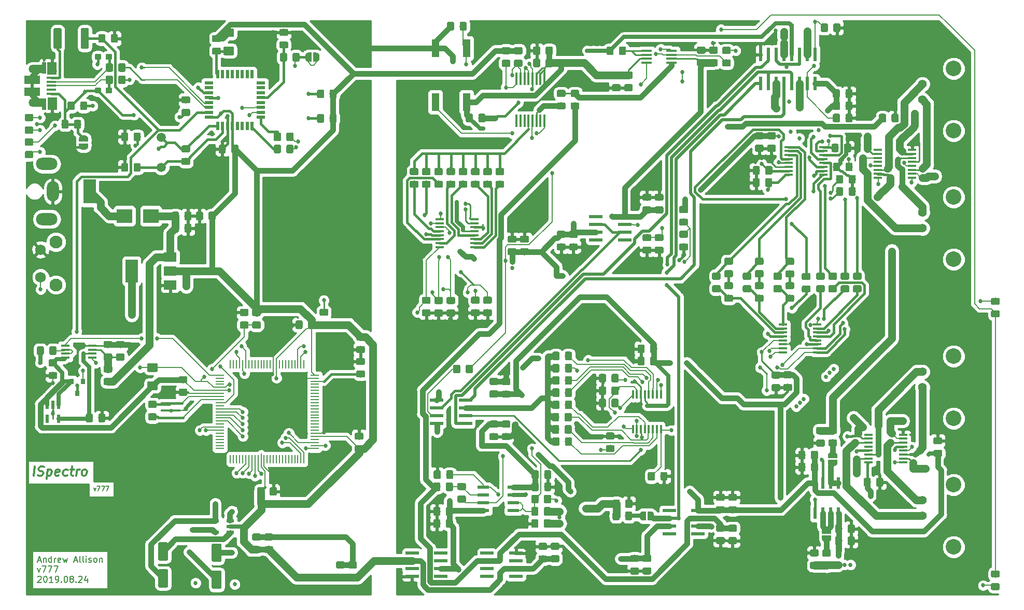
<source format=gtl>
%TF.GenerationSoftware,KiCad,Pcbnew,5.0.2-5.fc29*%
%TF.CreationDate,2019-08-24T17:40:21-05:00*%
%TF.ProjectId,impedance_777,696d7065-6461-46e6-9365-5f3737372e6b,1*%
%TF.SameCoordinates,Original*%
%TF.FileFunction,Copper,L1,Top*%
%TF.FilePolarity,Positive*%
%FSLAX46Y46*%
G04 Gerber Fmt 4.6, Leading zero omitted, Abs format (unit mm)*
G04 Created by KiCad (PCBNEW 5.0.2-5.fc29) date Sat 24 Aug 2019 05:40:21 PM CDT*
%MOMM*%
%LPD*%
G01*
G04 APERTURE LIST*
%ADD10C,0.150000*%
%ADD11C,0.300000*%
%ADD12R,2.000000X1.350000*%
%ADD13R,0.700000X1.825000*%
%ADD14R,1.500000X2.000000*%
%ADD15R,1.650000X0.400000*%
%ADD16O,1.500000X1.100000*%
%ADD17O,1.700000X1.350000*%
%ADD18R,2.500000X1.430000*%
%ADD19R,0.239400X1.461999*%
%ADD20R,1.461999X0.239400*%
%ADD21R,1.461999X0.364800*%
%ADD22R,0.558800X2.184400*%
%ADD23R,1.300000X3.000000*%
%ADD24C,0.100000*%
%ADD25C,1.150000*%
%ADD26R,2.000000X1.500000*%
%ADD27R,2.000000X3.800000*%
%ADD28R,2.500000X2.300000*%
%ADD29C,1.425000*%
%ADD30C,1.300000*%
%ADD31O,3.500000X2.000000*%
%ADD32O,2.000000X3.300000*%
%ADD33R,2.000000X4.000000*%
%ADD34C,0.500000*%
%ADD35R,0.800000X0.900000*%
%ADD36C,0.950000*%
%ADD37C,1.500000*%
%ADD38R,3.200000X0.400000*%
%ADD39C,2.100000*%
%ADD40C,1.750000*%
%ADD41C,2.540000*%
%ADD42C,1.397000*%
%ADD43R,0.517200X1.461999*%
%ADD44R,1.461999X0.517200*%
%ADD45R,2.173199X0.568000*%
%ADD46R,1.270000X0.558800*%
%ADD47R,0.431800X2.057400*%
%ADD48R,1.411199X0.441000*%
%ADD49R,0.568000X1.461999*%
%ADD50R,2.168798X0.568000*%
%ADD51R,0.568000X1.969999*%
%ADD52R,1.969999X0.568000*%
%ADD53R,1.766799X0.441000*%
%ADD54R,0.364800X1.461999*%
%ADD55C,1.600000*%
%ADD56R,1.461200X0.350800*%
%ADD57C,0.685800*%
%ADD58C,0.203000*%
%ADD59C,0.203200*%
%ADD60C,0.381000*%
%ADD61C,0.254000*%
%ADD62C,0.889000*%
%ADD63C,0.635000*%
%ADD64C,1.270000*%
%ADD65C,0.152400*%
%ADD66C,0.508000*%
%ADD67C,0.200000*%
G04 APERTURE END LIST*
D10*
X74650000Y-136389285D02*
X74828571Y-136889285D01*
X75007142Y-136389285D01*
X75221428Y-136139285D02*
X75721428Y-136139285D01*
X75400000Y-136889285D01*
X75935714Y-136139285D02*
X76435714Y-136139285D01*
X76114285Y-136889285D01*
X76650000Y-136139285D02*
X77150000Y-136139285D01*
X76828571Y-136889285D01*
D11*
X64893928Y-134428571D02*
X65081428Y-132928571D01*
X65545714Y-134357142D02*
X65751071Y-134428571D01*
X66108214Y-134428571D01*
X66260000Y-134357142D01*
X66340357Y-134285714D01*
X66429642Y-134142857D01*
X66447500Y-134000000D01*
X66393928Y-133857142D01*
X66331428Y-133785714D01*
X66197500Y-133714285D01*
X65920714Y-133642857D01*
X65786785Y-133571428D01*
X65724285Y-133500000D01*
X65670714Y-133357142D01*
X65688571Y-133214285D01*
X65777857Y-133071428D01*
X65858214Y-133000000D01*
X66010000Y-132928571D01*
X66367142Y-132928571D01*
X66572500Y-133000000D01*
X67161785Y-133428571D02*
X66974285Y-134928571D01*
X67152857Y-133500000D02*
X67304642Y-133428571D01*
X67590357Y-133428571D01*
X67724285Y-133500000D01*
X67786785Y-133571428D01*
X67840357Y-133714285D01*
X67786785Y-134142857D01*
X67697500Y-134285714D01*
X67617142Y-134357142D01*
X67465357Y-134428571D01*
X67179642Y-134428571D01*
X67045714Y-134357142D01*
X68974285Y-134357142D02*
X68822500Y-134428571D01*
X68536785Y-134428571D01*
X68402857Y-134357142D01*
X68349285Y-134214285D01*
X68420714Y-133642857D01*
X68510000Y-133500000D01*
X68661785Y-133428571D01*
X68947500Y-133428571D01*
X69081428Y-133500000D01*
X69135000Y-133642857D01*
X69117142Y-133785714D01*
X68385000Y-133928571D01*
X70331428Y-134357142D02*
X70179642Y-134428571D01*
X69893928Y-134428571D01*
X69760000Y-134357142D01*
X69697500Y-134285714D01*
X69643928Y-134142857D01*
X69697500Y-133714285D01*
X69786785Y-133571428D01*
X69867142Y-133500000D01*
X70018928Y-133428571D01*
X70304642Y-133428571D01*
X70438571Y-133500000D01*
X70876071Y-133428571D02*
X71447500Y-133428571D01*
X71152857Y-132928571D02*
X70992142Y-134214285D01*
X71045714Y-134357142D01*
X71179642Y-134428571D01*
X71322500Y-134428571D01*
X71822500Y-134428571D02*
X71947500Y-133428571D01*
X71911785Y-133714285D02*
X72001071Y-133571428D01*
X72081428Y-133500000D01*
X72233214Y-133428571D01*
X72376071Y-133428571D01*
X72965357Y-134428571D02*
X72831428Y-134357142D01*
X72768928Y-134285714D01*
X72715357Y-134142857D01*
X72768928Y-133714285D01*
X72858214Y-133571428D01*
X72938571Y-133500000D01*
X73090357Y-133428571D01*
X73304642Y-133428571D01*
X73438571Y-133500000D01*
X73501071Y-133571428D01*
X73554642Y-133714285D01*
X73501071Y-134142857D01*
X73411785Y-134285714D01*
X73331428Y-134357142D01*
X73179642Y-134428571D01*
X72965357Y-134428571D01*
D10*
X65537976Y-148266666D02*
X66014166Y-148266666D01*
X65442738Y-148552380D02*
X65776071Y-147552380D01*
X66109404Y-148552380D01*
X66442738Y-147885714D02*
X66442738Y-148552380D01*
X66442738Y-147980952D02*
X66490357Y-147933333D01*
X66585595Y-147885714D01*
X66728452Y-147885714D01*
X66823690Y-147933333D01*
X66871309Y-148028571D01*
X66871309Y-148552380D01*
X67776071Y-148552380D02*
X67776071Y-147552380D01*
X67776071Y-148504761D02*
X67680833Y-148552380D01*
X67490357Y-148552380D01*
X67395119Y-148504761D01*
X67347500Y-148457142D01*
X67299880Y-148361904D01*
X67299880Y-148076190D01*
X67347500Y-147980952D01*
X67395119Y-147933333D01*
X67490357Y-147885714D01*
X67680833Y-147885714D01*
X67776071Y-147933333D01*
X68252261Y-148552380D02*
X68252261Y-147885714D01*
X68252261Y-148076190D02*
X68299880Y-147980952D01*
X68347500Y-147933333D01*
X68442738Y-147885714D01*
X68537976Y-147885714D01*
X69252261Y-148504761D02*
X69157023Y-148552380D01*
X68966547Y-148552380D01*
X68871309Y-148504761D01*
X68823690Y-148409523D01*
X68823690Y-148028571D01*
X68871309Y-147933333D01*
X68966547Y-147885714D01*
X69157023Y-147885714D01*
X69252261Y-147933333D01*
X69299880Y-148028571D01*
X69299880Y-148123809D01*
X68823690Y-148219047D01*
X69633214Y-147885714D02*
X69823690Y-148552380D01*
X70014166Y-148076190D01*
X70204642Y-148552380D01*
X70395119Y-147885714D01*
X71490357Y-148266666D02*
X71966547Y-148266666D01*
X71395119Y-148552380D02*
X71728452Y-147552380D01*
X72061785Y-148552380D01*
X72537976Y-148552380D02*
X72442738Y-148504761D01*
X72395119Y-148409523D01*
X72395119Y-147552380D01*
X73061785Y-148552380D02*
X72966547Y-148504761D01*
X72918928Y-148409523D01*
X72918928Y-147552380D01*
X73442738Y-148552380D02*
X73442738Y-147885714D01*
X73442738Y-147552380D02*
X73395119Y-147600000D01*
X73442738Y-147647619D01*
X73490357Y-147600000D01*
X73442738Y-147552380D01*
X73442738Y-147647619D01*
X73871309Y-148504761D02*
X73966547Y-148552380D01*
X74157023Y-148552380D01*
X74252261Y-148504761D01*
X74299880Y-148409523D01*
X74299880Y-148361904D01*
X74252261Y-148266666D01*
X74157023Y-148219047D01*
X74014166Y-148219047D01*
X73918928Y-148171428D01*
X73871309Y-148076190D01*
X73871309Y-148028571D01*
X73918928Y-147933333D01*
X74014166Y-147885714D01*
X74157023Y-147885714D01*
X74252261Y-147933333D01*
X74871309Y-148552380D02*
X74776071Y-148504761D01*
X74728452Y-148457142D01*
X74680833Y-148361904D01*
X74680833Y-148076190D01*
X74728452Y-147980952D01*
X74776071Y-147933333D01*
X74871309Y-147885714D01*
X75014166Y-147885714D01*
X75109404Y-147933333D01*
X75157023Y-147980952D01*
X75204642Y-148076190D01*
X75204642Y-148361904D01*
X75157023Y-148457142D01*
X75109404Y-148504761D01*
X75014166Y-148552380D01*
X74871309Y-148552380D01*
X75633214Y-147885714D02*
X75633214Y-148552380D01*
X75633214Y-147980952D02*
X75680833Y-147933333D01*
X75776071Y-147885714D01*
X75918928Y-147885714D01*
X76014166Y-147933333D01*
X76061785Y-148028571D01*
X76061785Y-148552380D01*
X65490357Y-149535714D02*
X65728452Y-150202380D01*
X65966547Y-149535714D01*
X66252261Y-149202380D02*
X66918928Y-149202380D01*
X66490357Y-150202380D01*
X67204642Y-149202380D02*
X67871309Y-149202380D01*
X67442738Y-150202380D01*
X68157023Y-149202380D02*
X68823690Y-149202380D01*
X68395119Y-150202380D01*
X65537976Y-150947619D02*
X65585595Y-150900000D01*
X65680833Y-150852380D01*
X65918928Y-150852380D01*
X66014166Y-150900000D01*
X66061785Y-150947619D01*
X66109404Y-151042857D01*
X66109404Y-151138095D01*
X66061785Y-151280952D01*
X65490357Y-151852380D01*
X66109404Y-151852380D01*
X66728452Y-150852380D02*
X66823690Y-150852380D01*
X66918928Y-150900000D01*
X66966547Y-150947619D01*
X67014166Y-151042857D01*
X67061785Y-151233333D01*
X67061785Y-151471428D01*
X67014166Y-151661904D01*
X66966547Y-151757142D01*
X66918928Y-151804761D01*
X66823690Y-151852380D01*
X66728452Y-151852380D01*
X66633214Y-151804761D01*
X66585595Y-151757142D01*
X66537976Y-151661904D01*
X66490357Y-151471428D01*
X66490357Y-151233333D01*
X66537976Y-151042857D01*
X66585595Y-150947619D01*
X66633214Y-150900000D01*
X66728452Y-150852380D01*
X68014166Y-151852380D02*
X67442738Y-151852380D01*
X67728452Y-151852380D02*
X67728452Y-150852380D01*
X67633214Y-150995238D01*
X67537976Y-151090476D01*
X67442738Y-151138095D01*
X68490357Y-151852380D02*
X68680833Y-151852380D01*
X68776071Y-151804761D01*
X68823690Y-151757142D01*
X68918928Y-151614285D01*
X68966547Y-151423809D01*
X68966547Y-151042857D01*
X68918928Y-150947619D01*
X68871309Y-150900000D01*
X68776071Y-150852380D01*
X68585595Y-150852380D01*
X68490357Y-150900000D01*
X68442738Y-150947619D01*
X68395119Y-151042857D01*
X68395119Y-151280952D01*
X68442738Y-151376190D01*
X68490357Y-151423809D01*
X68585595Y-151471428D01*
X68776071Y-151471428D01*
X68871309Y-151423809D01*
X68918928Y-151376190D01*
X68966547Y-151280952D01*
X69395119Y-151757142D02*
X69442738Y-151804761D01*
X69395119Y-151852380D01*
X69347500Y-151804761D01*
X69395119Y-151757142D01*
X69395119Y-151852380D01*
X70061785Y-150852380D02*
X70157023Y-150852380D01*
X70252261Y-150900000D01*
X70299880Y-150947619D01*
X70347500Y-151042857D01*
X70395119Y-151233333D01*
X70395119Y-151471428D01*
X70347500Y-151661904D01*
X70299880Y-151757142D01*
X70252261Y-151804761D01*
X70157023Y-151852380D01*
X70061785Y-151852380D01*
X69966547Y-151804761D01*
X69918928Y-151757142D01*
X69871309Y-151661904D01*
X69823690Y-151471428D01*
X69823690Y-151233333D01*
X69871309Y-151042857D01*
X69918928Y-150947619D01*
X69966547Y-150900000D01*
X70061785Y-150852380D01*
X70966547Y-151280952D02*
X70871309Y-151233333D01*
X70823690Y-151185714D01*
X70776071Y-151090476D01*
X70776071Y-151042857D01*
X70823690Y-150947619D01*
X70871309Y-150900000D01*
X70966547Y-150852380D01*
X71157023Y-150852380D01*
X71252261Y-150900000D01*
X71299880Y-150947619D01*
X71347500Y-151042857D01*
X71347500Y-151090476D01*
X71299880Y-151185714D01*
X71252261Y-151233333D01*
X71157023Y-151280952D01*
X70966547Y-151280952D01*
X70871309Y-151328571D01*
X70823690Y-151376190D01*
X70776071Y-151471428D01*
X70776071Y-151661904D01*
X70823690Y-151757142D01*
X70871309Y-151804761D01*
X70966547Y-151852380D01*
X71157023Y-151852380D01*
X71252261Y-151804761D01*
X71299880Y-151757142D01*
X71347500Y-151661904D01*
X71347500Y-151471428D01*
X71299880Y-151376190D01*
X71252261Y-151328571D01*
X71157023Y-151280952D01*
X71776071Y-151757142D02*
X71823690Y-151804761D01*
X71776071Y-151852380D01*
X71728452Y-151804761D01*
X71776071Y-151757142D01*
X71776071Y-151852380D01*
X72204642Y-150947619D02*
X72252261Y-150900000D01*
X72347500Y-150852380D01*
X72585595Y-150852380D01*
X72680833Y-150900000D01*
X72728452Y-150947619D01*
X72776071Y-151042857D01*
X72776071Y-151138095D01*
X72728452Y-151280952D01*
X72157023Y-151852380D01*
X72776071Y-151852380D01*
X73633214Y-151185714D02*
X73633214Y-151852380D01*
X73395119Y-150804761D02*
X73157023Y-151519047D01*
X73776071Y-151519047D01*
D12*
X65815000Y-73475000D03*
X65815000Y-67995000D03*
D13*
X66565000Y-67775000D03*
X66565000Y-73725000D03*
D14*
X67865000Y-67875000D03*
X67885000Y-73625000D03*
D15*
X67765000Y-69425000D03*
X67765000Y-70075000D03*
X67765000Y-70725000D03*
X67765000Y-71375000D03*
X67765000Y-72025000D03*
D16*
X67885000Y-68305000D03*
X67885000Y-73145000D03*
D17*
X64885000Y-67995000D03*
X64885000Y-73455000D03*
D18*
X64615000Y-69765000D03*
X64615000Y-71685000D03*
D19*
X109000001Y-116253000D03*
X108499999Y-116253000D03*
X108000000Y-116253000D03*
X107500001Y-116253000D03*
X107000000Y-116253000D03*
X106500001Y-116253000D03*
X105999999Y-116253000D03*
X105500000Y-116253000D03*
X105000001Y-116253000D03*
X104500000Y-116253000D03*
X104000001Y-116253000D03*
X103500002Y-116253000D03*
X103000000Y-116253000D03*
X102500001Y-116253000D03*
X101999999Y-116253000D03*
X101500000Y-116253000D03*
X101000001Y-116253000D03*
X100500000Y-116253000D03*
X100000001Y-116253000D03*
X99499999Y-116253000D03*
X99000000Y-116253000D03*
X98500001Y-116253000D03*
X98000000Y-116253000D03*
X97500001Y-116253000D03*
X96999999Y-116253000D03*
D20*
X95253000Y-117999999D03*
X95253000Y-118500001D03*
X95253000Y-119000000D03*
X95253000Y-119499999D03*
X95253000Y-120000000D03*
X95253000Y-120499999D03*
X95253000Y-121000001D03*
X95253000Y-121500000D03*
X95253000Y-121999999D03*
X95253000Y-122500000D03*
X95253000Y-122999999D03*
X95253000Y-123500001D03*
X95253000Y-124000000D03*
X95253000Y-124499999D03*
X95253000Y-125000001D03*
X95253000Y-125500000D03*
X95253000Y-126000001D03*
X95253000Y-126500000D03*
X95253000Y-126999999D03*
X95253000Y-127500001D03*
X95253000Y-128000000D03*
X95253000Y-128500001D03*
X95253000Y-129000000D03*
X95253000Y-129499999D03*
X95253000Y-130000001D03*
D19*
X96999999Y-131747000D03*
X97500001Y-131747000D03*
X98000000Y-131747000D03*
X98499999Y-131747000D03*
X99000000Y-131747000D03*
X99499999Y-131747000D03*
X100000001Y-131747000D03*
X100500000Y-131747000D03*
X100999999Y-131747000D03*
X101500000Y-131747000D03*
X101999999Y-131747000D03*
X102500001Y-131747000D03*
X103000000Y-131747000D03*
X103499999Y-131747000D03*
X104000001Y-131747000D03*
X104500000Y-131747000D03*
X105000001Y-131747000D03*
X105500000Y-131747000D03*
X105999999Y-131747000D03*
X106500001Y-131747000D03*
X107000000Y-131747000D03*
X107500001Y-131747000D03*
X108000000Y-131747000D03*
X108499999Y-131747000D03*
X109000001Y-131747000D03*
D20*
X110747000Y-130000001D03*
X110747000Y-129499999D03*
X110747000Y-129000000D03*
X110747000Y-128500001D03*
X110747000Y-128000000D03*
X110747000Y-127500001D03*
X110747000Y-126999999D03*
X110747000Y-126500000D03*
X110747000Y-126000001D03*
X110747000Y-125500000D03*
X110747000Y-125000001D03*
X110747000Y-124499999D03*
X110747000Y-124000000D03*
X110747000Y-123500001D03*
X110747000Y-122999999D03*
X110747000Y-122500000D03*
X110747000Y-121999999D03*
X110747000Y-121500000D03*
X110747000Y-121000001D03*
X110747000Y-120499999D03*
X110747000Y-120000000D03*
X110747000Y-119499999D03*
X110747000Y-119000000D03*
X110747000Y-118500001D03*
X110747000Y-117999999D03*
D21*
X131162280Y-92533482D03*
X131162280Y-93183480D03*
X131162280Y-93833482D03*
X131162280Y-94483480D03*
X131162280Y-95133479D03*
X131162280Y-95783480D03*
X131162280Y-96433479D03*
X131162280Y-97083480D03*
X136801080Y-97083480D03*
X136801080Y-96433482D03*
X136801080Y-95783480D03*
X136801080Y-95133482D03*
X136801080Y-94483483D03*
X136801080Y-93833482D03*
X136801080Y-93183483D03*
X136801080Y-92533482D03*
D22*
X192445000Y-65637800D03*
X191175000Y-65637800D03*
X189905000Y-65637800D03*
X188635000Y-65637800D03*
X187365000Y-65637800D03*
X186095000Y-65637800D03*
X184825000Y-65637800D03*
X183555000Y-65637800D03*
X183555000Y-70362200D03*
X184825000Y-70362200D03*
X186095000Y-70362200D03*
X187365000Y-70362200D03*
X188635000Y-70362200D03*
X189905000Y-70362200D03*
X191175000Y-70362200D03*
X192445000Y-70362200D03*
D23*
X135540000Y-73400000D03*
X130460000Y-73400000D03*
X130460000Y-64600000D03*
X135540000Y-64600000D03*
D24*
G36*
X145481185Y-95209685D02*
X145505453Y-95213285D01*
X145529252Y-95219246D01*
X145552351Y-95227511D01*
X145574530Y-95238001D01*
X145595573Y-95250613D01*
X145615279Y-95265228D01*
X145633457Y-95281704D01*
X145649933Y-95299882D01*
X145664548Y-95319588D01*
X145677160Y-95340631D01*
X145687650Y-95362810D01*
X145695915Y-95385909D01*
X145701876Y-95409708D01*
X145705476Y-95433976D01*
X145706680Y-95458480D01*
X145706680Y-96108482D01*
X145705476Y-96132986D01*
X145701876Y-96157254D01*
X145695915Y-96181053D01*
X145687650Y-96204152D01*
X145677160Y-96226331D01*
X145664548Y-96247374D01*
X145649933Y-96267080D01*
X145633457Y-96285258D01*
X145615279Y-96301734D01*
X145595573Y-96316349D01*
X145574530Y-96328961D01*
X145552351Y-96339451D01*
X145529252Y-96347716D01*
X145505453Y-96353677D01*
X145481185Y-96357277D01*
X145456681Y-96358481D01*
X144556679Y-96358481D01*
X144532175Y-96357277D01*
X144507907Y-96353677D01*
X144484108Y-96347716D01*
X144461009Y-96339451D01*
X144438830Y-96328961D01*
X144417787Y-96316349D01*
X144398081Y-96301734D01*
X144379903Y-96285258D01*
X144363427Y-96267080D01*
X144348812Y-96247374D01*
X144336200Y-96226331D01*
X144325710Y-96204152D01*
X144317445Y-96181053D01*
X144311484Y-96157254D01*
X144307884Y-96132986D01*
X144306680Y-96108482D01*
X144306680Y-95458480D01*
X144307884Y-95433976D01*
X144311484Y-95409708D01*
X144317445Y-95385909D01*
X144325710Y-95362810D01*
X144336200Y-95340631D01*
X144348812Y-95319588D01*
X144363427Y-95299882D01*
X144379903Y-95281704D01*
X144398081Y-95265228D01*
X144417787Y-95250613D01*
X144438830Y-95238001D01*
X144461009Y-95227511D01*
X144484108Y-95219246D01*
X144507907Y-95213285D01*
X144532175Y-95209685D01*
X144556679Y-95208481D01*
X145456681Y-95208481D01*
X145481185Y-95209685D01*
X145481185Y-95209685D01*
G37*
D25*
X145006680Y-95783481D03*
D24*
G36*
X145481185Y-97259685D02*
X145505453Y-97263285D01*
X145529252Y-97269246D01*
X145552351Y-97277511D01*
X145574530Y-97288001D01*
X145595573Y-97300613D01*
X145615279Y-97315228D01*
X145633457Y-97331704D01*
X145649933Y-97349882D01*
X145664548Y-97369588D01*
X145677160Y-97390631D01*
X145687650Y-97412810D01*
X145695915Y-97435909D01*
X145701876Y-97459708D01*
X145705476Y-97483976D01*
X145706680Y-97508480D01*
X145706680Y-98158482D01*
X145705476Y-98182986D01*
X145701876Y-98207254D01*
X145695915Y-98231053D01*
X145687650Y-98254152D01*
X145677160Y-98276331D01*
X145664548Y-98297374D01*
X145649933Y-98317080D01*
X145633457Y-98335258D01*
X145615279Y-98351734D01*
X145595573Y-98366349D01*
X145574530Y-98378961D01*
X145552351Y-98389451D01*
X145529252Y-98397716D01*
X145505453Y-98403677D01*
X145481185Y-98407277D01*
X145456681Y-98408481D01*
X144556679Y-98408481D01*
X144532175Y-98407277D01*
X144507907Y-98403677D01*
X144484108Y-98397716D01*
X144461009Y-98389451D01*
X144438830Y-98378961D01*
X144417787Y-98366349D01*
X144398081Y-98351734D01*
X144379903Y-98335258D01*
X144363427Y-98317080D01*
X144348812Y-98297374D01*
X144336200Y-98276331D01*
X144325710Y-98254152D01*
X144317445Y-98231053D01*
X144311484Y-98207254D01*
X144307884Y-98182986D01*
X144306680Y-98158482D01*
X144306680Y-97508480D01*
X144307884Y-97483976D01*
X144311484Y-97459708D01*
X144317445Y-97435909D01*
X144325710Y-97412810D01*
X144336200Y-97390631D01*
X144348812Y-97369588D01*
X144363427Y-97349882D01*
X144379903Y-97331704D01*
X144398081Y-97315228D01*
X144417787Y-97300613D01*
X144438830Y-97288001D01*
X144461009Y-97277511D01*
X144484108Y-97269246D01*
X144507907Y-97263285D01*
X144532175Y-97259685D01*
X144556679Y-97258481D01*
X145456681Y-97258481D01*
X145481185Y-97259685D01*
X145481185Y-97259685D01*
G37*
D25*
X145006680Y-97833481D03*
D24*
G36*
X80061560Y-78363312D02*
X80085828Y-78366912D01*
X80109627Y-78372873D01*
X80132726Y-78381138D01*
X80154905Y-78391628D01*
X80175948Y-78404240D01*
X80195654Y-78418855D01*
X80213832Y-78435331D01*
X80230308Y-78453509D01*
X80244923Y-78473215D01*
X80257535Y-78494258D01*
X80268025Y-78516437D01*
X80276290Y-78539536D01*
X80282251Y-78563335D01*
X80285851Y-78587603D01*
X80287055Y-78612107D01*
X80287055Y-79512109D01*
X80285851Y-79536613D01*
X80282251Y-79560881D01*
X80276290Y-79584680D01*
X80268025Y-79607779D01*
X80257535Y-79629958D01*
X80244923Y-79651001D01*
X80230308Y-79670707D01*
X80213832Y-79688885D01*
X80195654Y-79705361D01*
X80175948Y-79719976D01*
X80154905Y-79732588D01*
X80132726Y-79743078D01*
X80109627Y-79751343D01*
X80085828Y-79757304D01*
X80061560Y-79760904D01*
X80037056Y-79762108D01*
X79387054Y-79762108D01*
X79362550Y-79760904D01*
X79338282Y-79757304D01*
X79314483Y-79751343D01*
X79291384Y-79743078D01*
X79269205Y-79732588D01*
X79248162Y-79719976D01*
X79228456Y-79705361D01*
X79210278Y-79688885D01*
X79193802Y-79670707D01*
X79179187Y-79651001D01*
X79166575Y-79629958D01*
X79156085Y-79607779D01*
X79147820Y-79584680D01*
X79141859Y-79560881D01*
X79138259Y-79536613D01*
X79137055Y-79512109D01*
X79137055Y-78612107D01*
X79138259Y-78587603D01*
X79141859Y-78563335D01*
X79147820Y-78539536D01*
X79156085Y-78516437D01*
X79166575Y-78494258D01*
X79179187Y-78473215D01*
X79193802Y-78453509D01*
X79210278Y-78435331D01*
X79228456Y-78418855D01*
X79248162Y-78404240D01*
X79269205Y-78391628D01*
X79291384Y-78381138D01*
X79314483Y-78372873D01*
X79338282Y-78366912D01*
X79362550Y-78363312D01*
X79387054Y-78362108D01*
X80037056Y-78362108D01*
X80061560Y-78363312D01*
X80061560Y-78363312D01*
G37*
D25*
X79712055Y-79062108D03*
D24*
G36*
X82111560Y-78363312D02*
X82135828Y-78366912D01*
X82159627Y-78372873D01*
X82182726Y-78381138D01*
X82204905Y-78391628D01*
X82225948Y-78404240D01*
X82245654Y-78418855D01*
X82263832Y-78435331D01*
X82280308Y-78453509D01*
X82294923Y-78473215D01*
X82307535Y-78494258D01*
X82318025Y-78516437D01*
X82326290Y-78539536D01*
X82332251Y-78563335D01*
X82335851Y-78587603D01*
X82337055Y-78612107D01*
X82337055Y-79512109D01*
X82335851Y-79536613D01*
X82332251Y-79560881D01*
X82326290Y-79584680D01*
X82318025Y-79607779D01*
X82307535Y-79629958D01*
X82294923Y-79651001D01*
X82280308Y-79670707D01*
X82263832Y-79688885D01*
X82245654Y-79705361D01*
X82225948Y-79719976D01*
X82204905Y-79732588D01*
X82182726Y-79743078D01*
X82159627Y-79751343D01*
X82135828Y-79757304D01*
X82111560Y-79760904D01*
X82087056Y-79762108D01*
X81437054Y-79762108D01*
X81412550Y-79760904D01*
X81388282Y-79757304D01*
X81364483Y-79751343D01*
X81341384Y-79743078D01*
X81319205Y-79732588D01*
X81298162Y-79719976D01*
X81278456Y-79705361D01*
X81260278Y-79688885D01*
X81243802Y-79670707D01*
X81229187Y-79651001D01*
X81216575Y-79629958D01*
X81206085Y-79607779D01*
X81197820Y-79584680D01*
X81191859Y-79560881D01*
X81188259Y-79536613D01*
X81187055Y-79512109D01*
X81187055Y-78612107D01*
X81188259Y-78587603D01*
X81191859Y-78563335D01*
X81197820Y-78539536D01*
X81206085Y-78516437D01*
X81216575Y-78494258D01*
X81229187Y-78473215D01*
X81243802Y-78453509D01*
X81260278Y-78435331D01*
X81278456Y-78418855D01*
X81298162Y-78404240D01*
X81319205Y-78391628D01*
X81341384Y-78381138D01*
X81364483Y-78372873D01*
X81388282Y-78366912D01*
X81412550Y-78363312D01*
X81437054Y-78362108D01*
X82087056Y-78362108D01*
X82111560Y-78363312D01*
X82111560Y-78363312D01*
G37*
D25*
X81762055Y-79062108D03*
D24*
G36*
X80061560Y-83363312D02*
X80085828Y-83366912D01*
X80109627Y-83372873D01*
X80132726Y-83381138D01*
X80154905Y-83391628D01*
X80175948Y-83404240D01*
X80195654Y-83418855D01*
X80213832Y-83435331D01*
X80230308Y-83453509D01*
X80244923Y-83473215D01*
X80257535Y-83494258D01*
X80268025Y-83516437D01*
X80276290Y-83539536D01*
X80282251Y-83563335D01*
X80285851Y-83587603D01*
X80287055Y-83612107D01*
X80287055Y-84512109D01*
X80285851Y-84536613D01*
X80282251Y-84560881D01*
X80276290Y-84584680D01*
X80268025Y-84607779D01*
X80257535Y-84629958D01*
X80244923Y-84651001D01*
X80230308Y-84670707D01*
X80213832Y-84688885D01*
X80195654Y-84705361D01*
X80175948Y-84719976D01*
X80154905Y-84732588D01*
X80132726Y-84743078D01*
X80109627Y-84751343D01*
X80085828Y-84757304D01*
X80061560Y-84760904D01*
X80037056Y-84762108D01*
X79387054Y-84762108D01*
X79362550Y-84760904D01*
X79338282Y-84757304D01*
X79314483Y-84751343D01*
X79291384Y-84743078D01*
X79269205Y-84732588D01*
X79248162Y-84719976D01*
X79228456Y-84705361D01*
X79210278Y-84688885D01*
X79193802Y-84670707D01*
X79179187Y-84651001D01*
X79166575Y-84629958D01*
X79156085Y-84607779D01*
X79147820Y-84584680D01*
X79141859Y-84560881D01*
X79138259Y-84536613D01*
X79137055Y-84512109D01*
X79137055Y-83612107D01*
X79138259Y-83587603D01*
X79141859Y-83563335D01*
X79147820Y-83539536D01*
X79156085Y-83516437D01*
X79166575Y-83494258D01*
X79179187Y-83473215D01*
X79193802Y-83453509D01*
X79210278Y-83435331D01*
X79228456Y-83418855D01*
X79248162Y-83404240D01*
X79269205Y-83391628D01*
X79291384Y-83381138D01*
X79314483Y-83372873D01*
X79338282Y-83366912D01*
X79362550Y-83363312D01*
X79387054Y-83362108D01*
X80037056Y-83362108D01*
X80061560Y-83363312D01*
X80061560Y-83363312D01*
G37*
D25*
X79712055Y-84062108D03*
D24*
G36*
X82111560Y-83363312D02*
X82135828Y-83366912D01*
X82159627Y-83372873D01*
X82182726Y-83381138D01*
X82204905Y-83391628D01*
X82225948Y-83404240D01*
X82245654Y-83418855D01*
X82263832Y-83435331D01*
X82280308Y-83453509D01*
X82294923Y-83473215D01*
X82307535Y-83494258D01*
X82318025Y-83516437D01*
X82326290Y-83539536D01*
X82332251Y-83563335D01*
X82335851Y-83587603D01*
X82337055Y-83612107D01*
X82337055Y-84512109D01*
X82335851Y-84536613D01*
X82332251Y-84560881D01*
X82326290Y-84584680D01*
X82318025Y-84607779D01*
X82307535Y-84629958D01*
X82294923Y-84651001D01*
X82280308Y-84670707D01*
X82263832Y-84688885D01*
X82245654Y-84705361D01*
X82225948Y-84719976D01*
X82204905Y-84732588D01*
X82182726Y-84743078D01*
X82159627Y-84751343D01*
X82135828Y-84757304D01*
X82111560Y-84760904D01*
X82087056Y-84762108D01*
X81437054Y-84762108D01*
X81412550Y-84760904D01*
X81388282Y-84757304D01*
X81364483Y-84751343D01*
X81341384Y-84743078D01*
X81319205Y-84732588D01*
X81298162Y-84719976D01*
X81278456Y-84705361D01*
X81260278Y-84688885D01*
X81243802Y-84670707D01*
X81229187Y-84651001D01*
X81216575Y-84629958D01*
X81206085Y-84607779D01*
X81197820Y-84584680D01*
X81191859Y-84560881D01*
X81188259Y-84536613D01*
X81187055Y-84512109D01*
X81187055Y-83612107D01*
X81188259Y-83587603D01*
X81191859Y-83563335D01*
X81197820Y-83539536D01*
X81206085Y-83516437D01*
X81216575Y-83494258D01*
X81229187Y-83473215D01*
X81243802Y-83453509D01*
X81260278Y-83435331D01*
X81278456Y-83418855D01*
X81298162Y-83404240D01*
X81319205Y-83391628D01*
X81341384Y-83381138D01*
X81364483Y-83372873D01*
X81388282Y-83366912D01*
X81412550Y-83363312D01*
X81437054Y-83362108D01*
X82087056Y-83362108D01*
X82111560Y-83363312D01*
X82111560Y-83363312D01*
G37*
D25*
X81762055Y-84062108D03*
D24*
G36*
X96011560Y-80363312D02*
X96035828Y-80366912D01*
X96059627Y-80372873D01*
X96082726Y-80381138D01*
X96104905Y-80391628D01*
X96125948Y-80404240D01*
X96145654Y-80418855D01*
X96163832Y-80435331D01*
X96180308Y-80453509D01*
X96194923Y-80473215D01*
X96207535Y-80494258D01*
X96218025Y-80516437D01*
X96226290Y-80539536D01*
X96232251Y-80563335D01*
X96235851Y-80587603D01*
X96237055Y-80612107D01*
X96237055Y-81512109D01*
X96235851Y-81536613D01*
X96232251Y-81560881D01*
X96226290Y-81584680D01*
X96218025Y-81607779D01*
X96207535Y-81629958D01*
X96194923Y-81651001D01*
X96180308Y-81670707D01*
X96163832Y-81688885D01*
X96145654Y-81705361D01*
X96125948Y-81719976D01*
X96104905Y-81732588D01*
X96082726Y-81743078D01*
X96059627Y-81751343D01*
X96035828Y-81757304D01*
X96011560Y-81760904D01*
X95987056Y-81762108D01*
X95337054Y-81762108D01*
X95312550Y-81760904D01*
X95288282Y-81757304D01*
X95264483Y-81751343D01*
X95241384Y-81743078D01*
X95219205Y-81732588D01*
X95198162Y-81719976D01*
X95178456Y-81705361D01*
X95160278Y-81688885D01*
X95143802Y-81670707D01*
X95129187Y-81651001D01*
X95116575Y-81629958D01*
X95106085Y-81607779D01*
X95097820Y-81584680D01*
X95091859Y-81560881D01*
X95088259Y-81536613D01*
X95087055Y-81512109D01*
X95087055Y-80612107D01*
X95088259Y-80587603D01*
X95091859Y-80563335D01*
X95097820Y-80539536D01*
X95106085Y-80516437D01*
X95116575Y-80494258D01*
X95129187Y-80473215D01*
X95143802Y-80453509D01*
X95160278Y-80435331D01*
X95178456Y-80418855D01*
X95198162Y-80404240D01*
X95219205Y-80391628D01*
X95241384Y-80381138D01*
X95264483Y-80372873D01*
X95288282Y-80366912D01*
X95312550Y-80363312D01*
X95337054Y-80362108D01*
X95987056Y-80362108D01*
X96011560Y-80363312D01*
X96011560Y-80363312D01*
G37*
D25*
X95662055Y-81062108D03*
D24*
G36*
X98061560Y-80363312D02*
X98085828Y-80366912D01*
X98109627Y-80372873D01*
X98132726Y-80381138D01*
X98154905Y-80391628D01*
X98175948Y-80404240D01*
X98195654Y-80418855D01*
X98213832Y-80435331D01*
X98230308Y-80453509D01*
X98244923Y-80473215D01*
X98257535Y-80494258D01*
X98268025Y-80516437D01*
X98276290Y-80539536D01*
X98282251Y-80563335D01*
X98285851Y-80587603D01*
X98287055Y-80612107D01*
X98287055Y-81512109D01*
X98285851Y-81536613D01*
X98282251Y-81560881D01*
X98276290Y-81584680D01*
X98268025Y-81607779D01*
X98257535Y-81629958D01*
X98244923Y-81651001D01*
X98230308Y-81670707D01*
X98213832Y-81688885D01*
X98195654Y-81705361D01*
X98175948Y-81719976D01*
X98154905Y-81732588D01*
X98132726Y-81743078D01*
X98109627Y-81751343D01*
X98085828Y-81757304D01*
X98061560Y-81760904D01*
X98037056Y-81762108D01*
X97387054Y-81762108D01*
X97362550Y-81760904D01*
X97338282Y-81757304D01*
X97314483Y-81751343D01*
X97291384Y-81743078D01*
X97269205Y-81732588D01*
X97248162Y-81719976D01*
X97228456Y-81705361D01*
X97210278Y-81688885D01*
X97193802Y-81670707D01*
X97179187Y-81651001D01*
X97166575Y-81629958D01*
X97156085Y-81607779D01*
X97147820Y-81584680D01*
X97141859Y-81560881D01*
X97138259Y-81536613D01*
X97137055Y-81512109D01*
X97137055Y-80612107D01*
X97138259Y-80587603D01*
X97141859Y-80563335D01*
X97147820Y-80539536D01*
X97156085Y-80516437D01*
X97166575Y-80494258D01*
X97179187Y-80473215D01*
X97193802Y-80453509D01*
X97210278Y-80435331D01*
X97228456Y-80418855D01*
X97248162Y-80404240D01*
X97269205Y-80391628D01*
X97291384Y-80381138D01*
X97314483Y-80372873D01*
X97338282Y-80366912D01*
X97362550Y-80363312D01*
X97387054Y-80362108D01*
X98037056Y-80362108D01*
X98061560Y-80363312D01*
X98061560Y-80363312D01*
G37*
D25*
X97712055Y-81062108D03*
D24*
G36*
X68474505Y-117476204D02*
X68498773Y-117479804D01*
X68522572Y-117485765D01*
X68545671Y-117494030D01*
X68567850Y-117504520D01*
X68588893Y-117517132D01*
X68608599Y-117531747D01*
X68626777Y-117548223D01*
X68643253Y-117566401D01*
X68657868Y-117586107D01*
X68670480Y-117607150D01*
X68680970Y-117629329D01*
X68689235Y-117652428D01*
X68695196Y-117676227D01*
X68698796Y-117700495D01*
X68700000Y-117724999D01*
X68700000Y-118375001D01*
X68698796Y-118399505D01*
X68695196Y-118423773D01*
X68689235Y-118447572D01*
X68680970Y-118470671D01*
X68670480Y-118492850D01*
X68657868Y-118513893D01*
X68643253Y-118533599D01*
X68626777Y-118551777D01*
X68608599Y-118568253D01*
X68588893Y-118582868D01*
X68567850Y-118595480D01*
X68545671Y-118605970D01*
X68522572Y-118614235D01*
X68498773Y-118620196D01*
X68474505Y-118623796D01*
X68450001Y-118625000D01*
X67549999Y-118625000D01*
X67525495Y-118623796D01*
X67501227Y-118620196D01*
X67477428Y-118614235D01*
X67454329Y-118605970D01*
X67432150Y-118595480D01*
X67411107Y-118582868D01*
X67391401Y-118568253D01*
X67373223Y-118551777D01*
X67356747Y-118533599D01*
X67342132Y-118513893D01*
X67329520Y-118492850D01*
X67319030Y-118470671D01*
X67310765Y-118447572D01*
X67304804Y-118423773D01*
X67301204Y-118399505D01*
X67300000Y-118375001D01*
X67300000Y-117724999D01*
X67301204Y-117700495D01*
X67304804Y-117676227D01*
X67310765Y-117652428D01*
X67319030Y-117629329D01*
X67329520Y-117607150D01*
X67342132Y-117586107D01*
X67356747Y-117566401D01*
X67373223Y-117548223D01*
X67391401Y-117531747D01*
X67411107Y-117517132D01*
X67432150Y-117504520D01*
X67454329Y-117494030D01*
X67477428Y-117485765D01*
X67501227Y-117479804D01*
X67525495Y-117476204D01*
X67549999Y-117475000D01*
X68450001Y-117475000D01*
X68474505Y-117476204D01*
X68474505Y-117476204D01*
G37*
D25*
X68000000Y-118050000D03*
D24*
G36*
X68474505Y-115426204D02*
X68498773Y-115429804D01*
X68522572Y-115435765D01*
X68545671Y-115444030D01*
X68567850Y-115454520D01*
X68588893Y-115467132D01*
X68608599Y-115481747D01*
X68626777Y-115498223D01*
X68643253Y-115516401D01*
X68657868Y-115536107D01*
X68670480Y-115557150D01*
X68680970Y-115579329D01*
X68689235Y-115602428D01*
X68695196Y-115626227D01*
X68698796Y-115650495D01*
X68700000Y-115674999D01*
X68700000Y-116325001D01*
X68698796Y-116349505D01*
X68695196Y-116373773D01*
X68689235Y-116397572D01*
X68680970Y-116420671D01*
X68670480Y-116442850D01*
X68657868Y-116463893D01*
X68643253Y-116483599D01*
X68626777Y-116501777D01*
X68608599Y-116518253D01*
X68588893Y-116532868D01*
X68567850Y-116545480D01*
X68545671Y-116555970D01*
X68522572Y-116564235D01*
X68498773Y-116570196D01*
X68474505Y-116573796D01*
X68450001Y-116575000D01*
X67549999Y-116575000D01*
X67525495Y-116573796D01*
X67501227Y-116570196D01*
X67477428Y-116564235D01*
X67454329Y-116555970D01*
X67432150Y-116545480D01*
X67411107Y-116532868D01*
X67391401Y-116518253D01*
X67373223Y-116501777D01*
X67356747Y-116483599D01*
X67342132Y-116463893D01*
X67329520Y-116442850D01*
X67319030Y-116420671D01*
X67310765Y-116397572D01*
X67304804Y-116373773D01*
X67301204Y-116349505D01*
X67300000Y-116325001D01*
X67300000Y-115674999D01*
X67301204Y-115650495D01*
X67304804Y-115626227D01*
X67310765Y-115602428D01*
X67319030Y-115579329D01*
X67329520Y-115557150D01*
X67342132Y-115536107D01*
X67356747Y-115516401D01*
X67373223Y-115498223D01*
X67391401Y-115481747D01*
X67411107Y-115467132D01*
X67432150Y-115454520D01*
X67454329Y-115444030D01*
X67477428Y-115435765D01*
X67501227Y-115429804D01*
X67525495Y-115426204D01*
X67549999Y-115425000D01*
X68450001Y-115425000D01*
X68474505Y-115426204D01*
X68474505Y-115426204D01*
G37*
D25*
X68000000Y-116000000D03*
D24*
G36*
X108547641Y-109069549D02*
X108571909Y-109073149D01*
X108595708Y-109079110D01*
X108618807Y-109087375D01*
X108640986Y-109097865D01*
X108662029Y-109110477D01*
X108681735Y-109125092D01*
X108699913Y-109141568D01*
X108716389Y-109159746D01*
X108731004Y-109179452D01*
X108743616Y-109200495D01*
X108754106Y-109222674D01*
X108762371Y-109245773D01*
X108768332Y-109269572D01*
X108771932Y-109293840D01*
X108773136Y-109318344D01*
X108773136Y-110218346D01*
X108771932Y-110242850D01*
X108768332Y-110267118D01*
X108762371Y-110290917D01*
X108754106Y-110314016D01*
X108743616Y-110336195D01*
X108731004Y-110357238D01*
X108716389Y-110376944D01*
X108699913Y-110395122D01*
X108681735Y-110411598D01*
X108662029Y-110426213D01*
X108640986Y-110438825D01*
X108618807Y-110449315D01*
X108595708Y-110457580D01*
X108571909Y-110463541D01*
X108547641Y-110467141D01*
X108523137Y-110468345D01*
X107873135Y-110468345D01*
X107848631Y-110467141D01*
X107824363Y-110463541D01*
X107800564Y-110457580D01*
X107777465Y-110449315D01*
X107755286Y-110438825D01*
X107734243Y-110426213D01*
X107714537Y-110411598D01*
X107696359Y-110395122D01*
X107679883Y-110376944D01*
X107665268Y-110357238D01*
X107652656Y-110336195D01*
X107642166Y-110314016D01*
X107633901Y-110290917D01*
X107627940Y-110267118D01*
X107624340Y-110242850D01*
X107623136Y-110218346D01*
X107623136Y-109318344D01*
X107624340Y-109293840D01*
X107627940Y-109269572D01*
X107633901Y-109245773D01*
X107642166Y-109222674D01*
X107652656Y-109200495D01*
X107665268Y-109179452D01*
X107679883Y-109159746D01*
X107696359Y-109141568D01*
X107714537Y-109125092D01*
X107734243Y-109110477D01*
X107755286Y-109097865D01*
X107777465Y-109087375D01*
X107800564Y-109079110D01*
X107824363Y-109073149D01*
X107848631Y-109069549D01*
X107873135Y-109068345D01*
X108523137Y-109068345D01*
X108547641Y-109069549D01*
X108547641Y-109069549D01*
G37*
D25*
X108198136Y-109768345D03*
D24*
G36*
X110597641Y-109069549D02*
X110621909Y-109073149D01*
X110645708Y-109079110D01*
X110668807Y-109087375D01*
X110690986Y-109097865D01*
X110712029Y-109110477D01*
X110731735Y-109125092D01*
X110749913Y-109141568D01*
X110766389Y-109159746D01*
X110781004Y-109179452D01*
X110793616Y-109200495D01*
X110804106Y-109222674D01*
X110812371Y-109245773D01*
X110818332Y-109269572D01*
X110821932Y-109293840D01*
X110823136Y-109318344D01*
X110823136Y-110218346D01*
X110821932Y-110242850D01*
X110818332Y-110267118D01*
X110812371Y-110290917D01*
X110804106Y-110314016D01*
X110793616Y-110336195D01*
X110781004Y-110357238D01*
X110766389Y-110376944D01*
X110749913Y-110395122D01*
X110731735Y-110411598D01*
X110712029Y-110426213D01*
X110690986Y-110438825D01*
X110668807Y-110449315D01*
X110645708Y-110457580D01*
X110621909Y-110463541D01*
X110597641Y-110467141D01*
X110573137Y-110468345D01*
X109923135Y-110468345D01*
X109898631Y-110467141D01*
X109874363Y-110463541D01*
X109850564Y-110457580D01*
X109827465Y-110449315D01*
X109805286Y-110438825D01*
X109784243Y-110426213D01*
X109764537Y-110411598D01*
X109746359Y-110395122D01*
X109729883Y-110376944D01*
X109715268Y-110357238D01*
X109702656Y-110336195D01*
X109692166Y-110314016D01*
X109683901Y-110290917D01*
X109677940Y-110267118D01*
X109674340Y-110242850D01*
X109673136Y-110218346D01*
X109673136Y-109318344D01*
X109674340Y-109293840D01*
X109677940Y-109269572D01*
X109683901Y-109245773D01*
X109692166Y-109222674D01*
X109702656Y-109200495D01*
X109715268Y-109179452D01*
X109729883Y-109159746D01*
X109746359Y-109141568D01*
X109764537Y-109125092D01*
X109784243Y-109110477D01*
X109805286Y-109097865D01*
X109827465Y-109087375D01*
X109850564Y-109079110D01*
X109874363Y-109073149D01*
X109898631Y-109069549D01*
X109923135Y-109068345D01*
X110573137Y-109068345D01*
X110597641Y-109069549D01*
X110597641Y-109069549D01*
G37*
D25*
X110248136Y-109768345D03*
D24*
G36*
X104349505Y-136301204D02*
X104373773Y-136304804D01*
X104397572Y-136310765D01*
X104420671Y-136319030D01*
X104442850Y-136329520D01*
X104463893Y-136342132D01*
X104483599Y-136356747D01*
X104501777Y-136373223D01*
X104518253Y-136391401D01*
X104532868Y-136411107D01*
X104545480Y-136432150D01*
X104555970Y-136454329D01*
X104564235Y-136477428D01*
X104570196Y-136501227D01*
X104573796Y-136525495D01*
X104575000Y-136549999D01*
X104575000Y-137450001D01*
X104573796Y-137474505D01*
X104570196Y-137498773D01*
X104564235Y-137522572D01*
X104555970Y-137545671D01*
X104545480Y-137567850D01*
X104532868Y-137588893D01*
X104518253Y-137608599D01*
X104501777Y-137626777D01*
X104483599Y-137643253D01*
X104463893Y-137657868D01*
X104442850Y-137670480D01*
X104420671Y-137680970D01*
X104397572Y-137689235D01*
X104373773Y-137695196D01*
X104349505Y-137698796D01*
X104325001Y-137700000D01*
X103674999Y-137700000D01*
X103650495Y-137698796D01*
X103626227Y-137695196D01*
X103602428Y-137689235D01*
X103579329Y-137680970D01*
X103557150Y-137670480D01*
X103536107Y-137657868D01*
X103516401Y-137643253D01*
X103498223Y-137626777D01*
X103481747Y-137608599D01*
X103467132Y-137588893D01*
X103454520Y-137567850D01*
X103444030Y-137545671D01*
X103435765Y-137522572D01*
X103429804Y-137498773D01*
X103426204Y-137474505D01*
X103425000Y-137450001D01*
X103425000Y-136549999D01*
X103426204Y-136525495D01*
X103429804Y-136501227D01*
X103435765Y-136477428D01*
X103444030Y-136454329D01*
X103454520Y-136432150D01*
X103467132Y-136411107D01*
X103481747Y-136391401D01*
X103498223Y-136373223D01*
X103516401Y-136356747D01*
X103536107Y-136342132D01*
X103557150Y-136329520D01*
X103579329Y-136319030D01*
X103602428Y-136310765D01*
X103626227Y-136304804D01*
X103650495Y-136301204D01*
X103674999Y-136300000D01*
X104325001Y-136300000D01*
X104349505Y-136301204D01*
X104349505Y-136301204D01*
G37*
D25*
X104000000Y-137000000D03*
D24*
G36*
X102299505Y-136301204D02*
X102323773Y-136304804D01*
X102347572Y-136310765D01*
X102370671Y-136319030D01*
X102392850Y-136329520D01*
X102413893Y-136342132D01*
X102433599Y-136356747D01*
X102451777Y-136373223D01*
X102468253Y-136391401D01*
X102482868Y-136411107D01*
X102495480Y-136432150D01*
X102505970Y-136454329D01*
X102514235Y-136477428D01*
X102520196Y-136501227D01*
X102523796Y-136525495D01*
X102525000Y-136549999D01*
X102525000Y-137450001D01*
X102523796Y-137474505D01*
X102520196Y-137498773D01*
X102514235Y-137522572D01*
X102505970Y-137545671D01*
X102495480Y-137567850D01*
X102482868Y-137588893D01*
X102468253Y-137608599D01*
X102451777Y-137626777D01*
X102433599Y-137643253D01*
X102413893Y-137657868D01*
X102392850Y-137670480D01*
X102370671Y-137680970D01*
X102347572Y-137689235D01*
X102323773Y-137695196D01*
X102299505Y-137698796D01*
X102275001Y-137700000D01*
X101624999Y-137700000D01*
X101600495Y-137698796D01*
X101576227Y-137695196D01*
X101552428Y-137689235D01*
X101529329Y-137680970D01*
X101507150Y-137670480D01*
X101486107Y-137657868D01*
X101466401Y-137643253D01*
X101448223Y-137626777D01*
X101431747Y-137608599D01*
X101417132Y-137588893D01*
X101404520Y-137567850D01*
X101394030Y-137545671D01*
X101385765Y-137522572D01*
X101379804Y-137498773D01*
X101376204Y-137474505D01*
X101375000Y-137450001D01*
X101375000Y-136549999D01*
X101376204Y-136525495D01*
X101379804Y-136501227D01*
X101385765Y-136477428D01*
X101394030Y-136454329D01*
X101404520Y-136432150D01*
X101417132Y-136411107D01*
X101431747Y-136391401D01*
X101448223Y-136373223D01*
X101466401Y-136356747D01*
X101486107Y-136342132D01*
X101507150Y-136329520D01*
X101529329Y-136319030D01*
X101552428Y-136310765D01*
X101576227Y-136304804D01*
X101600495Y-136301204D01*
X101624999Y-136300000D01*
X102275001Y-136300000D01*
X102299505Y-136301204D01*
X102299505Y-136301204D01*
G37*
D25*
X101950000Y-137000000D03*
D24*
G36*
X108061560Y-65363312D02*
X108085828Y-65366912D01*
X108109627Y-65372873D01*
X108132726Y-65381138D01*
X108154905Y-65391628D01*
X108175948Y-65404240D01*
X108195654Y-65418855D01*
X108213832Y-65435331D01*
X108230308Y-65453509D01*
X108244923Y-65473215D01*
X108257535Y-65494258D01*
X108268025Y-65516437D01*
X108276290Y-65539536D01*
X108282251Y-65563335D01*
X108285851Y-65587603D01*
X108287055Y-65612107D01*
X108287055Y-66512109D01*
X108285851Y-66536613D01*
X108282251Y-66560881D01*
X108276290Y-66584680D01*
X108268025Y-66607779D01*
X108257535Y-66629958D01*
X108244923Y-66651001D01*
X108230308Y-66670707D01*
X108213832Y-66688885D01*
X108195654Y-66705361D01*
X108175948Y-66719976D01*
X108154905Y-66732588D01*
X108132726Y-66743078D01*
X108109627Y-66751343D01*
X108085828Y-66757304D01*
X108061560Y-66760904D01*
X108037056Y-66762108D01*
X107387054Y-66762108D01*
X107362550Y-66760904D01*
X107338282Y-66757304D01*
X107314483Y-66751343D01*
X107291384Y-66743078D01*
X107269205Y-66732588D01*
X107248162Y-66719976D01*
X107228456Y-66705361D01*
X107210278Y-66688885D01*
X107193802Y-66670707D01*
X107179187Y-66651001D01*
X107166575Y-66629958D01*
X107156085Y-66607779D01*
X107147820Y-66584680D01*
X107141859Y-66560881D01*
X107138259Y-66536613D01*
X107137055Y-66512109D01*
X107137055Y-65612107D01*
X107138259Y-65587603D01*
X107141859Y-65563335D01*
X107147820Y-65539536D01*
X107156085Y-65516437D01*
X107166575Y-65494258D01*
X107179187Y-65473215D01*
X107193802Y-65453509D01*
X107210278Y-65435331D01*
X107228456Y-65418855D01*
X107248162Y-65404240D01*
X107269205Y-65391628D01*
X107291384Y-65381138D01*
X107314483Y-65372873D01*
X107338282Y-65366912D01*
X107362550Y-65363312D01*
X107387054Y-65362108D01*
X108037056Y-65362108D01*
X108061560Y-65363312D01*
X108061560Y-65363312D01*
G37*
D25*
X107712055Y-66062108D03*
D24*
G36*
X106011560Y-65363312D02*
X106035828Y-65366912D01*
X106059627Y-65372873D01*
X106082726Y-65381138D01*
X106104905Y-65391628D01*
X106125948Y-65404240D01*
X106145654Y-65418855D01*
X106163832Y-65435331D01*
X106180308Y-65453509D01*
X106194923Y-65473215D01*
X106207535Y-65494258D01*
X106218025Y-65516437D01*
X106226290Y-65539536D01*
X106232251Y-65563335D01*
X106235851Y-65587603D01*
X106237055Y-65612107D01*
X106237055Y-66512109D01*
X106235851Y-66536613D01*
X106232251Y-66560881D01*
X106226290Y-66584680D01*
X106218025Y-66607779D01*
X106207535Y-66629958D01*
X106194923Y-66651001D01*
X106180308Y-66670707D01*
X106163832Y-66688885D01*
X106145654Y-66705361D01*
X106125948Y-66719976D01*
X106104905Y-66732588D01*
X106082726Y-66743078D01*
X106059627Y-66751343D01*
X106035828Y-66757304D01*
X106011560Y-66760904D01*
X105987056Y-66762108D01*
X105337054Y-66762108D01*
X105312550Y-66760904D01*
X105288282Y-66757304D01*
X105264483Y-66751343D01*
X105241384Y-66743078D01*
X105219205Y-66732588D01*
X105198162Y-66719976D01*
X105178456Y-66705361D01*
X105160278Y-66688885D01*
X105143802Y-66670707D01*
X105129187Y-66651001D01*
X105116575Y-66629958D01*
X105106085Y-66607779D01*
X105097820Y-66584680D01*
X105091859Y-66560881D01*
X105088259Y-66536613D01*
X105087055Y-66512109D01*
X105087055Y-65612107D01*
X105088259Y-65587603D01*
X105091859Y-65563335D01*
X105097820Y-65539536D01*
X105106085Y-65516437D01*
X105116575Y-65494258D01*
X105129187Y-65473215D01*
X105143802Y-65453509D01*
X105160278Y-65435331D01*
X105178456Y-65418855D01*
X105198162Y-65404240D01*
X105219205Y-65391628D01*
X105241384Y-65381138D01*
X105264483Y-65372873D01*
X105288282Y-65366912D01*
X105312550Y-65363312D01*
X105337054Y-65362108D01*
X105987056Y-65362108D01*
X106011560Y-65363312D01*
X106011560Y-65363312D01*
G37*
D25*
X105662055Y-66062108D03*
D24*
G36*
X90399505Y-93301204D02*
X90423773Y-93304804D01*
X90447572Y-93310765D01*
X90470671Y-93319030D01*
X90492850Y-93329520D01*
X90513893Y-93342132D01*
X90533599Y-93356747D01*
X90551777Y-93373223D01*
X90568253Y-93391401D01*
X90582868Y-93411107D01*
X90595480Y-93432150D01*
X90605970Y-93454329D01*
X90614235Y-93477428D01*
X90620196Y-93501227D01*
X90623796Y-93525495D01*
X90625000Y-93549999D01*
X90625000Y-94450001D01*
X90623796Y-94474505D01*
X90620196Y-94498773D01*
X90614235Y-94522572D01*
X90605970Y-94545671D01*
X90595480Y-94567850D01*
X90582868Y-94588893D01*
X90568253Y-94608599D01*
X90551777Y-94626777D01*
X90533599Y-94643253D01*
X90513893Y-94657868D01*
X90492850Y-94670480D01*
X90470671Y-94680970D01*
X90447572Y-94689235D01*
X90423773Y-94695196D01*
X90399505Y-94698796D01*
X90375001Y-94700000D01*
X89724999Y-94700000D01*
X89700495Y-94698796D01*
X89676227Y-94695196D01*
X89652428Y-94689235D01*
X89629329Y-94680970D01*
X89607150Y-94670480D01*
X89586107Y-94657868D01*
X89566401Y-94643253D01*
X89548223Y-94626777D01*
X89531747Y-94608599D01*
X89517132Y-94588893D01*
X89504520Y-94567850D01*
X89494030Y-94545671D01*
X89485765Y-94522572D01*
X89479804Y-94498773D01*
X89476204Y-94474505D01*
X89475000Y-94450001D01*
X89475000Y-93549999D01*
X89476204Y-93525495D01*
X89479804Y-93501227D01*
X89485765Y-93477428D01*
X89494030Y-93454329D01*
X89504520Y-93432150D01*
X89517132Y-93411107D01*
X89531747Y-93391401D01*
X89548223Y-93373223D01*
X89566401Y-93356747D01*
X89586107Y-93342132D01*
X89607150Y-93329520D01*
X89629329Y-93319030D01*
X89652428Y-93310765D01*
X89676227Y-93304804D01*
X89700495Y-93301204D01*
X89724999Y-93300000D01*
X90375001Y-93300000D01*
X90399505Y-93301204D01*
X90399505Y-93301204D01*
G37*
D25*
X90050000Y-94000000D03*
D24*
G36*
X88349505Y-93301204D02*
X88373773Y-93304804D01*
X88397572Y-93310765D01*
X88420671Y-93319030D01*
X88442850Y-93329520D01*
X88463893Y-93342132D01*
X88483599Y-93356747D01*
X88501777Y-93373223D01*
X88518253Y-93391401D01*
X88532868Y-93411107D01*
X88545480Y-93432150D01*
X88555970Y-93454329D01*
X88564235Y-93477428D01*
X88570196Y-93501227D01*
X88573796Y-93525495D01*
X88575000Y-93549999D01*
X88575000Y-94450001D01*
X88573796Y-94474505D01*
X88570196Y-94498773D01*
X88564235Y-94522572D01*
X88555970Y-94545671D01*
X88545480Y-94567850D01*
X88532868Y-94588893D01*
X88518253Y-94608599D01*
X88501777Y-94626777D01*
X88483599Y-94643253D01*
X88463893Y-94657868D01*
X88442850Y-94670480D01*
X88420671Y-94680970D01*
X88397572Y-94689235D01*
X88373773Y-94695196D01*
X88349505Y-94698796D01*
X88325001Y-94700000D01*
X87674999Y-94700000D01*
X87650495Y-94698796D01*
X87626227Y-94695196D01*
X87602428Y-94689235D01*
X87579329Y-94680970D01*
X87557150Y-94670480D01*
X87536107Y-94657868D01*
X87516401Y-94643253D01*
X87498223Y-94626777D01*
X87481747Y-94608599D01*
X87467132Y-94588893D01*
X87454520Y-94567850D01*
X87444030Y-94545671D01*
X87435765Y-94522572D01*
X87429804Y-94498773D01*
X87426204Y-94474505D01*
X87425000Y-94450001D01*
X87425000Y-93549999D01*
X87426204Y-93525495D01*
X87429804Y-93501227D01*
X87435765Y-93477428D01*
X87444030Y-93454329D01*
X87454520Y-93432150D01*
X87467132Y-93411107D01*
X87481747Y-93391401D01*
X87498223Y-93373223D01*
X87516401Y-93356747D01*
X87536107Y-93342132D01*
X87557150Y-93329520D01*
X87579329Y-93319030D01*
X87602428Y-93310765D01*
X87626227Y-93304804D01*
X87650495Y-93301204D01*
X87674999Y-93300000D01*
X88325001Y-93300000D01*
X88349505Y-93301204D01*
X88349505Y-93301204D01*
G37*
D25*
X88000000Y-94000000D03*
D24*
G36*
X115408015Y-148433136D02*
X115432283Y-148436736D01*
X115456082Y-148442697D01*
X115479181Y-148450962D01*
X115501360Y-148461452D01*
X115522403Y-148474064D01*
X115542109Y-148488679D01*
X115560287Y-148505155D01*
X115576763Y-148523333D01*
X115591378Y-148543039D01*
X115603990Y-148564082D01*
X115614480Y-148586261D01*
X115622745Y-148609360D01*
X115628706Y-148633159D01*
X115632306Y-148657427D01*
X115633510Y-148681931D01*
X115633510Y-149331933D01*
X115632306Y-149356437D01*
X115628706Y-149380705D01*
X115622745Y-149404504D01*
X115614480Y-149427603D01*
X115603990Y-149449782D01*
X115591378Y-149470825D01*
X115576763Y-149490531D01*
X115560287Y-149508709D01*
X115542109Y-149525185D01*
X115522403Y-149539800D01*
X115501360Y-149552412D01*
X115479181Y-149562902D01*
X115456082Y-149571167D01*
X115432283Y-149577128D01*
X115408015Y-149580728D01*
X115383511Y-149581932D01*
X114483509Y-149581932D01*
X114459005Y-149580728D01*
X114434737Y-149577128D01*
X114410938Y-149571167D01*
X114387839Y-149562902D01*
X114365660Y-149552412D01*
X114344617Y-149539800D01*
X114324911Y-149525185D01*
X114306733Y-149508709D01*
X114290257Y-149490531D01*
X114275642Y-149470825D01*
X114263030Y-149449782D01*
X114252540Y-149427603D01*
X114244275Y-149404504D01*
X114238314Y-149380705D01*
X114234714Y-149356437D01*
X114233510Y-149331933D01*
X114233510Y-148681931D01*
X114234714Y-148657427D01*
X114238314Y-148633159D01*
X114244275Y-148609360D01*
X114252540Y-148586261D01*
X114263030Y-148564082D01*
X114275642Y-148543039D01*
X114290257Y-148523333D01*
X114306733Y-148505155D01*
X114324911Y-148488679D01*
X114344617Y-148474064D01*
X114365660Y-148461452D01*
X114387839Y-148450962D01*
X114410938Y-148442697D01*
X114434737Y-148436736D01*
X114459005Y-148433136D01*
X114483509Y-148431932D01*
X115383511Y-148431932D01*
X115408015Y-148433136D01*
X115408015Y-148433136D01*
G37*
D25*
X114933510Y-149006932D03*
D24*
G36*
X115408015Y-150483136D02*
X115432283Y-150486736D01*
X115456082Y-150492697D01*
X115479181Y-150500962D01*
X115501360Y-150511452D01*
X115522403Y-150524064D01*
X115542109Y-150538679D01*
X115560287Y-150555155D01*
X115576763Y-150573333D01*
X115591378Y-150593039D01*
X115603990Y-150614082D01*
X115614480Y-150636261D01*
X115622745Y-150659360D01*
X115628706Y-150683159D01*
X115632306Y-150707427D01*
X115633510Y-150731931D01*
X115633510Y-151381933D01*
X115632306Y-151406437D01*
X115628706Y-151430705D01*
X115622745Y-151454504D01*
X115614480Y-151477603D01*
X115603990Y-151499782D01*
X115591378Y-151520825D01*
X115576763Y-151540531D01*
X115560287Y-151558709D01*
X115542109Y-151575185D01*
X115522403Y-151589800D01*
X115501360Y-151602412D01*
X115479181Y-151612902D01*
X115456082Y-151621167D01*
X115432283Y-151627128D01*
X115408015Y-151630728D01*
X115383511Y-151631932D01*
X114483509Y-151631932D01*
X114459005Y-151630728D01*
X114434737Y-151627128D01*
X114410938Y-151621167D01*
X114387839Y-151612902D01*
X114365660Y-151602412D01*
X114344617Y-151589800D01*
X114324911Y-151575185D01*
X114306733Y-151558709D01*
X114290257Y-151540531D01*
X114275642Y-151520825D01*
X114263030Y-151499782D01*
X114252540Y-151477603D01*
X114244275Y-151454504D01*
X114238314Y-151430705D01*
X114234714Y-151406437D01*
X114233510Y-151381933D01*
X114233510Y-150731931D01*
X114234714Y-150707427D01*
X114238314Y-150683159D01*
X114244275Y-150659360D01*
X114252540Y-150636261D01*
X114263030Y-150614082D01*
X114275642Y-150593039D01*
X114290257Y-150573333D01*
X114306733Y-150555155D01*
X114324911Y-150538679D01*
X114344617Y-150524064D01*
X114365660Y-150511452D01*
X114387839Y-150500962D01*
X114410938Y-150492697D01*
X114434737Y-150486736D01*
X114459005Y-150483136D01*
X114483509Y-150481932D01*
X115383511Y-150481932D01*
X115408015Y-150483136D01*
X115408015Y-150483136D01*
G37*
D25*
X114933510Y-151056932D03*
D24*
G36*
X148474505Y-145401204D02*
X148498773Y-145404804D01*
X148522572Y-145410765D01*
X148545671Y-145419030D01*
X148567850Y-145429520D01*
X148588893Y-145442132D01*
X148608599Y-145456747D01*
X148626777Y-145473223D01*
X148643253Y-145491401D01*
X148657868Y-145511107D01*
X148670480Y-145532150D01*
X148680970Y-145554329D01*
X148689235Y-145577428D01*
X148695196Y-145601227D01*
X148698796Y-145625495D01*
X148700000Y-145649999D01*
X148700000Y-146300001D01*
X148698796Y-146324505D01*
X148695196Y-146348773D01*
X148689235Y-146372572D01*
X148680970Y-146395671D01*
X148670480Y-146417850D01*
X148657868Y-146438893D01*
X148643253Y-146458599D01*
X148626777Y-146476777D01*
X148608599Y-146493253D01*
X148588893Y-146507868D01*
X148567850Y-146520480D01*
X148545671Y-146530970D01*
X148522572Y-146539235D01*
X148498773Y-146545196D01*
X148474505Y-146548796D01*
X148450001Y-146550000D01*
X147549999Y-146550000D01*
X147525495Y-146548796D01*
X147501227Y-146545196D01*
X147477428Y-146539235D01*
X147454329Y-146530970D01*
X147432150Y-146520480D01*
X147411107Y-146507868D01*
X147391401Y-146493253D01*
X147373223Y-146476777D01*
X147356747Y-146458599D01*
X147342132Y-146438893D01*
X147329520Y-146417850D01*
X147319030Y-146395671D01*
X147310765Y-146372572D01*
X147304804Y-146348773D01*
X147301204Y-146324505D01*
X147300000Y-146300001D01*
X147300000Y-145649999D01*
X147301204Y-145625495D01*
X147304804Y-145601227D01*
X147310765Y-145577428D01*
X147319030Y-145554329D01*
X147329520Y-145532150D01*
X147342132Y-145511107D01*
X147356747Y-145491401D01*
X147373223Y-145473223D01*
X147391401Y-145456747D01*
X147411107Y-145442132D01*
X147432150Y-145429520D01*
X147454329Y-145419030D01*
X147477428Y-145410765D01*
X147501227Y-145404804D01*
X147525495Y-145401204D01*
X147549999Y-145400000D01*
X148450001Y-145400000D01*
X148474505Y-145401204D01*
X148474505Y-145401204D01*
G37*
D25*
X148000000Y-145975000D03*
D24*
G36*
X148474505Y-147451204D02*
X148498773Y-147454804D01*
X148522572Y-147460765D01*
X148545671Y-147469030D01*
X148567850Y-147479520D01*
X148588893Y-147492132D01*
X148608599Y-147506747D01*
X148626777Y-147523223D01*
X148643253Y-147541401D01*
X148657868Y-147561107D01*
X148670480Y-147582150D01*
X148680970Y-147604329D01*
X148689235Y-147627428D01*
X148695196Y-147651227D01*
X148698796Y-147675495D01*
X148700000Y-147699999D01*
X148700000Y-148350001D01*
X148698796Y-148374505D01*
X148695196Y-148398773D01*
X148689235Y-148422572D01*
X148680970Y-148445671D01*
X148670480Y-148467850D01*
X148657868Y-148488893D01*
X148643253Y-148508599D01*
X148626777Y-148526777D01*
X148608599Y-148543253D01*
X148588893Y-148557868D01*
X148567850Y-148570480D01*
X148545671Y-148580970D01*
X148522572Y-148589235D01*
X148498773Y-148595196D01*
X148474505Y-148598796D01*
X148450001Y-148600000D01*
X147549999Y-148600000D01*
X147525495Y-148598796D01*
X147501227Y-148595196D01*
X147477428Y-148589235D01*
X147454329Y-148580970D01*
X147432150Y-148570480D01*
X147411107Y-148557868D01*
X147391401Y-148543253D01*
X147373223Y-148526777D01*
X147356747Y-148508599D01*
X147342132Y-148488893D01*
X147329520Y-148467850D01*
X147319030Y-148445671D01*
X147310765Y-148422572D01*
X147304804Y-148398773D01*
X147301204Y-148374505D01*
X147300000Y-148350001D01*
X147300000Y-147699999D01*
X147301204Y-147675495D01*
X147304804Y-147651227D01*
X147310765Y-147627428D01*
X147319030Y-147604329D01*
X147329520Y-147582150D01*
X147342132Y-147561107D01*
X147356747Y-147541401D01*
X147373223Y-147523223D01*
X147391401Y-147506747D01*
X147411107Y-147492132D01*
X147432150Y-147479520D01*
X147454329Y-147469030D01*
X147477428Y-147460765D01*
X147501227Y-147454804D01*
X147525495Y-147451204D01*
X147549999Y-147450000D01*
X148450001Y-147450000D01*
X148474505Y-147451204D01*
X148474505Y-147451204D01*
G37*
D25*
X148000000Y-148025000D03*
D24*
G36*
X103724505Y-143876204D02*
X103748773Y-143879804D01*
X103772572Y-143885765D01*
X103795671Y-143894030D01*
X103817850Y-143904520D01*
X103838893Y-143917132D01*
X103858599Y-143931747D01*
X103876777Y-143948223D01*
X103893253Y-143966401D01*
X103907868Y-143986107D01*
X103920480Y-144007150D01*
X103930970Y-144029329D01*
X103939235Y-144052428D01*
X103945196Y-144076227D01*
X103948796Y-144100495D01*
X103950000Y-144124999D01*
X103950000Y-144775001D01*
X103948796Y-144799505D01*
X103945196Y-144823773D01*
X103939235Y-144847572D01*
X103930970Y-144870671D01*
X103920480Y-144892850D01*
X103907868Y-144913893D01*
X103893253Y-144933599D01*
X103876777Y-144951777D01*
X103858599Y-144968253D01*
X103838893Y-144982868D01*
X103817850Y-144995480D01*
X103795671Y-145005970D01*
X103772572Y-145014235D01*
X103748773Y-145020196D01*
X103724505Y-145023796D01*
X103700001Y-145025000D01*
X102799999Y-145025000D01*
X102775495Y-145023796D01*
X102751227Y-145020196D01*
X102727428Y-145014235D01*
X102704329Y-145005970D01*
X102682150Y-144995480D01*
X102661107Y-144982868D01*
X102641401Y-144968253D01*
X102623223Y-144951777D01*
X102606747Y-144933599D01*
X102592132Y-144913893D01*
X102579520Y-144892850D01*
X102569030Y-144870671D01*
X102560765Y-144847572D01*
X102554804Y-144823773D01*
X102551204Y-144799505D01*
X102550000Y-144775001D01*
X102550000Y-144124999D01*
X102551204Y-144100495D01*
X102554804Y-144076227D01*
X102560765Y-144052428D01*
X102569030Y-144029329D01*
X102579520Y-144007150D01*
X102592132Y-143986107D01*
X102606747Y-143966401D01*
X102623223Y-143948223D01*
X102641401Y-143931747D01*
X102661107Y-143917132D01*
X102682150Y-143904520D01*
X102704329Y-143894030D01*
X102727428Y-143885765D01*
X102751227Y-143879804D01*
X102775495Y-143876204D01*
X102799999Y-143875000D01*
X103700001Y-143875000D01*
X103724505Y-143876204D01*
X103724505Y-143876204D01*
G37*
D25*
X103250000Y-144450000D03*
D24*
G36*
X103724505Y-145926204D02*
X103748773Y-145929804D01*
X103772572Y-145935765D01*
X103795671Y-145944030D01*
X103817850Y-145954520D01*
X103838893Y-145967132D01*
X103858599Y-145981747D01*
X103876777Y-145998223D01*
X103893253Y-146016401D01*
X103907868Y-146036107D01*
X103920480Y-146057150D01*
X103930970Y-146079329D01*
X103939235Y-146102428D01*
X103945196Y-146126227D01*
X103948796Y-146150495D01*
X103950000Y-146174999D01*
X103950000Y-146825001D01*
X103948796Y-146849505D01*
X103945196Y-146873773D01*
X103939235Y-146897572D01*
X103930970Y-146920671D01*
X103920480Y-146942850D01*
X103907868Y-146963893D01*
X103893253Y-146983599D01*
X103876777Y-147001777D01*
X103858599Y-147018253D01*
X103838893Y-147032868D01*
X103817850Y-147045480D01*
X103795671Y-147055970D01*
X103772572Y-147064235D01*
X103748773Y-147070196D01*
X103724505Y-147073796D01*
X103700001Y-147075000D01*
X102799999Y-147075000D01*
X102775495Y-147073796D01*
X102751227Y-147070196D01*
X102727428Y-147064235D01*
X102704329Y-147055970D01*
X102682150Y-147045480D01*
X102661107Y-147032868D01*
X102641401Y-147018253D01*
X102623223Y-147001777D01*
X102606747Y-146983599D01*
X102592132Y-146963893D01*
X102579520Y-146942850D01*
X102569030Y-146920671D01*
X102560765Y-146897572D01*
X102554804Y-146873773D01*
X102551204Y-146849505D01*
X102550000Y-146825001D01*
X102550000Y-146174999D01*
X102551204Y-146150495D01*
X102554804Y-146126227D01*
X102560765Y-146102428D01*
X102569030Y-146079329D01*
X102579520Y-146057150D01*
X102592132Y-146036107D01*
X102606747Y-146016401D01*
X102623223Y-145998223D01*
X102641401Y-145981747D01*
X102661107Y-145967132D01*
X102682150Y-145954520D01*
X102704329Y-145944030D01*
X102727428Y-145935765D01*
X102751227Y-145929804D01*
X102775495Y-145926204D01*
X102799999Y-145925000D01*
X103700001Y-145925000D01*
X103724505Y-145926204D01*
X103724505Y-145926204D01*
G37*
D25*
X103250000Y-146500000D03*
D24*
G36*
X138399505Y-75301204D02*
X138423773Y-75304804D01*
X138447572Y-75310765D01*
X138470671Y-75319030D01*
X138492850Y-75329520D01*
X138513893Y-75342132D01*
X138533599Y-75356747D01*
X138551777Y-75373223D01*
X138568253Y-75391401D01*
X138582868Y-75411107D01*
X138595480Y-75432150D01*
X138605970Y-75454329D01*
X138614235Y-75477428D01*
X138620196Y-75501227D01*
X138623796Y-75525495D01*
X138625000Y-75549999D01*
X138625000Y-76450001D01*
X138623796Y-76474505D01*
X138620196Y-76498773D01*
X138614235Y-76522572D01*
X138605970Y-76545671D01*
X138595480Y-76567850D01*
X138582868Y-76588893D01*
X138568253Y-76608599D01*
X138551777Y-76626777D01*
X138533599Y-76643253D01*
X138513893Y-76657868D01*
X138492850Y-76670480D01*
X138470671Y-76680970D01*
X138447572Y-76689235D01*
X138423773Y-76695196D01*
X138399505Y-76698796D01*
X138375001Y-76700000D01*
X137724999Y-76700000D01*
X137700495Y-76698796D01*
X137676227Y-76695196D01*
X137652428Y-76689235D01*
X137629329Y-76680970D01*
X137607150Y-76670480D01*
X137586107Y-76657868D01*
X137566401Y-76643253D01*
X137548223Y-76626777D01*
X137531747Y-76608599D01*
X137517132Y-76588893D01*
X137504520Y-76567850D01*
X137494030Y-76545671D01*
X137485765Y-76522572D01*
X137479804Y-76498773D01*
X137476204Y-76474505D01*
X137475000Y-76450001D01*
X137475000Y-75549999D01*
X137476204Y-75525495D01*
X137479804Y-75501227D01*
X137485765Y-75477428D01*
X137494030Y-75454329D01*
X137504520Y-75432150D01*
X137517132Y-75411107D01*
X137531747Y-75391401D01*
X137548223Y-75373223D01*
X137566401Y-75356747D01*
X137586107Y-75342132D01*
X137607150Y-75329520D01*
X137629329Y-75319030D01*
X137652428Y-75310765D01*
X137676227Y-75304804D01*
X137700495Y-75301204D01*
X137724999Y-75300000D01*
X138375001Y-75300000D01*
X138399505Y-75301204D01*
X138399505Y-75301204D01*
G37*
D25*
X138050000Y-76000000D03*
D24*
G36*
X136349505Y-75301204D02*
X136373773Y-75304804D01*
X136397572Y-75310765D01*
X136420671Y-75319030D01*
X136442850Y-75329520D01*
X136463893Y-75342132D01*
X136483599Y-75356747D01*
X136501777Y-75373223D01*
X136518253Y-75391401D01*
X136532868Y-75411107D01*
X136545480Y-75432150D01*
X136555970Y-75454329D01*
X136564235Y-75477428D01*
X136570196Y-75501227D01*
X136573796Y-75525495D01*
X136575000Y-75549999D01*
X136575000Y-76450001D01*
X136573796Y-76474505D01*
X136570196Y-76498773D01*
X136564235Y-76522572D01*
X136555970Y-76545671D01*
X136545480Y-76567850D01*
X136532868Y-76588893D01*
X136518253Y-76608599D01*
X136501777Y-76626777D01*
X136483599Y-76643253D01*
X136463893Y-76657868D01*
X136442850Y-76670480D01*
X136420671Y-76680970D01*
X136397572Y-76689235D01*
X136373773Y-76695196D01*
X136349505Y-76698796D01*
X136325001Y-76700000D01*
X135674999Y-76700000D01*
X135650495Y-76698796D01*
X135626227Y-76695196D01*
X135602428Y-76689235D01*
X135579329Y-76680970D01*
X135557150Y-76670480D01*
X135536107Y-76657868D01*
X135516401Y-76643253D01*
X135498223Y-76626777D01*
X135481747Y-76608599D01*
X135467132Y-76588893D01*
X135454520Y-76567850D01*
X135444030Y-76545671D01*
X135435765Y-76522572D01*
X135429804Y-76498773D01*
X135426204Y-76474505D01*
X135425000Y-76450001D01*
X135425000Y-75549999D01*
X135426204Y-75525495D01*
X135429804Y-75501227D01*
X135435765Y-75477428D01*
X135444030Y-75454329D01*
X135454520Y-75432150D01*
X135467132Y-75411107D01*
X135481747Y-75391401D01*
X135498223Y-75373223D01*
X135516401Y-75356747D01*
X135536107Y-75342132D01*
X135557150Y-75329520D01*
X135579329Y-75319030D01*
X135602428Y-75310765D01*
X135626227Y-75304804D01*
X135650495Y-75301204D01*
X135674999Y-75300000D01*
X136325001Y-75300000D01*
X136349505Y-75301204D01*
X136349505Y-75301204D01*
G37*
D25*
X136000000Y-76000000D03*
D24*
G36*
X77474505Y-112426204D02*
X77498773Y-112429804D01*
X77522572Y-112435765D01*
X77545671Y-112444030D01*
X77567850Y-112454520D01*
X77588893Y-112467132D01*
X77608599Y-112481747D01*
X77626777Y-112498223D01*
X77643253Y-112516401D01*
X77657868Y-112536107D01*
X77670480Y-112557150D01*
X77680970Y-112579329D01*
X77689235Y-112602428D01*
X77695196Y-112626227D01*
X77698796Y-112650495D01*
X77700000Y-112674999D01*
X77700000Y-113325001D01*
X77698796Y-113349505D01*
X77695196Y-113373773D01*
X77689235Y-113397572D01*
X77680970Y-113420671D01*
X77670480Y-113442850D01*
X77657868Y-113463893D01*
X77643253Y-113483599D01*
X77626777Y-113501777D01*
X77608599Y-113518253D01*
X77588893Y-113532868D01*
X77567850Y-113545480D01*
X77545671Y-113555970D01*
X77522572Y-113564235D01*
X77498773Y-113570196D01*
X77474505Y-113573796D01*
X77450001Y-113575000D01*
X76549999Y-113575000D01*
X76525495Y-113573796D01*
X76501227Y-113570196D01*
X76477428Y-113564235D01*
X76454329Y-113555970D01*
X76432150Y-113545480D01*
X76411107Y-113532868D01*
X76391401Y-113518253D01*
X76373223Y-113501777D01*
X76356747Y-113483599D01*
X76342132Y-113463893D01*
X76329520Y-113442850D01*
X76319030Y-113420671D01*
X76310765Y-113397572D01*
X76304804Y-113373773D01*
X76301204Y-113349505D01*
X76300000Y-113325001D01*
X76300000Y-112674999D01*
X76301204Y-112650495D01*
X76304804Y-112626227D01*
X76310765Y-112602428D01*
X76319030Y-112579329D01*
X76329520Y-112557150D01*
X76342132Y-112536107D01*
X76356747Y-112516401D01*
X76373223Y-112498223D01*
X76391401Y-112481747D01*
X76411107Y-112467132D01*
X76432150Y-112454520D01*
X76454329Y-112444030D01*
X76477428Y-112435765D01*
X76501227Y-112429804D01*
X76525495Y-112426204D01*
X76549999Y-112425000D01*
X77450001Y-112425000D01*
X77474505Y-112426204D01*
X77474505Y-112426204D01*
G37*
D25*
X77000000Y-113000000D03*
D24*
G36*
X77474505Y-114476204D02*
X77498773Y-114479804D01*
X77522572Y-114485765D01*
X77545671Y-114494030D01*
X77567850Y-114504520D01*
X77588893Y-114517132D01*
X77608599Y-114531747D01*
X77626777Y-114548223D01*
X77643253Y-114566401D01*
X77657868Y-114586107D01*
X77670480Y-114607150D01*
X77680970Y-114629329D01*
X77689235Y-114652428D01*
X77695196Y-114676227D01*
X77698796Y-114700495D01*
X77700000Y-114724999D01*
X77700000Y-115375001D01*
X77698796Y-115399505D01*
X77695196Y-115423773D01*
X77689235Y-115447572D01*
X77680970Y-115470671D01*
X77670480Y-115492850D01*
X77657868Y-115513893D01*
X77643253Y-115533599D01*
X77626777Y-115551777D01*
X77608599Y-115568253D01*
X77588893Y-115582868D01*
X77567850Y-115595480D01*
X77545671Y-115605970D01*
X77522572Y-115614235D01*
X77498773Y-115620196D01*
X77474505Y-115623796D01*
X77450001Y-115625000D01*
X76549999Y-115625000D01*
X76525495Y-115623796D01*
X76501227Y-115620196D01*
X76477428Y-115614235D01*
X76454329Y-115605970D01*
X76432150Y-115595480D01*
X76411107Y-115582868D01*
X76391401Y-115568253D01*
X76373223Y-115551777D01*
X76356747Y-115533599D01*
X76342132Y-115513893D01*
X76329520Y-115492850D01*
X76319030Y-115470671D01*
X76310765Y-115447572D01*
X76304804Y-115423773D01*
X76301204Y-115399505D01*
X76300000Y-115375001D01*
X76300000Y-114724999D01*
X76301204Y-114700495D01*
X76304804Y-114676227D01*
X76310765Y-114652428D01*
X76319030Y-114629329D01*
X76329520Y-114607150D01*
X76342132Y-114586107D01*
X76356747Y-114566401D01*
X76373223Y-114548223D01*
X76391401Y-114531747D01*
X76411107Y-114517132D01*
X76432150Y-114504520D01*
X76454329Y-114494030D01*
X76477428Y-114485765D01*
X76501227Y-114479804D01*
X76525495Y-114476204D01*
X76549999Y-114475000D01*
X77450001Y-114475000D01*
X77474505Y-114476204D01*
X77474505Y-114476204D01*
G37*
D25*
X77000000Y-115050000D03*
D24*
G36*
X147349505Y-66301204D02*
X147373773Y-66304804D01*
X147397572Y-66310765D01*
X147420671Y-66319030D01*
X147442850Y-66329520D01*
X147463893Y-66342132D01*
X147483599Y-66356747D01*
X147501777Y-66373223D01*
X147518253Y-66391401D01*
X147532868Y-66411107D01*
X147545480Y-66432150D01*
X147555970Y-66454329D01*
X147564235Y-66477428D01*
X147570196Y-66501227D01*
X147573796Y-66525495D01*
X147575000Y-66549999D01*
X147575000Y-67450001D01*
X147573796Y-67474505D01*
X147570196Y-67498773D01*
X147564235Y-67522572D01*
X147555970Y-67545671D01*
X147545480Y-67567850D01*
X147532868Y-67588893D01*
X147518253Y-67608599D01*
X147501777Y-67626777D01*
X147483599Y-67643253D01*
X147463893Y-67657868D01*
X147442850Y-67670480D01*
X147420671Y-67680970D01*
X147397572Y-67689235D01*
X147373773Y-67695196D01*
X147349505Y-67698796D01*
X147325001Y-67700000D01*
X146674999Y-67700000D01*
X146650495Y-67698796D01*
X146626227Y-67695196D01*
X146602428Y-67689235D01*
X146579329Y-67680970D01*
X146557150Y-67670480D01*
X146536107Y-67657868D01*
X146516401Y-67643253D01*
X146498223Y-67626777D01*
X146481747Y-67608599D01*
X146467132Y-67588893D01*
X146454520Y-67567850D01*
X146444030Y-67545671D01*
X146435765Y-67522572D01*
X146429804Y-67498773D01*
X146426204Y-67474505D01*
X146425000Y-67450001D01*
X146425000Y-66549999D01*
X146426204Y-66525495D01*
X146429804Y-66501227D01*
X146435765Y-66477428D01*
X146444030Y-66454329D01*
X146454520Y-66432150D01*
X146467132Y-66411107D01*
X146481747Y-66391401D01*
X146498223Y-66373223D01*
X146516401Y-66356747D01*
X146536107Y-66342132D01*
X146557150Y-66329520D01*
X146579329Y-66319030D01*
X146602428Y-66310765D01*
X146626227Y-66304804D01*
X146650495Y-66301204D01*
X146674999Y-66300000D01*
X147325001Y-66300000D01*
X147349505Y-66301204D01*
X147349505Y-66301204D01*
G37*
D25*
X147000000Y-67000000D03*
D24*
G36*
X149399505Y-66301204D02*
X149423773Y-66304804D01*
X149447572Y-66310765D01*
X149470671Y-66319030D01*
X149492850Y-66329520D01*
X149513893Y-66342132D01*
X149533599Y-66356747D01*
X149551777Y-66373223D01*
X149568253Y-66391401D01*
X149582868Y-66411107D01*
X149595480Y-66432150D01*
X149605970Y-66454329D01*
X149614235Y-66477428D01*
X149620196Y-66501227D01*
X149623796Y-66525495D01*
X149625000Y-66549999D01*
X149625000Y-67450001D01*
X149623796Y-67474505D01*
X149620196Y-67498773D01*
X149614235Y-67522572D01*
X149605970Y-67545671D01*
X149595480Y-67567850D01*
X149582868Y-67588893D01*
X149568253Y-67608599D01*
X149551777Y-67626777D01*
X149533599Y-67643253D01*
X149513893Y-67657868D01*
X149492850Y-67670480D01*
X149470671Y-67680970D01*
X149447572Y-67689235D01*
X149423773Y-67695196D01*
X149399505Y-67698796D01*
X149375001Y-67700000D01*
X148724999Y-67700000D01*
X148700495Y-67698796D01*
X148676227Y-67695196D01*
X148652428Y-67689235D01*
X148629329Y-67680970D01*
X148607150Y-67670480D01*
X148586107Y-67657868D01*
X148566401Y-67643253D01*
X148548223Y-67626777D01*
X148531747Y-67608599D01*
X148517132Y-67588893D01*
X148504520Y-67567850D01*
X148494030Y-67545671D01*
X148485765Y-67522572D01*
X148479804Y-67498773D01*
X148476204Y-67474505D01*
X148475000Y-67450001D01*
X148475000Y-66549999D01*
X148476204Y-66525495D01*
X148479804Y-66501227D01*
X148485765Y-66477428D01*
X148494030Y-66454329D01*
X148504520Y-66432150D01*
X148517132Y-66411107D01*
X148531747Y-66391401D01*
X148548223Y-66373223D01*
X148566401Y-66356747D01*
X148586107Y-66342132D01*
X148607150Y-66329520D01*
X148629329Y-66319030D01*
X148652428Y-66310765D01*
X148676227Y-66304804D01*
X148700495Y-66301204D01*
X148724999Y-66300000D01*
X149375001Y-66300000D01*
X149399505Y-66301204D01*
X149399505Y-66301204D01*
G37*
D25*
X149050000Y-67000000D03*
D24*
G36*
X177474505Y-144451204D02*
X177498773Y-144454804D01*
X177522572Y-144460765D01*
X177545671Y-144469030D01*
X177567850Y-144479520D01*
X177588893Y-144492132D01*
X177608599Y-144506747D01*
X177626777Y-144523223D01*
X177643253Y-144541401D01*
X177657868Y-144561107D01*
X177670480Y-144582150D01*
X177680970Y-144604329D01*
X177689235Y-144627428D01*
X177695196Y-144651227D01*
X177698796Y-144675495D01*
X177700000Y-144699999D01*
X177700000Y-145350001D01*
X177698796Y-145374505D01*
X177695196Y-145398773D01*
X177689235Y-145422572D01*
X177680970Y-145445671D01*
X177670480Y-145467850D01*
X177657868Y-145488893D01*
X177643253Y-145508599D01*
X177626777Y-145526777D01*
X177608599Y-145543253D01*
X177588893Y-145557868D01*
X177567850Y-145570480D01*
X177545671Y-145580970D01*
X177522572Y-145589235D01*
X177498773Y-145595196D01*
X177474505Y-145598796D01*
X177450001Y-145600000D01*
X176549999Y-145600000D01*
X176525495Y-145598796D01*
X176501227Y-145595196D01*
X176477428Y-145589235D01*
X176454329Y-145580970D01*
X176432150Y-145570480D01*
X176411107Y-145557868D01*
X176391401Y-145543253D01*
X176373223Y-145526777D01*
X176356747Y-145508599D01*
X176342132Y-145488893D01*
X176329520Y-145467850D01*
X176319030Y-145445671D01*
X176310765Y-145422572D01*
X176304804Y-145398773D01*
X176301204Y-145374505D01*
X176300000Y-145350001D01*
X176300000Y-144699999D01*
X176301204Y-144675495D01*
X176304804Y-144651227D01*
X176310765Y-144627428D01*
X176319030Y-144604329D01*
X176329520Y-144582150D01*
X176342132Y-144561107D01*
X176356747Y-144541401D01*
X176373223Y-144523223D01*
X176391401Y-144506747D01*
X176411107Y-144492132D01*
X176432150Y-144479520D01*
X176454329Y-144469030D01*
X176477428Y-144460765D01*
X176501227Y-144454804D01*
X176525495Y-144451204D01*
X176549999Y-144450000D01*
X177450001Y-144450000D01*
X177474505Y-144451204D01*
X177474505Y-144451204D01*
G37*
D25*
X177000000Y-145025000D03*
D24*
G36*
X177474505Y-142401204D02*
X177498773Y-142404804D01*
X177522572Y-142410765D01*
X177545671Y-142419030D01*
X177567850Y-142429520D01*
X177588893Y-142442132D01*
X177608599Y-142456747D01*
X177626777Y-142473223D01*
X177643253Y-142491401D01*
X177657868Y-142511107D01*
X177670480Y-142532150D01*
X177680970Y-142554329D01*
X177689235Y-142577428D01*
X177695196Y-142601227D01*
X177698796Y-142625495D01*
X177700000Y-142649999D01*
X177700000Y-143300001D01*
X177698796Y-143324505D01*
X177695196Y-143348773D01*
X177689235Y-143372572D01*
X177680970Y-143395671D01*
X177670480Y-143417850D01*
X177657868Y-143438893D01*
X177643253Y-143458599D01*
X177626777Y-143476777D01*
X177608599Y-143493253D01*
X177588893Y-143507868D01*
X177567850Y-143520480D01*
X177545671Y-143530970D01*
X177522572Y-143539235D01*
X177498773Y-143545196D01*
X177474505Y-143548796D01*
X177450001Y-143550000D01*
X176549999Y-143550000D01*
X176525495Y-143548796D01*
X176501227Y-143545196D01*
X176477428Y-143539235D01*
X176454329Y-143530970D01*
X176432150Y-143520480D01*
X176411107Y-143507868D01*
X176391401Y-143493253D01*
X176373223Y-143476777D01*
X176356747Y-143458599D01*
X176342132Y-143438893D01*
X176329520Y-143417850D01*
X176319030Y-143395671D01*
X176310765Y-143372572D01*
X176304804Y-143348773D01*
X176301204Y-143324505D01*
X176300000Y-143300001D01*
X176300000Y-142649999D01*
X176301204Y-142625495D01*
X176304804Y-142601227D01*
X176310765Y-142577428D01*
X176319030Y-142554329D01*
X176329520Y-142532150D01*
X176342132Y-142511107D01*
X176356747Y-142491401D01*
X176373223Y-142473223D01*
X176391401Y-142456747D01*
X176411107Y-142442132D01*
X176432150Y-142429520D01*
X176454329Y-142419030D01*
X176477428Y-142410765D01*
X176501227Y-142404804D01*
X176525495Y-142401204D01*
X176549999Y-142400000D01*
X177450001Y-142400000D01*
X177474505Y-142401204D01*
X177474505Y-142401204D01*
G37*
D25*
X177000000Y-142975000D03*
D24*
G36*
X76349505Y-62301204D02*
X76373773Y-62304804D01*
X76397572Y-62310765D01*
X76420671Y-62319030D01*
X76442850Y-62329520D01*
X76463893Y-62342132D01*
X76483599Y-62356747D01*
X76501777Y-62373223D01*
X76518253Y-62391401D01*
X76532868Y-62411107D01*
X76545480Y-62432150D01*
X76555970Y-62454329D01*
X76564235Y-62477428D01*
X76570196Y-62501227D01*
X76573796Y-62525495D01*
X76575000Y-62549999D01*
X76575000Y-63450001D01*
X76573796Y-63474505D01*
X76570196Y-63498773D01*
X76564235Y-63522572D01*
X76555970Y-63545671D01*
X76545480Y-63567850D01*
X76532868Y-63588893D01*
X76518253Y-63608599D01*
X76501777Y-63626777D01*
X76483599Y-63643253D01*
X76463893Y-63657868D01*
X76442850Y-63670480D01*
X76420671Y-63680970D01*
X76397572Y-63689235D01*
X76373773Y-63695196D01*
X76349505Y-63698796D01*
X76325001Y-63700000D01*
X75674999Y-63700000D01*
X75650495Y-63698796D01*
X75626227Y-63695196D01*
X75602428Y-63689235D01*
X75579329Y-63680970D01*
X75557150Y-63670480D01*
X75536107Y-63657868D01*
X75516401Y-63643253D01*
X75498223Y-63626777D01*
X75481747Y-63608599D01*
X75467132Y-63588893D01*
X75454520Y-63567850D01*
X75444030Y-63545671D01*
X75435765Y-63522572D01*
X75429804Y-63498773D01*
X75426204Y-63474505D01*
X75425000Y-63450001D01*
X75425000Y-62549999D01*
X75426204Y-62525495D01*
X75429804Y-62501227D01*
X75435765Y-62477428D01*
X75444030Y-62454329D01*
X75454520Y-62432150D01*
X75467132Y-62411107D01*
X75481747Y-62391401D01*
X75498223Y-62373223D01*
X75516401Y-62356747D01*
X75536107Y-62342132D01*
X75557150Y-62329520D01*
X75579329Y-62319030D01*
X75602428Y-62310765D01*
X75626227Y-62304804D01*
X75650495Y-62301204D01*
X75674999Y-62300000D01*
X76325001Y-62300000D01*
X76349505Y-62301204D01*
X76349505Y-62301204D01*
G37*
D25*
X76000000Y-63000000D03*
D24*
G36*
X78399505Y-62301204D02*
X78423773Y-62304804D01*
X78447572Y-62310765D01*
X78470671Y-62319030D01*
X78492850Y-62329520D01*
X78513893Y-62342132D01*
X78533599Y-62356747D01*
X78551777Y-62373223D01*
X78568253Y-62391401D01*
X78582868Y-62411107D01*
X78595480Y-62432150D01*
X78605970Y-62454329D01*
X78614235Y-62477428D01*
X78620196Y-62501227D01*
X78623796Y-62525495D01*
X78625000Y-62549999D01*
X78625000Y-63450001D01*
X78623796Y-63474505D01*
X78620196Y-63498773D01*
X78614235Y-63522572D01*
X78605970Y-63545671D01*
X78595480Y-63567850D01*
X78582868Y-63588893D01*
X78568253Y-63608599D01*
X78551777Y-63626777D01*
X78533599Y-63643253D01*
X78513893Y-63657868D01*
X78492850Y-63670480D01*
X78470671Y-63680970D01*
X78447572Y-63689235D01*
X78423773Y-63695196D01*
X78399505Y-63698796D01*
X78375001Y-63700000D01*
X77724999Y-63700000D01*
X77700495Y-63698796D01*
X77676227Y-63695196D01*
X77652428Y-63689235D01*
X77629329Y-63680970D01*
X77607150Y-63670480D01*
X77586107Y-63657868D01*
X77566401Y-63643253D01*
X77548223Y-63626777D01*
X77531747Y-63608599D01*
X77517132Y-63588893D01*
X77504520Y-63567850D01*
X77494030Y-63545671D01*
X77485765Y-63522572D01*
X77479804Y-63498773D01*
X77476204Y-63474505D01*
X77475000Y-63450001D01*
X77475000Y-62549999D01*
X77476204Y-62525495D01*
X77479804Y-62501227D01*
X77485765Y-62477428D01*
X77494030Y-62454329D01*
X77504520Y-62432150D01*
X77517132Y-62411107D01*
X77531747Y-62391401D01*
X77548223Y-62373223D01*
X77566401Y-62356747D01*
X77586107Y-62342132D01*
X77607150Y-62329520D01*
X77629329Y-62319030D01*
X77652428Y-62310765D01*
X77676227Y-62304804D01*
X77700495Y-62301204D01*
X77724999Y-62300000D01*
X78375001Y-62300000D01*
X78399505Y-62301204D01*
X78399505Y-62301204D01*
G37*
D25*
X78050000Y-63000000D03*
D24*
G36*
X179474505Y-137376204D02*
X179498773Y-137379804D01*
X179522572Y-137385765D01*
X179545671Y-137394030D01*
X179567850Y-137404520D01*
X179588893Y-137417132D01*
X179608599Y-137431747D01*
X179626777Y-137448223D01*
X179643253Y-137466401D01*
X179657868Y-137486107D01*
X179670480Y-137507150D01*
X179680970Y-137529329D01*
X179689235Y-137552428D01*
X179695196Y-137576227D01*
X179698796Y-137600495D01*
X179700000Y-137624999D01*
X179700000Y-138275001D01*
X179698796Y-138299505D01*
X179695196Y-138323773D01*
X179689235Y-138347572D01*
X179680970Y-138370671D01*
X179670480Y-138392850D01*
X179657868Y-138413893D01*
X179643253Y-138433599D01*
X179626777Y-138451777D01*
X179608599Y-138468253D01*
X179588893Y-138482868D01*
X179567850Y-138495480D01*
X179545671Y-138505970D01*
X179522572Y-138514235D01*
X179498773Y-138520196D01*
X179474505Y-138523796D01*
X179450001Y-138525000D01*
X178549999Y-138525000D01*
X178525495Y-138523796D01*
X178501227Y-138520196D01*
X178477428Y-138514235D01*
X178454329Y-138505970D01*
X178432150Y-138495480D01*
X178411107Y-138482868D01*
X178391401Y-138468253D01*
X178373223Y-138451777D01*
X178356747Y-138433599D01*
X178342132Y-138413893D01*
X178329520Y-138392850D01*
X178319030Y-138370671D01*
X178310765Y-138347572D01*
X178304804Y-138323773D01*
X178301204Y-138299505D01*
X178300000Y-138275001D01*
X178300000Y-137624999D01*
X178301204Y-137600495D01*
X178304804Y-137576227D01*
X178310765Y-137552428D01*
X178319030Y-137529329D01*
X178329520Y-137507150D01*
X178342132Y-137486107D01*
X178356747Y-137466401D01*
X178373223Y-137448223D01*
X178391401Y-137431747D01*
X178411107Y-137417132D01*
X178432150Y-137404520D01*
X178454329Y-137394030D01*
X178477428Y-137385765D01*
X178501227Y-137379804D01*
X178525495Y-137376204D01*
X178549999Y-137375000D01*
X179450001Y-137375000D01*
X179474505Y-137376204D01*
X179474505Y-137376204D01*
G37*
D25*
X179000000Y-137950000D03*
D24*
G36*
X179474505Y-139426204D02*
X179498773Y-139429804D01*
X179522572Y-139435765D01*
X179545671Y-139444030D01*
X179567850Y-139454520D01*
X179588893Y-139467132D01*
X179608599Y-139481747D01*
X179626777Y-139498223D01*
X179643253Y-139516401D01*
X179657868Y-139536107D01*
X179670480Y-139557150D01*
X179680970Y-139579329D01*
X179689235Y-139602428D01*
X179695196Y-139626227D01*
X179698796Y-139650495D01*
X179700000Y-139674999D01*
X179700000Y-140325001D01*
X179698796Y-140349505D01*
X179695196Y-140373773D01*
X179689235Y-140397572D01*
X179680970Y-140420671D01*
X179670480Y-140442850D01*
X179657868Y-140463893D01*
X179643253Y-140483599D01*
X179626777Y-140501777D01*
X179608599Y-140518253D01*
X179588893Y-140532868D01*
X179567850Y-140545480D01*
X179545671Y-140555970D01*
X179522572Y-140564235D01*
X179498773Y-140570196D01*
X179474505Y-140573796D01*
X179450001Y-140575000D01*
X178549999Y-140575000D01*
X178525495Y-140573796D01*
X178501227Y-140570196D01*
X178477428Y-140564235D01*
X178454329Y-140555970D01*
X178432150Y-140545480D01*
X178411107Y-140532868D01*
X178391401Y-140518253D01*
X178373223Y-140501777D01*
X178356747Y-140483599D01*
X178342132Y-140463893D01*
X178329520Y-140442850D01*
X178319030Y-140420671D01*
X178310765Y-140397572D01*
X178304804Y-140373773D01*
X178301204Y-140349505D01*
X178300000Y-140325001D01*
X178300000Y-139674999D01*
X178301204Y-139650495D01*
X178304804Y-139626227D01*
X178310765Y-139602428D01*
X178319030Y-139579329D01*
X178329520Y-139557150D01*
X178342132Y-139536107D01*
X178356747Y-139516401D01*
X178373223Y-139498223D01*
X178391401Y-139481747D01*
X178411107Y-139467132D01*
X178432150Y-139454520D01*
X178454329Y-139444030D01*
X178477428Y-139435765D01*
X178501227Y-139429804D01*
X178525495Y-139426204D01*
X178549999Y-139425000D01*
X179450001Y-139425000D01*
X179474505Y-139426204D01*
X179474505Y-139426204D01*
G37*
D25*
X179000000Y-140000000D03*
D24*
G36*
X73374505Y-73301204D02*
X73398773Y-73304804D01*
X73422572Y-73310765D01*
X73445671Y-73319030D01*
X73467850Y-73329520D01*
X73488893Y-73342132D01*
X73508599Y-73356747D01*
X73526777Y-73373223D01*
X73543253Y-73391401D01*
X73557868Y-73411107D01*
X73570480Y-73432150D01*
X73580970Y-73454329D01*
X73589235Y-73477428D01*
X73595196Y-73501227D01*
X73598796Y-73525495D01*
X73600000Y-73549999D01*
X73600000Y-74450001D01*
X73598796Y-74474505D01*
X73595196Y-74498773D01*
X73589235Y-74522572D01*
X73580970Y-74545671D01*
X73570480Y-74567850D01*
X73557868Y-74588893D01*
X73543253Y-74608599D01*
X73526777Y-74626777D01*
X73508599Y-74643253D01*
X73488893Y-74657868D01*
X73467850Y-74670480D01*
X73445671Y-74680970D01*
X73422572Y-74689235D01*
X73398773Y-74695196D01*
X73374505Y-74698796D01*
X73350001Y-74700000D01*
X72699999Y-74700000D01*
X72675495Y-74698796D01*
X72651227Y-74695196D01*
X72627428Y-74689235D01*
X72604329Y-74680970D01*
X72582150Y-74670480D01*
X72561107Y-74657868D01*
X72541401Y-74643253D01*
X72523223Y-74626777D01*
X72506747Y-74608599D01*
X72492132Y-74588893D01*
X72479520Y-74567850D01*
X72469030Y-74545671D01*
X72460765Y-74522572D01*
X72454804Y-74498773D01*
X72451204Y-74474505D01*
X72450000Y-74450001D01*
X72450000Y-73549999D01*
X72451204Y-73525495D01*
X72454804Y-73501227D01*
X72460765Y-73477428D01*
X72469030Y-73454329D01*
X72479520Y-73432150D01*
X72492132Y-73411107D01*
X72506747Y-73391401D01*
X72523223Y-73373223D01*
X72541401Y-73356747D01*
X72561107Y-73342132D01*
X72582150Y-73329520D01*
X72604329Y-73319030D01*
X72627428Y-73310765D01*
X72651227Y-73304804D01*
X72675495Y-73301204D01*
X72699999Y-73300000D01*
X73350001Y-73300000D01*
X73374505Y-73301204D01*
X73374505Y-73301204D01*
G37*
D25*
X73025000Y-74000000D03*
D24*
G36*
X71324505Y-73301204D02*
X71348773Y-73304804D01*
X71372572Y-73310765D01*
X71395671Y-73319030D01*
X71417850Y-73329520D01*
X71438893Y-73342132D01*
X71458599Y-73356747D01*
X71476777Y-73373223D01*
X71493253Y-73391401D01*
X71507868Y-73411107D01*
X71520480Y-73432150D01*
X71530970Y-73454329D01*
X71539235Y-73477428D01*
X71545196Y-73501227D01*
X71548796Y-73525495D01*
X71550000Y-73549999D01*
X71550000Y-74450001D01*
X71548796Y-74474505D01*
X71545196Y-74498773D01*
X71539235Y-74522572D01*
X71530970Y-74545671D01*
X71520480Y-74567850D01*
X71507868Y-74588893D01*
X71493253Y-74608599D01*
X71476777Y-74626777D01*
X71458599Y-74643253D01*
X71438893Y-74657868D01*
X71417850Y-74670480D01*
X71395671Y-74680970D01*
X71372572Y-74689235D01*
X71348773Y-74695196D01*
X71324505Y-74698796D01*
X71300001Y-74700000D01*
X70649999Y-74700000D01*
X70625495Y-74698796D01*
X70601227Y-74695196D01*
X70577428Y-74689235D01*
X70554329Y-74680970D01*
X70532150Y-74670480D01*
X70511107Y-74657868D01*
X70491401Y-74643253D01*
X70473223Y-74626777D01*
X70456747Y-74608599D01*
X70442132Y-74588893D01*
X70429520Y-74567850D01*
X70419030Y-74545671D01*
X70410765Y-74522572D01*
X70404804Y-74498773D01*
X70401204Y-74474505D01*
X70400000Y-74450001D01*
X70400000Y-73549999D01*
X70401204Y-73525495D01*
X70404804Y-73501227D01*
X70410765Y-73477428D01*
X70419030Y-73454329D01*
X70429520Y-73432150D01*
X70442132Y-73411107D01*
X70456747Y-73391401D01*
X70473223Y-73373223D01*
X70491401Y-73356747D01*
X70511107Y-73342132D01*
X70532150Y-73329520D01*
X70554329Y-73319030D01*
X70577428Y-73310765D01*
X70601227Y-73304804D01*
X70625495Y-73301204D01*
X70649999Y-73300000D01*
X71300001Y-73300000D01*
X71324505Y-73301204D01*
X71324505Y-73301204D01*
G37*
D25*
X70975000Y-74000000D03*
D24*
G36*
X176343633Y-64338286D02*
X176367901Y-64341886D01*
X176391700Y-64347847D01*
X176414799Y-64356112D01*
X176436978Y-64366602D01*
X176458021Y-64379214D01*
X176477727Y-64393829D01*
X176495905Y-64410305D01*
X176512381Y-64428483D01*
X176526996Y-64448189D01*
X176539608Y-64469232D01*
X176550098Y-64491411D01*
X176558363Y-64514510D01*
X176564324Y-64538309D01*
X176567924Y-64562577D01*
X176569128Y-64587081D01*
X176569128Y-65237083D01*
X176567924Y-65261587D01*
X176564324Y-65285855D01*
X176558363Y-65309654D01*
X176550098Y-65332753D01*
X176539608Y-65354932D01*
X176526996Y-65375975D01*
X176512381Y-65395681D01*
X176495905Y-65413859D01*
X176477727Y-65430335D01*
X176458021Y-65444950D01*
X176436978Y-65457562D01*
X176414799Y-65468052D01*
X176391700Y-65476317D01*
X176367901Y-65482278D01*
X176343633Y-65485878D01*
X176319129Y-65487082D01*
X175419127Y-65487082D01*
X175394623Y-65485878D01*
X175370355Y-65482278D01*
X175346556Y-65476317D01*
X175323457Y-65468052D01*
X175301278Y-65457562D01*
X175280235Y-65444950D01*
X175260529Y-65430335D01*
X175242351Y-65413859D01*
X175225875Y-65395681D01*
X175211260Y-65375975D01*
X175198648Y-65354932D01*
X175188158Y-65332753D01*
X175179893Y-65309654D01*
X175173932Y-65285855D01*
X175170332Y-65261587D01*
X175169128Y-65237083D01*
X175169128Y-64587081D01*
X175170332Y-64562577D01*
X175173932Y-64538309D01*
X175179893Y-64514510D01*
X175188158Y-64491411D01*
X175198648Y-64469232D01*
X175211260Y-64448189D01*
X175225875Y-64428483D01*
X175242351Y-64410305D01*
X175260529Y-64393829D01*
X175280235Y-64379214D01*
X175301278Y-64366602D01*
X175323457Y-64356112D01*
X175346556Y-64347847D01*
X175370355Y-64341886D01*
X175394623Y-64338286D01*
X175419127Y-64337082D01*
X176319129Y-64337082D01*
X176343633Y-64338286D01*
X176343633Y-64338286D01*
G37*
D25*
X175869128Y-64912082D03*
D24*
G36*
X176343633Y-66388286D02*
X176367901Y-66391886D01*
X176391700Y-66397847D01*
X176414799Y-66406112D01*
X176436978Y-66416602D01*
X176458021Y-66429214D01*
X176477727Y-66443829D01*
X176495905Y-66460305D01*
X176512381Y-66478483D01*
X176526996Y-66498189D01*
X176539608Y-66519232D01*
X176550098Y-66541411D01*
X176558363Y-66564510D01*
X176564324Y-66588309D01*
X176567924Y-66612577D01*
X176569128Y-66637081D01*
X176569128Y-67287083D01*
X176567924Y-67311587D01*
X176564324Y-67335855D01*
X176558363Y-67359654D01*
X176550098Y-67382753D01*
X176539608Y-67404932D01*
X176526996Y-67425975D01*
X176512381Y-67445681D01*
X176495905Y-67463859D01*
X176477727Y-67480335D01*
X176458021Y-67494950D01*
X176436978Y-67507562D01*
X176414799Y-67518052D01*
X176391700Y-67526317D01*
X176367901Y-67532278D01*
X176343633Y-67535878D01*
X176319129Y-67537082D01*
X175419127Y-67537082D01*
X175394623Y-67535878D01*
X175370355Y-67532278D01*
X175346556Y-67526317D01*
X175323457Y-67518052D01*
X175301278Y-67507562D01*
X175280235Y-67494950D01*
X175260529Y-67480335D01*
X175242351Y-67463859D01*
X175225875Y-67445681D01*
X175211260Y-67425975D01*
X175198648Y-67404932D01*
X175188158Y-67382753D01*
X175179893Y-67359654D01*
X175173932Y-67335855D01*
X175170332Y-67311587D01*
X175169128Y-67287083D01*
X175169128Y-66637081D01*
X175170332Y-66612577D01*
X175173932Y-66588309D01*
X175179893Y-66564510D01*
X175188158Y-66541411D01*
X175198648Y-66519232D01*
X175211260Y-66498189D01*
X175225875Y-66478483D01*
X175242351Y-66460305D01*
X175260529Y-66443829D01*
X175280235Y-66429214D01*
X175301278Y-66416602D01*
X175323457Y-66406112D01*
X175346556Y-66397847D01*
X175370355Y-66391886D01*
X175394623Y-66388286D01*
X175419127Y-66387082D01*
X176319129Y-66387082D01*
X176343633Y-66388286D01*
X176343633Y-66388286D01*
G37*
D25*
X175869128Y-66962082D03*
D24*
G36*
X190667053Y-132337832D02*
X190691321Y-132341432D01*
X190715120Y-132347393D01*
X190738219Y-132355658D01*
X190760398Y-132366148D01*
X190781441Y-132378760D01*
X190801147Y-132393375D01*
X190819325Y-132409851D01*
X190835801Y-132428029D01*
X190850416Y-132447735D01*
X190863028Y-132468778D01*
X190873518Y-132490957D01*
X190881783Y-132514056D01*
X190887744Y-132537855D01*
X190891344Y-132562123D01*
X190892548Y-132586627D01*
X190892548Y-133486629D01*
X190891344Y-133511133D01*
X190887744Y-133535401D01*
X190881783Y-133559200D01*
X190873518Y-133582299D01*
X190863028Y-133604478D01*
X190850416Y-133625521D01*
X190835801Y-133645227D01*
X190819325Y-133663405D01*
X190801147Y-133679881D01*
X190781441Y-133694496D01*
X190760398Y-133707108D01*
X190738219Y-133717598D01*
X190715120Y-133725863D01*
X190691321Y-133731824D01*
X190667053Y-133735424D01*
X190642549Y-133736628D01*
X189992547Y-133736628D01*
X189968043Y-133735424D01*
X189943775Y-133731824D01*
X189919976Y-133725863D01*
X189896877Y-133717598D01*
X189874698Y-133707108D01*
X189853655Y-133694496D01*
X189833949Y-133679881D01*
X189815771Y-133663405D01*
X189799295Y-133645227D01*
X189784680Y-133625521D01*
X189772068Y-133604478D01*
X189761578Y-133582299D01*
X189753313Y-133559200D01*
X189747352Y-133535401D01*
X189743752Y-133511133D01*
X189742548Y-133486629D01*
X189742548Y-132586627D01*
X189743752Y-132562123D01*
X189747352Y-132537855D01*
X189753313Y-132514056D01*
X189761578Y-132490957D01*
X189772068Y-132468778D01*
X189784680Y-132447735D01*
X189799295Y-132428029D01*
X189815771Y-132409851D01*
X189833949Y-132393375D01*
X189853655Y-132378760D01*
X189874698Y-132366148D01*
X189896877Y-132355658D01*
X189919976Y-132347393D01*
X189943775Y-132341432D01*
X189968043Y-132337832D01*
X189992547Y-132336628D01*
X190642549Y-132336628D01*
X190667053Y-132337832D01*
X190667053Y-132337832D01*
G37*
D25*
X190317548Y-133036628D03*
D24*
G36*
X192717053Y-132337832D02*
X192741321Y-132341432D01*
X192765120Y-132347393D01*
X192788219Y-132355658D01*
X192810398Y-132366148D01*
X192831441Y-132378760D01*
X192851147Y-132393375D01*
X192869325Y-132409851D01*
X192885801Y-132428029D01*
X192900416Y-132447735D01*
X192913028Y-132468778D01*
X192923518Y-132490957D01*
X192931783Y-132514056D01*
X192937744Y-132537855D01*
X192941344Y-132562123D01*
X192942548Y-132586627D01*
X192942548Y-133486629D01*
X192941344Y-133511133D01*
X192937744Y-133535401D01*
X192931783Y-133559200D01*
X192923518Y-133582299D01*
X192913028Y-133604478D01*
X192900416Y-133625521D01*
X192885801Y-133645227D01*
X192869325Y-133663405D01*
X192851147Y-133679881D01*
X192831441Y-133694496D01*
X192810398Y-133707108D01*
X192788219Y-133717598D01*
X192765120Y-133725863D01*
X192741321Y-133731824D01*
X192717053Y-133735424D01*
X192692549Y-133736628D01*
X192042547Y-133736628D01*
X192018043Y-133735424D01*
X191993775Y-133731824D01*
X191969976Y-133725863D01*
X191946877Y-133717598D01*
X191924698Y-133707108D01*
X191903655Y-133694496D01*
X191883949Y-133679881D01*
X191865771Y-133663405D01*
X191849295Y-133645227D01*
X191834680Y-133625521D01*
X191822068Y-133604478D01*
X191811578Y-133582299D01*
X191803313Y-133559200D01*
X191797352Y-133535401D01*
X191793752Y-133511133D01*
X191792548Y-133486629D01*
X191792548Y-132586627D01*
X191793752Y-132562123D01*
X191797352Y-132537855D01*
X191803313Y-132514056D01*
X191811578Y-132490957D01*
X191822068Y-132468778D01*
X191834680Y-132447735D01*
X191849295Y-132428029D01*
X191865771Y-132409851D01*
X191883949Y-132393375D01*
X191903655Y-132378760D01*
X191924698Y-132366148D01*
X191946877Y-132355658D01*
X191969976Y-132347393D01*
X191993775Y-132341432D01*
X192018043Y-132337832D01*
X192042547Y-132336628D01*
X192692549Y-132336628D01*
X192717053Y-132337832D01*
X192717053Y-132337832D01*
G37*
D25*
X192367548Y-133036628D03*
D24*
G36*
X149149505Y-135551204D02*
X149173773Y-135554804D01*
X149197572Y-135560765D01*
X149220671Y-135569030D01*
X149242850Y-135579520D01*
X149263893Y-135592132D01*
X149283599Y-135606747D01*
X149301777Y-135623223D01*
X149318253Y-135641401D01*
X149332868Y-135661107D01*
X149345480Y-135682150D01*
X149355970Y-135704329D01*
X149364235Y-135727428D01*
X149370196Y-135751227D01*
X149373796Y-135775495D01*
X149375000Y-135799999D01*
X149375000Y-136700001D01*
X149373796Y-136724505D01*
X149370196Y-136748773D01*
X149364235Y-136772572D01*
X149355970Y-136795671D01*
X149345480Y-136817850D01*
X149332868Y-136838893D01*
X149318253Y-136858599D01*
X149301777Y-136876777D01*
X149283599Y-136893253D01*
X149263893Y-136907868D01*
X149242850Y-136920480D01*
X149220671Y-136930970D01*
X149197572Y-136939235D01*
X149173773Y-136945196D01*
X149149505Y-136948796D01*
X149125001Y-136950000D01*
X148474999Y-136950000D01*
X148450495Y-136948796D01*
X148426227Y-136945196D01*
X148402428Y-136939235D01*
X148379329Y-136930970D01*
X148357150Y-136920480D01*
X148336107Y-136907868D01*
X148316401Y-136893253D01*
X148298223Y-136876777D01*
X148281747Y-136858599D01*
X148267132Y-136838893D01*
X148254520Y-136817850D01*
X148244030Y-136795671D01*
X148235765Y-136772572D01*
X148229804Y-136748773D01*
X148226204Y-136724505D01*
X148225000Y-136700001D01*
X148225000Y-135799999D01*
X148226204Y-135775495D01*
X148229804Y-135751227D01*
X148235765Y-135727428D01*
X148244030Y-135704329D01*
X148254520Y-135682150D01*
X148267132Y-135661107D01*
X148281747Y-135641401D01*
X148298223Y-135623223D01*
X148316401Y-135606747D01*
X148336107Y-135592132D01*
X148357150Y-135579520D01*
X148379329Y-135569030D01*
X148402428Y-135560765D01*
X148426227Y-135554804D01*
X148450495Y-135551204D01*
X148474999Y-135550000D01*
X149125001Y-135550000D01*
X149149505Y-135551204D01*
X149149505Y-135551204D01*
G37*
D25*
X148800000Y-136250000D03*
D24*
G36*
X147099505Y-135551204D02*
X147123773Y-135554804D01*
X147147572Y-135560765D01*
X147170671Y-135569030D01*
X147192850Y-135579520D01*
X147213893Y-135592132D01*
X147233599Y-135606747D01*
X147251777Y-135623223D01*
X147268253Y-135641401D01*
X147282868Y-135661107D01*
X147295480Y-135682150D01*
X147305970Y-135704329D01*
X147314235Y-135727428D01*
X147320196Y-135751227D01*
X147323796Y-135775495D01*
X147325000Y-135799999D01*
X147325000Y-136700001D01*
X147323796Y-136724505D01*
X147320196Y-136748773D01*
X147314235Y-136772572D01*
X147305970Y-136795671D01*
X147295480Y-136817850D01*
X147282868Y-136838893D01*
X147268253Y-136858599D01*
X147251777Y-136876777D01*
X147233599Y-136893253D01*
X147213893Y-136907868D01*
X147192850Y-136920480D01*
X147170671Y-136930970D01*
X147147572Y-136939235D01*
X147123773Y-136945196D01*
X147099505Y-136948796D01*
X147075001Y-136950000D01*
X146424999Y-136950000D01*
X146400495Y-136948796D01*
X146376227Y-136945196D01*
X146352428Y-136939235D01*
X146329329Y-136930970D01*
X146307150Y-136920480D01*
X146286107Y-136907868D01*
X146266401Y-136893253D01*
X146248223Y-136876777D01*
X146231747Y-136858599D01*
X146217132Y-136838893D01*
X146204520Y-136817850D01*
X146194030Y-136795671D01*
X146185765Y-136772572D01*
X146179804Y-136748773D01*
X146176204Y-136724505D01*
X146175000Y-136700001D01*
X146175000Y-135799999D01*
X146176204Y-135775495D01*
X146179804Y-135751227D01*
X146185765Y-135727428D01*
X146194030Y-135704329D01*
X146204520Y-135682150D01*
X146217132Y-135661107D01*
X146231747Y-135641401D01*
X146248223Y-135623223D01*
X146266401Y-135606747D01*
X146286107Y-135592132D01*
X146307150Y-135579520D01*
X146329329Y-135569030D01*
X146352428Y-135560765D01*
X146376227Y-135554804D01*
X146400495Y-135551204D01*
X146424999Y-135550000D01*
X147075001Y-135550000D01*
X147099505Y-135551204D01*
X147099505Y-135551204D01*
G37*
D25*
X146750000Y-136250000D03*
D24*
G36*
X76349505Y-124301204D02*
X76373773Y-124304804D01*
X76397572Y-124310765D01*
X76420671Y-124319030D01*
X76442850Y-124329520D01*
X76463893Y-124342132D01*
X76483599Y-124356747D01*
X76501777Y-124373223D01*
X76518253Y-124391401D01*
X76532868Y-124411107D01*
X76545480Y-124432150D01*
X76555970Y-124454329D01*
X76564235Y-124477428D01*
X76570196Y-124501227D01*
X76573796Y-124525495D01*
X76575000Y-124549999D01*
X76575000Y-125450001D01*
X76573796Y-125474505D01*
X76570196Y-125498773D01*
X76564235Y-125522572D01*
X76555970Y-125545671D01*
X76545480Y-125567850D01*
X76532868Y-125588893D01*
X76518253Y-125608599D01*
X76501777Y-125626777D01*
X76483599Y-125643253D01*
X76463893Y-125657868D01*
X76442850Y-125670480D01*
X76420671Y-125680970D01*
X76397572Y-125689235D01*
X76373773Y-125695196D01*
X76349505Y-125698796D01*
X76325001Y-125700000D01*
X75674999Y-125700000D01*
X75650495Y-125698796D01*
X75626227Y-125695196D01*
X75602428Y-125689235D01*
X75579329Y-125680970D01*
X75557150Y-125670480D01*
X75536107Y-125657868D01*
X75516401Y-125643253D01*
X75498223Y-125626777D01*
X75481747Y-125608599D01*
X75467132Y-125588893D01*
X75454520Y-125567850D01*
X75444030Y-125545671D01*
X75435765Y-125522572D01*
X75429804Y-125498773D01*
X75426204Y-125474505D01*
X75425000Y-125450001D01*
X75425000Y-124549999D01*
X75426204Y-124525495D01*
X75429804Y-124501227D01*
X75435765Y-124477428D01*
X75444030Y-124454329D01*
X75454520Y-124432150D01*
X75467132Y-124411107D01*
X75481747Y-124391401D01*
X75498223Y-124373223D01*
X75516401Y-124356747D01*
X75536107Y-124342132D01*
X75557150Y-124329520D01*
X75579329Y-124319030D01*
X75602428Y-124310765D01*
X75626227Y-124304804D01*
X75650495Y-124301204D01*
X75674999Y-124300000D01*
X76325001Y-124300000D01*
X76349505Y-124301204D01*
X76349505Y-124301204D01*
G37*
D25*
X76000000Y-125000000D03*
D24*
G36*
X74299505Y-124301204D02*
X74323773Y-124304804D01*
X74347572Y-124310765D01*
X74370671Y-124319030D01*
X74392850Y-124329520D01*
X74413893Y-124342132D01*
X74433599Y-124356747D01*
X74451777Y-124373223D01*
X74468253Y-124391401D01*
X74482868Y-124411107D01*
X74495480Y-124432150D01*
X74505970Y-124454329D01*
X74514235Y-124477428D01*
X74520196Y-124501227D01*
X74523796Y-124525495D01*
X74525000Y-124549999D01*
X74525000Y-125450001D01*
X74523796Y-125474505D01*
X74520196Y-125498773D01*
X74514235Y-125522572D01*
X74505970Y-125545671D01*
X74495480Y-125567850D01*
X74482868Y-125588893D01*
X74468253Y-125608599D01*
X74451777Y-125626777D01*
X74433599Y-125643253D01*
X74413893Y-125657868D01*
X74392850Y-125670480D01*
X74370671Y-125680970D01*
X74347572Y-125689235D01*
X74323773Y-125695196D01*
X74299505Y-125698796D01*
X74275001Y-125700000D01*
X73624999Y-125700000D01*
X73600495Y-125698796D01*
X73576227Y-125695196D01*
X73552428Y-125689235D01*
X73529329Y-125680970D01*
X73507150Y-125670480D01*
X73486107Y-125657868D01*
X73466401Y-125643253D01*
X73448223Y-125626777D01*
X73431747Y-125608599D01*
X73417132Y-125588893D01*
X73404520Y-125567850D01*
X73394030Y-125545671D01*
X73385765Y-125522572D01*
X73379804Y-125498773D01*
X73376204Y-125474505D01*
X73375000Y-125450001D01*
X73375000Y-124549999D01*
X73376204Y-124525495D01*
X73379804Y-124501227D01*
X73385765Y-124477428D01*
X73394030Y-124454329D01*
X73404520Y-124432150D01*
X73417132Y-124411107D01*
X73431747Y-124391401D01*
X73448223Y-124373223D01*
X73466401Y-124356747D01*
X73486107Y-124342132D01*
X73507150Y-124329520D01*
X73529329Y-124319030D01*
X73552428Y-124310765D01*
X73576227Y-124304804D01*
X73600495Y-124301204D01*
X73624999Y-124300000D01*
X74275001Y-124300000D01*
X74299505Y-124301204D01*
X74299505Y-124301204D01*
G37*
D25*
X73950000Y-125000000D03*
D24*
G36*
X151474505Y-73451204D02*
X151498773Y-73454804D01*
X151522572Y-73460765D01*
X151545671Y-73469030D01*
X151567850Y-73479520D01*
X151588893Y-73492132D01*
X151608599Y-73506747D01*
X151626777Y-73523223D01*
X151643253Y-73541401D01*
X151657868Y-73561107D01*
X151670480Y-73582150D01*
X151680970Y-73604329D01*
X151689235Y-73627428D01*
X151695196Y-73651227D01*
X151698796Y-73675495D01*
X151700000Y-73699999D01*
X151700000Y-74350001D01*
X151698796Y-74374505D01*
X151695196Y-74398773D01*
X151689235Y-74422572D01*
X151680970Y-74445671D01*
X151670480Y-74467850D01*
X151657868Y-74488893D01*
X151643253Y-74508599D01*
X151626777Y-74526777D01*
X151608599Y-74543253D01*
X151588893Y-74557868D01*
X151567850Y-74570480D01*
X151545671Y-74580970D01*
X151522572Y-74589235D01*
X151498773Y-74595196D01*
X151474505Y-74598796D01*
X151450001Y-74600000D01*
X150549999Y-74600000D01*
X150525495Y-74598796D01*
X150501227Y-74595196D01*
X150477428Y-74589235D01*
X150454329Y-74580970D01*
X150432150Y-74570480D01*
X150411107Y-74557868D01*
X150391401Y-74543253D01*
X150373223Y-74526777D01*
X150356747Y-74508599D01*
X150342132Y-74488893D01*
X150329520Y-74467850D01*
X150319030Y-74445671D01*
X150310765Y-74422572D01*
X150304804Y-74398773D01*
X150301204Y-74374505D01*
X150300000Y-74350001D01*
X150300000Y-73699999D01*
X150301204Y-73675495D01*
X150304804Y-73651227D01*
X150310765Y-73627428D01*
X150319030Y-73604329D01*
X150329520Y-73582150D01*
X150342132Y-73561107D01*
X150356747Y-73541401D01*
X150373223Y-73523223D01*
X150391401Y-73506747D01*
X150411107Y-73492132D01*
X150432150Y-73479520D01*
X150454329Y-73469030D01*
X150477428Y-73460765D01*
X150501227Y-73454804D01*
X150525495Y-73451204D01*
X150549999Y-73450000D01*
X151450001Y-73450000D01*
X151474505Y-73451204D01*
X151474505Y-73451204D01*
G37*
D25*
X151000000Y-74025000D03*
D24*
G36*
X151474505Y-71401204D02*
X151498773Y-71404804D01*
X151522572Y-71410765D01*
X151545671Y-71419030D01*
X151567850Y-71429520D01*
X151588893Y-71442132D01*
X151608599Y-71456747D01*
X151626777Y-71473223D01*
X151643253Y-71491401D01*
X151657868Y-71511107D01*
X151670480Y-71532150D01*
X151680970Y-71554329D01*
X151689235Y-71577428D01*
X151695196Y-71601227D01*
X151698796Y-71625495D01*
X151700000Y-71649999D01*
X151700000Y-72300001D01*
X151698796Y-72324505D01*
X151695196Y-72348773D01*
X151689235Y-72372572D01*
X151680970Y-72395671D01*
X151670480Y-72417850D01*
X151657868Y-72438893D01*
X151643253Y-72458599D01*
X151626777Y-72476777D01*
X151608599Y-72493253D01*
X151588893Y-72507868D01*
X151567850Y-72520480D01*
X151545671Y-72530970D01*
X151522572Y-72539235D01*
X151498773Y-72545196D01*
X151474505Y-72548796D01*
X151450001Y-72550000D01*
X150549999Y-72550000D01*
X150525495Y-72548796D01*
X150501227Y-72545196D01*
X150477428Y-72539235D01*
X150454329Y-72530970D01*
X150432150Y-72520480D01*
X150411107Y-72507868D01*
X150391401Y-72493253D01*
X150373223Y-72476777D01*
X150356747Y-72458599D01*
X150342132Y-72438893D01*
X150329520Y-72417850D01*
X150319030Y-72395671D01*
X150310765Y-72372572D01*
X150304804Y-72348773D01*
X150301204Y-72324505D01*
X150300000Y-72300001D01*
X150300000Y-71649999D01*
X150301204Y-71625495D01*
X150304804Y-71601227D01*
X150310765Y-71577428D01*
X150319030Y-71554329D01*
X150329520Y-71532150D01*
X150342132Y-71511107D01*
X150356747Y-71491401D01*
X150373223Y-71473223D01*
X150391401Y-71456747D01*
X150411107Y-71442132D01*
X150432150Y-71429520D01*
X150454329Y-71419030D01*
X150477428Y-71410765D01*
X150501227Y-71404804D01*
X150525495Y-71401204D01*
X150549999Y-71400000D01*
X151450001Y-71400000D01*
X151474505Y-71401204D01*
X151474505Y-71401204D01*
G37*
D25*
X151000000Y-71975000D03*
D24*
G36*
X90186560Y-72463312D02*
X90210828Y-72466912D01*
X90234627Y-72472873D01*
X90257726Y-72481138D01*
X90279905Y-72491628D01*
X90300948Y-72504240D01*
X90320654Y-72518855D01*
X90338832Y-72535331D01*
X90355308Y-72553509D01*
X90369923Y-72573215D01*
X90382535Y-72594258D01*
X90393025Y-72616437D01*
X90401290Y-72639536D01*
X90407251Y-72663335D01*
X90410851Y-72687603D01*
X90412055Y-72712107D01*
X90412055Y-73362109D01*
X90410851Y-73386613D01*
X90407251Y-73410881D01*
X90401290Y-73434680D01*
X90393025Y-73457779D01*
X90382535Y-73479958D01*
X90369923Y-73501001D01*
X90355308Y-73520707D01*
X90338832Y-73538885D01*
X90320654Y-73555361D01*
X90300948Y-73569976D01*
X90279905Y-73582588D01*
X90257726Y-73593078D01*
X90234627Y-73601343D01*
X90210828Y-73607304D01*
X90186560Y-73610904D01*
X90162056Y-73612108D01*
X89262054Y-73612108D01*
X89237550Y-73610904D01*
X89213282Y-73607304D01*
X89189483Y-73601343D01*
X89166384Y-73593078D01*
X89144205Y-73582588D01*
X89123162Y-73569976D01*
X89103456Y-73555361D01*
X89085278Y-73538885D01*
X89068802Y-73520707D01*
X89054187Y-73501001D01*
X89041575Y-73479958D01*
X89031085Y-73457779D01*
X89022820Y-73434680D01*
X89016859Y-73410881D01*
X89013259Y-73386613D01*
X89012055Y-73362109D01*
X89012055Y-72712107D01*
X89013259Y-72687603D01*
X89016859Y-72663335D01*
X89022820Y-72639536D01*
X89031085Y-72616437D01*
X89041575Y-72594258D01*
X89054187Y-72573215D01*
X89068802Y-72553509D01*
X89085278Y-72535331D01*
X89103456Y-72518855D01*
X89123162Y-72504240D01*
X89144205Y-72491628D01*
X89166384Y-72481138D01*
X89189483Y-72472873D01*
X89213282Y-72466912D01*
X89237550Y-72463312D01*
X89262054Y-72462108D01*
X90162056Y-72462108D01*
X90186560Y-72463312D01*
X90186560Y-72463312D01*
G37*
D25*
X89712055Y-73037108D03*
D24*
G36*
X90186560Y-74513312D02*
X90210828Y-74516912D01*
X90234627Y-74522873D01*
X90257726Y-74531138D01*
X90279905Y-74541628D01*
X90300948Y-74554240D01*
X90320654Y-74568855D01*
X90338832Y-74585331D01*
X90355308Y-74603509D01*
X90369923Y-74623215D01*
X90382535Y-74644258D01*
X90393025Y-74666437D01*
X90401290Y-74689536D01*
X90407251Y-74713335D01*
X90410851Y-74737603D01*
X90412055Y-74762107D01*
X90412055Y-75412109D01*
X90410851Y-75436613D01*
X90407251Y-75460881D01*
X90401290Y-75484680D01*
X90393025Y-75507779D01*
X90382535Y-75529958D01*
X90369923Y-75551001D01*
X90355308Y-75570707D01*
X90338832Y-75588885D01*
X90320654Y-75605361D01*
X90300948Y-75619976D01*
X90279905Y-75632588D01*
X90257726Y-75643078D01*
X90234627Y-75651343D01*
X90210828Y-75657304D01*
X90186560Y-75660904D01*
X90162056Y-75662108D01*
X89262054Y-75662108D01*
X89237550Y-75660904D01*
X89213282Y-75657304D01*
X89189483Y-75651343D01*
X89166384Y-75643078D01*
X89144205Y-75632588D01*
X89123162Y-75619976D01*
X89103456Y-75605361D01*
X89085278Y-75588885D01*
X89068802Y-75570707D01*
X89054187Y-75551001D01*
X89041575Y-75529958D01*
X89031085Y-75507779D01*
X89022820Y-75484680D01*
X89016859Y-75460881D01*
X89013259Y-75436613D01*
X89012055Y-75412109D01*
X89012055Y-74762107D01*
X89013259Y-74737603D01*
X89016859Y-74713335D01*
X89022820Y-74689536D01*
X89031085Y-74666437D01*
X89041575Y-74644258D01*
X89054187Y-74623215D01*
X89068802Y-74603509D01*
X89085278Y-74585331D01*
X89103456Y-74568855D01*
X89123162Y-74554240D01*
X89144205Y-74541628D01*
X89166384Y-74531138D01*
X89189483Y-74522873D01*
X89213282Y-74516912D01*
X89237550Y-74513312D01*
X89262054Y-74512108D01*
X90162056Y-74512108D01*
X90186560Y-74513312D01*
X90186560Y-74513312D01*
G37*
D25*
X89712055Y-75087108D03*
D24*
G36*
X118474505Y-127401204D02*
X118498773Y-127404804D01*
X118522572Y-127410765D01*
X118545671Y-127419030D01*
X118567850Y-127429520D01*
X118588893Y-127442132D01*
X118608599Y-127456747D01*
X118626777Y-127473223D01*
X118643253Y-127491401D01*
X118657868Y-127511107D01*
X118670480Y-127532150D01*
X118680970Y-127554329D01*
X118689235Y-127577428D01*
X118695196Y-127601227D01*
X118698796Y-127625495D01*
X118700000Y-127649999D01*
X118700000Y-128300001D01*
X118698796Y-128324505D01*
X118695196Y-128348773D01*
X118689235Y-128372572D01*
X118680970Y-128395671D01*
X118670480Y-128417850D01*
X118657868Y-128438893D01*
X118643253Y-128458599D01*
X118626777Y-128476777D01*
X118608599Y-128493253D01*
X118588893Y-128507868D01*
X118567850Y-128520480D01*
X118545671Y-128530970D01*
X118522572Y-128539235D01*
X118498773Y-128545196D01*
X118474505Y-128548796D01*
X118450001Y-128550000D01*
X117549999Y-128550000D01*
X117525495Y-128548796D01*
X117501227Y-128545196D01*
X117477428Y-128539235D01*
X117454329Y-128530970D01*
X117432150Y-128520480D01*
X117411107Y-128507868D01*
X117391401Y-128493253D01*
X117373223Y-128476777D01*
X117356747Y-128458599D01*
X117342132Y-128438893D01*
X117329520Y-128417850D01*
X117319030Y-128395671D01*
X117310765Y-128372572D01*
X117304804Y-128348773D01*
X117301204Y-128324505D01*
X117300000Y-128300001D01*
X117300000Y-127649999D01*
X117301204Y-127625495D01*
X117304804Y-127601227D01*
X117310765Y-127577428D01*
X117319030Y-127554329D01*
X117329520Y-127532150D01*
X117342132Y-127511107D01*
X117356747Y-127491401D01*
X117373223Y-127473223D01*
X117391401Y-127456747D01*
X117411107Y-127442132D01*
X117432150Y-127429520D01*
X117454329Y-127419030D01*
X117477428Y-127410765D01*
X117501227Y-127404804D01*
X117525495Y-127401204D01*
X117549999Y-127400000D01*
X118450001Y-127400000D01*
X118474505Y-127401204D01*
X118474505Y-127401204D01*
G37*
D25*
X118000000Y-127975000D03*
D24*
G36*
X118474505Y-129451204D02*
X118498773Y-129454804D01*
X118522572Y-129460765D01*
X118545671Y-129469030D01*
X118567850Y-129479520D01*
X118588893Y-129492132D01*
X118608599Y-129506747D01*
X118626777Y-129523223D01*
X118643253Y-129541401D01*
X118657868Y-129561107D01*
X118670480Y-129582150D01*
X118680970Y-129604329D01*
X118689235Y-129627428D01*
X118695196Y-129651227D01*
X118698796Y-129675495D01*
X118700000Y-129699999D01*
X118700000Y-130350001D01*
X118698796Y-130374505D01*
X118695196Y-130398773D01*
X118689235Y-130422572D01*
X118680970Y-130445671D01*
X118670480Y-130467850D01*
X118657868Y-130488893D01*
X118643253Y-130508599D01*
X118626777Y-130526777D01*
X118608599Y-130543253D01*
X118588893Y-130557868D01*
X118567850Y-130570480D01*
X118545671Y-130580970D01*
X118522572Y-130589235D01*
X118498773Y-130595196D01*
X118474505Y-130598796D01*
X118450001Y-130600000D01*
X117549999Y-130600000D01*
X117525495Y-130598796D01*
X117501227Y-130595196D01*
X117477428Y-130589235D01*
X117454329Y-130580970D01*
X117432150Y-130570480D01*
X117411107Y-130557868D01*
X117391401Y-130543253D01*
X117373223Y-130526777D01*
X117356747Y-130508599D01*
X117342132Y-130488893D01*
X117329520Y-130467850D01*
X117319030Y-130445671D01*
X117310765Y-130422572D01*
X117304804Y-130398773D01*
X117301204Y-130374505D01*
X117300000Y-130350001D01*
X117300000Y-129699999D01*
X117301204Y-129675495D01*
X117304804Y-129651227D01*
X117310765Y-129627428D01*
X117319030Y-129604329D01*
X117329520Y-129582150D01*
X117342132Y-129561107D01*
X117356747Y-129541401D01*
X117373223Y-129523223D01*
X117391401Y-129506747D01*
X117411107Y-129492132D01*
X117432150Y-129479520D01*
X117454329Y-129469030D01*
X117477428Y-129460765D01*
X117501227Y-129454804D01*
X117525495Y-129451204D01*
X117549999Y-129450000D01*
X118450001Y-129450000D01*
X118474505Y-129451204D01*
X118474505Y-129451204D01*
G37*
D25*
X118000000Y-130025000D03*
D24*
G36*
X163474505Y-149426204D02*
X163498773Y-149429804D01*
X163522572Y-149435765D01*
X163545671Y-149444030D01*
X163567850Y-149454520D01*
X163588893Y-149467132D01*
X163608599Y-149481747D01*
X163626777Y-149498223D01*
X163643253Y-149516401D01*
X163657868Y-149536107D01*
X163670480Y-149557150D01*
X163680970Y-149579329D01*
X163689235Y-149602428D01*
X163695196Y-149626227D01*
X163698796Y-149650495D01*
X163700000Y-149674999D01*
X163700000Y-150325001D01*
X163698796Y-150349505D01*
X163695196Y-150373773D01*
X163689235Y-150397572D01*
X163680970Y-150420671D01*
X163670480Y-150442850D01*
X163657868Y-150463893D01*
X163643253Y-150483599D01*
X163626777Y-150501777D01*
X163608599Y-150518253D01*
X163588893Y-150532868D01*
X163567850Y-150545480D01*
X163545671Y-150555970D01*
X163522572Y-150564235D01*
X163498773Y-150570196D01*
X163474505Y-150573796D01*
X163450001Y-150575000D01*
X162549999Y-150575000D01*
X162525495Y-150573796D01*
X162501227Y-150570196D01*
X162477428Y-150564235D01*
X162454329Y-150555970D01*
X162432150Y-150545480D01*
X162411107Y-150532868D01*
X162391401Y-150518253D01*
X162373223Y-150501777D01*
X162356747Y-150483599D01*
X162342132Y-150463893D01*
X162329520Y-150442850D01*
X162319030Y-150420671D01*
X162310765Y-150397572D01*
X162304804Y-150373773D01*
X162301204Y-150349505D01*
X162300000Y-150325001D01*
X162300000Y-149674999D01*
X162301204Y-149650495D01*
X162304804Y-149626227D01*
X162310765Y-149602428D01*
X162319030Y-149579329D01*
X162329520Y-149557150D01*
X162342132Y-149536107D01*
X162356747Y-149516401D01*
X162373223Y-149498223D01*
X162391401Y-149481747D01*
X162411107Y-149467132D01*
X162432150Y-149454520D01*
X162454329Y-149444030D01*
X162477428Y-149435765D01*
X162501227Y-149429804D01*
X162525495Y-149426204D01*
X162549999Y-149425000D01*
X163450001Y-149425000D01*
X163474505Y-149426204D01*
X163474505Y-149426204D01*
G37*
D25*
X163000000Y-150000000D03*
D24*
G36*
X163474505Y-147376204D02*
X163498773Y-147379804D01*
X163522572Y-147385765D01*
X163545671Y-147394030D01*
X163567850Y-147404520D01*
X163588893Y-147417132D01*
X163608599Y-147431747D01*
X163626777Y-147448223D01*
X163643253Y-147466401D01*
X163657868Y-147486107D01*
X163670480Y-147507150D01*
X163680970Y-147529329D01*
X163689235Y-147552428D01*
X163695196Y-147576227D01*
X163698796Y-147600495D01*
X163700000Y-147624999D01*
X163700000Y-148275001D01*
X163698796Y-148299505D01*
X163695196Y-148323773D01*
X163689235Y-148347572D01*
X163680970Y-148370671D01*
X163670480Y-148392850D01*
X163657868Y-148413893D01*
X163643253Y-148433599D01*
X163626777Y-148451777D01*
X163608599Y-148468253D01*
X163588893Y-148482868D01*
X163567850Y-148495480D01*
X163545671Y-148505970D01*
X163522572Y-148514235D01*
X163498773Y-148520196D01*
X163474505Y-148523796D01*
X163450001Y-148525000D01*
X162549999Y-148525000D01*
X162525495Y-148523796D01*
X162501227Y-148520196D01*
X162477428Y-148514235D01*
X162454329Y-148505970D01*
X162432150Y-148495480D01*
X162411107Y-148482868D01*
X162391401Y-148468253D01*
X162373223Y-148451777D01*
X162356747Y-148433599D01*
X162342132Y-148413893D01*
X162329520Y-148392850D01*
X162319030Y-148370671D01*
X162310765Y-148347572D01*
X162304804Y-148323773D01*
X162301204Y-148299505D01*
X162300000Y-148275001D01*
X162300000Y-147624999D01*
X162301204Y-147600495D01*
X162304804Y-147576227D01*
X162310765Y-147552428D01*
X162319030Y-147529329D01*
X162329520Y-147507150D01*
X162342132Y-147486107D01*
X162356747Y-147466401D01*
X162373223Y-147448223D01*
X162391401Y-147431747D01*
X162411107Y-147417132D01*
X162432150Y-147404520D01*
X162454329Y-147394030D01*
X162477428Y-147385765D01*
X162501227Y-147379804D01*
X162525495Y-147376204D01*
X162549999Y-147375000D01*
X163450001Y-147375000D01*
X163474505Y-147376204D01*
X163474505Y-147376204D01*
G37*
D25*
X163000000Y-147950000D03*
D24*
G36*
X89722641Y-118169549D02*
X89746909Y-118173149D01*
X89770708Y-118179110D01*
X89793807Y-118187375D01*
X89815986Y-118197865D01*
X89837029Y-118210477D01*
X89856735Y-118225092D01*
X89874913Y-118241568D01*
X89891389Y-118259746D01*
X89906004Y-118279452D01*
X89918616Y-118300495D01*
X89929106Y-118322674D01*
X89937371Y-118345773D01*
X89943332Y-118369572D01*
X89946932Y-118393840D01*
X89948136Y-118418344D01*
X89948136Y-119068346D01*
X89946932Y-119092850D01*
X89943332Y-119117118D01*
X89937371Y-119140917D01*
X89929106Y-119164016D01*
X89918616Y-119186195D01*
X89906004Y-119207238D01*
X89891389Y-119226944D01*
X89874913Y-119245122D01*
X89856735Y-119261598D01*
X89837029Y-119276213D01*
X89815986Y-119288825D01*
X89793807Y-119299315D01*
X89770708Y-119307580D01*
X89746909Y-119313541D01*
X89722641Y-119317141D01*
X89698137Y-119318345D01*
X88798135Y-119318345D01*
X88773631Y-119317141D01*
X88749363Y-119313541D01*
X88725564Y-119307580D01*
X88702465Y-119299315D01*
X88680286Y-119288825D01*
X88659243Y-119276213D01*
X88639537Y-119261598D01*
X88621359Y-119245122D01*
X88604883Y-119226944D01*
X88590268Y-119207238D01*
X88577656Y-119186195D01*
X88567166Y-119164016D01*
X88558901Y-119140917D01*
X88552940Y-119117118D01*
X88549340Y-119092850D01*
X88548136Y-119068346D01*
X88548136Y-118418344D01*
X88549340Y-118393840D01*
X88552940Y-118369572D01*
X88558901Y-118345773D01*
X88567166Y-118322674D01*
X88577656Y-118300495D01*
X88590268Y-118279452D01*
X88604883Y-118259746D01*
X88621359Y-118241568D01*
X88639537Y-118225092D01*
X88659243Y-118210477D01*
X88680286Y-118197865D01*
X88702465Y-118187375D01*
X88725564Y-118179110D01*
X88749363Y-118173149D01*
X88773631Y-118169549D01*
X88798135Y-118168345D01*
X89698137Y-118168345D01*
X89722641Y-118169549D01*
X89722641Y-118169549D01*
G37*
D25*
X89248136Y-118743345D03*
D24*
G36*
X89722641Y-120219549D02*
X89746909Y-120223149D01*
X89770708Y-120229110D01*
X89793807Y-120237375D01*
X89815986Y-120247865D01*
X89837029Y-120260477D01*
X89856735Y-120275092D01*
X89874913Y-120291568D01*
X89891389Y-120309746D01*
X89906004Y-120329452D01*
X89918616Y-120350495D01*
X89929106Y-120372674D01*
X89937371Y-120395773D01*
X89943332Y-120419572D01*
X89946932Y-120443840D01*
X89948136Y-120468344D01*
X89948136Y-121118346D01*
X89946932Y-121142850D01*
X89943332Y-121167118D01*
X89937371Y-121190917D01*
X89929106Y-121214016D01*
X89918616Y-121236195D01*
X89906004Y-121257238D01*
X89891389Y-121276944D01*
X89874913Y-121295122D01*
X89856735Y-121311598D01*
X89837029Y-121326213D01*
X89815986Y-121338825D01*
X89793807Y-121349315D01*
X89770708Y-121357580D01*
X89746909Y-121363541D01*
X89722641Y-121367141D01*
X89698137Y-121368345D01*
X88798135Y-121368345D01*
X88773631Y-121367141D01*
X88749363Y-121363541D01*
X88725564Y-121357580D01*
X88702465Y-121349315D01*
X88680286Y-121338825D01*
X88659243Y-121326213D01*
X88639537Y-121311598D01*
X88621359Y-121295122D01*
X88604883Y-121276944D01*
X88590268Y-121257238D01*
X88577656Y-121236195D01*
X88567166Y-121214016D01*
X88558901Y-121190917D01*
X88552940Y-121167118D01*
X88549340Y-121142850D01*
X88548136Y-121118346D01*
X88548136Y-120468344D01*
X88549340Y-120443840D01*
X88552940Y-120419572D01*
X88558901Y-120395773D01*
X88567166Y-120372674D01*
X88577656Y-120350495D01*
X88590268Y-120329452D01*
X88604883Y-120309746D01*
X88621359Y-120291568D01*
X88639537Y-120275092D01*
X88659243Y-120260477D01*
X88680286Y-120247865D01*
X88702465Y-120237375D01*
X88725564Y-120229110D01*
X88749363Y-120223149D01*
X88773631Y-120219549D01*
X88798135Y-120218345D01*
X89698137Y-120218345D01*
X89722641Y-120219549D01*
X89722641Y-120219549D01*
G37*
D25*
X89248136Y-120793345D03*
D24*
G36*
X164394356Y-115007245D02*
X164418624Y-115010845D01*
X164442423Y-115016806D01*
X164465522Y-115025071D01*
X164487701Y-115035561D01*
X164508744Y-115048173D01*
X164528450Y-115062788D01*
X164546628Y-115079264D01*
X164563104Y-115097442D01*
X164577719Y-115117148D01*
X164590331Y-115138191D01*
X164600821Y-115160370D01*
X164609086Y-115183469D01*
X164615047Y-115207268D01*
X164618647Y-115231536D01*
X164619851Y-115256040D01*
X164619851Y-116156042D01*
X164618647Y-116180546D01*
X164615047Y-116204814D01*
X164609086Y-116228613D01*
X164600821Y-116251712D01*
X164590331Y-116273891D01*
X164577719Y-116294934D01*
X164563104Y-116314640D01*
X164546628Y-116332818D01*
X164528450Y-116349294D01*
X164508744Y-116363909D01*
X164487701Y-116376521D01*
X164465522Y-116387011D01*
X164442423Y-116395276D01*
X164418624Y-116401237D01*
X164394356Y-116404837D01*
X164369852Y-116406041D01*
X163719850Y-116406041D01*
X163695346Y-116404837D01*
X163671078Y-116401237D01*
X163647279Y-116395276D01*
X163624180Y-116387011D01*
X163602001Y-116376521D01*
X163580958Y-116363909D01*
X163561252Y-116349294D01*
X163543074Y-116332818D01*
X163526598Y-116314640D01*
X163511983Y-116294934D01*
X163499371Y-116273891D01*
X163488881Y-116251712D01*
X163480616Y-116228613D01*
X163474655Y-116204814D01*
X163471055Y-116180546D01*
X163469851Y-116156042D01*
X163469851Y-115256040D01*
X163471055Y-115231536D01*
X163474655Y-115207268D01*
X163480616Y-115183469D01*
X163488881Y-115160370D01*
X163499371Y-115138191D01*
X163511983Y-115117148D01*
X163526598Y-115097442D01*
X163543074Y-115079264D01*
X163561252Y-115062788D01*
X163580958Y-115048173D01*
X163602001Y-115035561D01*
X163624180Y-115025071D01*
X163647279Y-115016806D01*
X163671078Y-115010845D01*
X163695346Y-115007245D01*
X163719850Y-115006041D01*
X164369852Y-115006041D01*
X164394356Y-115007245D01*
X164394356Y-115007245D01*
G37*
D25*
X164044851Y-115706041D03*
D24*
G36*
X166444356Y-115007245D02*
X166468624Y-115010845D01*
X166492423Y-115016806D01*
X166515522Y-115025071D01*
X166537701Y-115035561D01*
X166558744Y-115048173D01*
X166578450Y-115062788D01*
X166596628Y-115079264D01*
X166613104Y-115097442D01*
X166627719Y-115117148D01*
X166640331Y-115138191D01*
X166650821Y-115160370D01*
X166659086Y-115183469D01*
X166665047Y-115207268D01*
X166668647Y-115231536D01*
X166669851Y-115256040D01*
X166669851Y-116156042D01*
X166668647Y-116180546D01*
X166665047Y-116204814D01*
X166659086Y-116228613D01*
X166650821Y-116251712D01*
X166640331Y-116273891D01*
X166627719Y-116294934D01*
X166613104Y-116314640D01*
X166596628Y-116332818D01*
X166578450Y-116349294D01*
X166558744Y-116363909D01*
X166537701Y-116376521D01*
X166515522Y-116387011D01*
X166492423Y-116395276D01*
X166468624Y-116401237D01*
X166444356Y-116404837D01*
X166419852Y-116406041D01*
X165769850Y-116406041D01*
X165745346Y-116404837D01*
X165721078Y-116401237D01*
X165697279Y-116395276D01*
X165674180Y-116387011D01*
X165652001Y-116376521D01*
X165630958Y-116363909D01*
X165611252Y-116349294D01*
X165593074Y-116332818D01*
X165576598Y-116314640D01*
X165561983Y-116294934D01*
X165549371Y-116273891D01*
X165538881Y-116251712D01*
X165530616Y-116228613D01*
X165524655Y-116204814D01*
X165521055Y-116180546D01*
X165519851Y-116156042D01*
X165519851Y-115256040D01*
X165521055Y-115231536D01*
X165524655Y-115207268D01*
X165530616Y-115183469D01*
X165538881Y-115160370D01*
X165549371Y-115138191D01*
X165561983Y-115117148D01*
X165576598Y-115097442D01*
X165593074Y-115079264D01*
X165611252Y-115062788D01*
X165630958Y-115048173D01*
X165652001Y-115035561D01*
X165674180Y-115025071D01*
X165697279Y-115016806D01*
X165721078Y-115010845D01*
X165745346Y-115007245D01*
X165769850Y-115006041D01*
X166419852Y-115006041D01*
X166444356Y-115007245D01*
X166444356Y-115007245D01*
G37*
D25*
X166094851Y-115706041D03*
D24*
G36*
X165474505Y-97003130D02*
X165498773Y-97006730D01*
X165522572Y-97012691D01*
X165545671Y-97020956D01*
X165567850Y-97031446D01*
X165588893Y-97044058D01*
X165608599Y-97058673D01*
X165626777Y-97075149D01*
X165643253Y-97093327D01*
X165657868Y-97113033D01*
X165670480Y-97134076D01*
X165680970Y-97156255D01*
X165689235Y-97179354D01*
X165695196Y-97203153D01*
X165698796Y-97227421D01*
X165700000Y-97251925D01*
X165700000Y-97901927D01*
X165698796Y-97926431D01*
X165695196Y-97950699D01*
X165689235Y-97974498D01*
X165680970Y-97997597D01*
X165670480Y-98019776D01*
X165657868Y-98040819D01*
X165643253Y-98060525D01*
X165626777Y-98078703D01*
X165608599Y-98095179D01*
X165588893Y-98109794D01*
X165567850Y-98122406D01*
X165545671Y-98132896D01*
X165522572Y-98141161D01*
X165498773Y-98147122D01*
X165474505Y-98150722D01*
X165450001Y-98151926D01*
X164549999Y-98151926D01*
X164525495Y-98150722D01*
X164501227Y-98147122D01*
X164477428Y-98141161D01*
X164454329Y-98132896D01*
X164432150Y-98122406D01*
X164411107Y-98109794D01*
X164391401Y-98095179D01*
X164373223Y-98078703D01*
X164356747Y-98060525D01*
X164342132Y-98040819D01*
X164329520Y-98019776D01*
X164319030Y-97997597D01*
X164310765Y-97974498D01*
X164304804Y-97950699D01*
X164301204Y-97926431D01*
X164300000Y-97901927D01*
X164300000Y-97251925D01*
X164301204Y-97227421D01*
X164304804Y-97203153D01*
X164310765Y-97179354D01*
X164319030Y-97156255D01*
X164329520Y-97134076D01*
X164342132Y-97113033D01*
X164356747Y-97093327D01*
X164373223Y-97075149D01*
X164391401Y-97058673D01*
X164411107Y-97044058D01*
X164432150Y-97031446D01*
X164454329Y-97020956D01*
X164477428Y-97012691D01*
X164501227Y-97006730D01*
X164525495Y-97003130D01*
X164549999Y-97001926D01*
X165450001Y-97001926D01*
X165474505Y-97003130D01*
X165474505Y-97003130D01*
G37*
D25*
X165000000Y-97576926D03*
D24*
G36*
X165474505Y-94953130D02*
X165498773Y-94956730D01*
X165522572Y-94962691D01*
X165545671Y-94970956D01*
X165567850Y-94981446D01*
X165588893Y-94994058D01*
X165608599Y-95008673D01*
X165626777Y-95025149D01*
X165643253Y-95043327D01*
X165657868Y-95063033D01*
X165670480Y-95084076D01*
X165680970Y-95106255D01*
X165689235Y-95129354D01*
X165695196Y-95153153D01*
X165698796Y-95177421D01*
X165700000Y-95201925D01*
X165700000Y-95851927D01*
X165698796Y-95876431D01*
X165695196Y-95900699D01*
X165689235Y-95924498D01*
X165680970Y-95947597D01*
X165670480Y-95969776D01*
X165657868Y-95990819D01*
X165643253Y-96010525D01*
X165626777Y-96028703D01*
X165608599Y-96045179D01*
X165588893Y-96059794D01*
X165567850Y-96072406D01*
X165545671Y-96082896D01*
X165522572Y-96091161D01*
X165498773Y-96097122D01*
X165474505Y-96100722D01*
X165450001Y-96101926D01*
X164549999Y-96101926D01*
X164525495Y-96100722D01*
X164501227Y-96097122D01*
X164477428Y-96091161D01*
X164454329Y-96082896D01*
X164432150Y-96072406D01*
X164411107Y-96059794D01*
X164391401Y-96045179D01*
X164373223Y-96028703D01*
X164356747Y-96010525D01*
X164342132Y-95990819D01*
X164329520Y-95969776D01*
X164319030Y-95947597D01*
X164310765Y-95924498D01*
X164304804Y-95900699D01*
X164301204Y-95876431D01*
X164300000Y-95851927D01*
X164300000Y-95201925D01*
X164301204Y-95177421D01*
X164304804Y-95153153D01*
X164310765Y-95129354D01*
X164319030Y-95106255D01*
X164329520Y-95084076D01*
X164342132Y-95063033D01*
X164356747Y-95043327D01*
X164373223Y-95025149D01*
X164391401Y-95008673D01*
X164411107Y-94994058D01*
X164432150Y-94981446D01*
X164454329Y-94970956D01*
X164477428Y-94962691D01*
X164501227Y-94956730D01*
X164525495Y-94953130D01*
X164549999Y-94951926D01*
X165450001Y-94951926D01*
X165474505Y-94953130D01*
X165474505Y-94953130D01*
G37*
D25*
X165000000Y-95526926D03*
D24*
G36*
X135224505Y-137676204D02*
X135248773Y-137679804D01*
X135272572Y-137685765D01*
X135295671Y-137694030D01*
X135317850Y-137704520D01*
X135338893Y-137717132D01*
X135358599Y-137731747D01*
X135376777Y-137748223D01*
X135393253Y-137766401D01*
X135407868Y-137786107D01*
X135420480Y-137807150D01*
X135430970Y-137829329D01*
X135439235Y-137852428D01*
X135445196Y-137876227D01*
X135448796Y-137900495D01*
X135450000Y-137924999D01*
X135450000Y-138575001D01*
X135448796Y-138599505D01*
X135445196Y-138623773D01*
X135439235Y-138647572D01*
X135430970Y-138670671D01*
X135420480Y-138692850D01*
X135407868Y-138713893D01*
X135393253Y-138733599D01*
X135376777Y-138751777D01*
X135358599Y-138768253D01*
X135338893Y-138782868D01*
X135317850Y-138795480D01*
X135295671Y-138805970D01*
X135272572Y-138814235D01*
X135248773Y-138820196D01*
X135224505Y-138823796D01*
X135200001Y-138825000D01*
X134299999Y-138825000D01*
X134275495Y-138823796D01*
X134251227Y-138820196D01*
X134227428Y-138814235D01*
X134204329Y-138805970D01*
X134182150Y-138795480D01*
X134161107Y-138782868D01*
X134141401Y-138768253D01*
X134123223Y-138751777D01*
X134106747Y-138733599D01*
X134092132Y-138713893D01*
X134079520Y-138692850D01*
X134069030Y-138670671D01*
X134060765Y-138647572D01*
X134054804Y-138623773D01*
X134051204Y-138599505D01*
X134050000Y-138575001D01*
X134050000Y-137924999D01*
X134051204Y-137900495D01*
X134054804Y-137876227D01*
X134060765Y-137852428D01*
X134069030Y-137829329D01*
X134079520Y-137807150D01*
X134092132Y-137786107D01*
X134106747Y-137766401D01*
X134123223Y-137748223D01*
X134141401Y-137731747D01*
X134161107Y-137717132D01*
X134182150Y-137704520D01*
X134204329Y-137694030D01*
X134227428Y-137685765D01*
X134251227Y-137679804D01*
X134275495Y-137676204D01*
X134299999Y-137675000D01*
X135200001Y-137675000D01*
X135224505Y-137676204D01*
X135224505Y-137676204D01*
G37*
D25*
X134750000Y-138250000D03*
D24*
G36*
X135224505Y-135626204D02*
X135248773Y-135629804D01*
X135272572Y-135635765D01*
X135295671Y-135644030D01*
X135317850Y-135654520D01*
X135338893Y-135667132D01*
X135358599Y-135681747D01*
X135376777Y-135698223D01*
X135393253Y-135716401D01*
X135407868Y-135736107D01*
X135420480Y-135757150D01*
X135430970Y-135779329D01*
X135439235Y-135802428D01*
X135445196Y-135826227D01*
X135448796Y-135850495D01*
X135450000Y-135874999D01*
X135450000Y-136525001D01*
X135448796Y-136549505D01*
X135445196Y-136573773D01*
X135439235Y-136597572D01*
X135430970Y-136620671D01*
X135420480Y-136642850D01*
X135407868Y-136663893D01*
X135393253Y-136683599D01*
X135376777Y-136701777D01*
X135358599Y-136718253D01*
X135338893Y-136732868D01*
X135317850Y-136745480D01*
X135295671Y-136755970D01*
X135272572Y-136764235D01*
X135248773Y-136770196D01*
X135224505Y-136773796D01*
X135200001Y-136775000D01*
X134299999Y-136775000D01*
X134275495Y-136773796D01*
X134251227Y-136770196D01*
X134227428Y-136764235D01*
X134204329Y-136755970D01*
X134182150Y-136745480D01*
X134161107Y-136732868D01*
X134141401Y-136718253D01*
X134123223Y-136701777D01*
X134106747Y-136683599D01*
X134092132Y-136663893D01*
X134079520Y-136642850D01*
X134069030Y-136620671D01*
X134060765Y-136597572D01*
X134054804Y-136573773D01*
X134051204Y-136549505D01*
X134050000Y-136525001D01*
X134050000Y-135874999D01*
X134051204Y-135850495D01*
X134054804Y-135826227D01*
X134060765Y-135802428D01*
X134069030Y-135779329D01*
X134079520Y-135757150D01*
X134092132Y-135736107D01*
X134106747Y-135716401D01*
X134123223Y-135698223D01*
X134141401Y-135681747D01*
X134161107Y-135667132D01*
X134182150Y-135654520D01*
X134204329Y-135644030D01*
X134227428Y-135635765D01*
X134251227Y-135629804D01*
X134275495Y-135626204D01*
X134299999Y-135625000D01*
X135200001Y-135625000D01*
X135224505Y-135626204D01*
X135224505Y-135626204D01*
G37*
D25*
X134750000Y-136200000D03*
D24*
G36*
X162474505Y-70476204D02*
X162498773Y-70479804D01*
X162522572Y-70485765D01*
X162545671Y-70494030D01*
X162567850Y-70504520D01*
X162588893Y-70517132D01*
X162608599Y-70531747D01*
X162626777Y-70548223D01*
X162643253Y-70566401D01*
X162657868Y-70586107D01*
X162670480Y-70607150D01*
X162680970Y-70629329D01*
X162689235Y-70652428D01*
X162695196Y-70676227D01*
X162698796Y-70700495D01*
X162700000Y-70724999D01*
X162700000Y-71375001D01*
X162698796Y-71399505D01*
X162695196Y-71423773D01*
X162689235Y-71447572D01*
X162680970Y-71470671D01*
X162670480Y-71492850D01*
X162657868Y-71513893D01*
X162643253Y-71533599D01*
X162626777Y-71551777D01*
X162608599Y-71568253D01*
X162588893Y-71582868D01*
X162567850Y-71595480D01*
X162545671Y-71605970D01*
X162522572Y-71614235D01*
X162498773Y-71620196D01*
X162474505Y-71623796D01*
X162450001Y-71625000D01*
X161549999Y-71625000D01*
X161525495Y-71623796D01*
X161501227Y-71620196D01*
X161477428Y-71614235D01*
X161454329Y-71605970D01*
X161432150Y-71595480D01*
X161411107Y-71582868D01*
X161391401Y-71568253D01*
X161373223Y-71551777D01*
X161356747Y-71533599D01*
X161342132Y-71513893D01*
X161329520Y-71492850D01*
X161319030Y-71470671D01*
X161310765Y-71447572D01*
X161304804Y-71423773D01*
X161301204Y-71399505D01*
X161300000Y-71375001D01*
X161300000Y-70724999D01*
X161301204Y-70700495D01*
X161304804Y-70676227D01*
X161310765Y-70652428D01*
X161319030Y-70629329D01*
X161329520Y-70607150D01*
X161342132Y-70586107D01*
X161356747Y-70566401D01*
X161373223Y-70548223D01*
X161391401Y-70531747D01*
X161411107Y-70517132D01*
X161432150Y-70504520D01*
X161454329Y-70494030D01*
X161477428Y-70485765D01*
X161501227Y-70479804D01*
X161525495Y-70476204D01*
X161549999Y-70475000D01*
X162450001Y-70475000D01*
X162474505Y-70476204D01*
X162474505Y-70476204D01*
G37*
D25*
X162000000Y-71050000D03*
D24*
G36*
X162474505Y-68426204D02*
X162498773Y-68429804D01*
X162522572Y-68435765D01*
X162545671Y-68444030D01*
X162567850Y-68454520D01*
X162588893Y-68467132D01*
X162608599Y-68481747D01*
X162626777Y-68498223D01*
X162643253Y-68516401D01*
X162657868Y-68536107D01*
X162670480Y-68557150D01*
X162680970Y-68579329D01*
X162689235Y-68602428D01*
X162695196Y-68626227D01*
X162698796Y-68650495D01*
X162700000Y-68674999D01*
X162700000Y-69325001D01*
X162698796Y-69349505D01*
X162695196Y-69373773D01*
X162689235Y-69397572D01*
X162680970Y-69420671D01*
X162670480Y-69442850D01*
X162657868Y-69463893D01*
X162643253Y-69483599D01*
X162626777Y-69501777D01*
X162608599Y-69518253D01*
X162588893Y-69532868D01*
X162567850Y-69545480D01*
X162545671Y-69555970D01*
X162522572Y-69564235D01*
X162498773Y-69570196D01*
X162474505Y-69573796D01*
X162450001Y-69575000D01*
X161549999Y-69575000D01*
X161525495Y-69573796D01*
X161501227Y-69570196D01*
X161477428Y-69564235D01*
X161454329Y-69555970D01*
X161432150Y-69545480D01*
X161411107Y-69532868D01*
X161391401Y-69518253D01*
X161373223Y-69501777D01*
X161356747Y-69483599D01*
X161342132Y-69463893D01*
X161329520Y-69442850D01*
X161319030Y-69420671D01*
X161310765Y-69397572D01*
X161304804Y-69373773D01*
X161301204Y-69349505D01*
X161300000Y-69325001D01*
X161300000Y-68674999D01*
X161301204Y-68650495D01*
X161304804Y-68626227D01*
X161310765Y-68602428D01*
X161319030Y-68579329D01*
X161329520Y-68557150D01*
X161342132Y-68536107D01*
X161356747Y-68516401D01*
X161373223Y-68498223D01*
X161391401Y-68481747D01*
X161411107Y-68467132D01*
X161432150Y-68454520D01*
X161454329Y-68444030D01*
X161477428Y-68435765D01*
X161501227Y-68429804D01*
X161525495Y-68426204D01*
X161549999Y-68425000D01*
X162450001Y-68425000D01*
X162474505Y-68426204D01*
X162474505Y-68426204D01*
G37*
D25*
X162000000Y-69000000D03*
D24*
G36*
X198717053Y-142387832D02*
X198741321Y-142391432D01*
X198765120Y-142397393D01*
X198788219Y-142405658D01*
X198810398Y-142416148D01*
X198831441Y-142428760D01*
X198851147Y-142443375D01*
X198869325Y-142459851D01*
X198885801Y-142478029D01*
X198900416Y-142497735D01*
X198913028Y-142518778D01*
X198923518Y-142540957D01*
X198931783Y-142564056D01*
X198937744Y-142587855D01*
X198941344Y-142612123D01*
X198942548Y-142636627D01*
X198942548Y-143536629D01*
X198941344Y-143561133D01*
X198937744Y-143585401D01*
X198931783Y-143609200D01*
X198923518Y-143632299D01*
X198913028Y-143654478D01*
X198900416Y-143675521D01*
X198885801Y-143695227D01*
X198869325Y-143713405D01*
X198851147Y-143729881D01*
X198831441Y-143744496D01*
X198810398Y-143757108D01*
X198788219Y-143767598D01*
X198765120Y-143775863D01*
X198741321Y-143781824D01*
X198717053Y-143785424D01*
X198692549Y-143786628D01*
X198042547Y-143786628D01*
X198018043Y-143785424D01*
X197993775Y-143781824D01*
X197969976Y-143775863D01*
X197946877Y-143767598D01*
X197924698Y-143757108D01*
X197903655Y-143744496D01*
X197883949Y-143729881D01*
X197865771Y-143713405D01*
X197849295Y-143695227D01*
X197834680Y-143675521D01*
X197822068Y-143654478D01*
X197811578Y-143632299D01*
X197803313Y-143609200D01*
X197797352Y-143585401D01*
X197793752Y-143561133D01*
X197792548Y-143536629D01*
X197792548Y-142636627D01*
X197793752Y-142612123D01*
X197797352Y-142587855D01*
X197803313Y-142564056D01*
X197811578Y-142540957D01*
X197822068Y-142518778D01*
X197834680Y-142497735D01*
X197849295Y-142478029D01*
X197865771Y-142459851D01*
X197883949Y-142443375D01*
X197903655Y-142428760D01*
X197924698Y-142416148D01*
X197946877Y-142405658D01*
X197969976Y-142397393D01*
X197993775Y-142391432D01*
X198018043Y-142387832D01*
X198042547Y-142386628D01*
X198692549Y-142386628D01*
X198717053Y-142387832D01*
X198717053Y-142387832D01*
G37*
D25*
X198367548Y-143086628D03*
D24*
G36*
X196667053Y-142387832D02*
X196691321Y-142391432D01*
X196715120Y-142397393D01*
X196738219Y-142405658D01*
X196760398Y-142416148D01*
X196781441Y-142428760D01*
X196801147Y-142443375D01*
X196819325Y-142459851D01*
X196835801Y-142478029D01*
X196850416Y-142497735D01*
X196863028Y-142518778D01*
X196873518Y-142540957D01*
X196881783Y-142564056D01*
X196887744Y-142587855D01*
X196891344Y-142612123D01*
X196892548Y-142636627D01*
X196892548Y-143536629D01*
X196891344Y-143561133D01*
X196887744Y-143585401D01*
X196881783Y-143609200D01*
X196873518Y-143632299D01*
X196863028Y-143654478D01*
X196850416Y-143675521D01*
X196835801Y-143695227D01*
X196819325Y-143713405D01*
X196801147Y-143729881D01*
X196781441Y-143744496D01*
X196760398Y-143757108D01*
X196738219Y-143767598D01*
X196715120Y-143775863D01*
X196691321Y-143781824D01*
X196667053Y-143785424D01*
X196642549Y-143786628D01*
X195992547Y-143786628D01*
X195968043Y-143785424D01*
X195943775Y-143781824D01*
X195919976Y-143775863D01*
X195896877Y-143767598D01*
X195874698Y-143757108D01*
X195853655Y-143744496D01*
X195833949Y-143729881D01*
X195815771Y-143713405D01*
X195799295Y-143695227D01*
X195784680Y-143675521D01*
X195772068Y-143654478D01*
X195761578Y-143632299D01*
X195753313Y-143609200D01*
X195747352Y-143585401D01*
X195743752Y-143561133D01*
X195742548Y-143536629D01*
X195742548Y-142636627D01*
X195743752Y-142612123D01*
X195747352Y-142587855D01*
X195753313Y-142564056D01*
X195761578Y-142540957D01*
X195772068Y-142518778D01*
X195784680Y-142497735D01*
X195799295Y-142478029D01*
X195815771Y-142459851D01*
X195833949Y-142443375D01*
X195853655Y-142428760D01*
X195874698Y-142416148D01*
X195896877Y-142405658D01*
X195919976Y-142397393D01*
X195943775Y-142391432D01*
X195968043Y-142387832D01*
X195992547Y-142386628D01*
X196642549Y-142386628D01*
X196667053Y-142387832D01*
X196667053Y-142387832D01*
G37*
D25*
X196317548Y-143086628D03*
D24*
G36*
X133149505Y-133551204D02*
X133173773Y-133554804D01*
X133197572Y-133560765D01*
X133220671Y-133569030D01*
X133242850Y-133579520D01*
X133263893Y-133592132D01*
X133283599Y-133606747D01*
X133301777Y-133623223D01*
X133318253Y-133641401D01*
X133332868Y-133661107D01*
X133345480Y-133682150D01*
X133355970Y-133704329D01*
X133364235Y-133727428D01*
X133370196Y-133751227D01*
X133373796Y-133775495D01*
X133375000Y-133799999D01*
X133375000Y-134700001D01*
X133373796Y-134724505D01*
X133370196Y-134748773D01*
X133364235Y-134772572D01*
X133355970Y-134795671D01*
X133345480Y-134817850D01*
X133332868Y-134838893D01*
X133318253Y-134858599D01*
X133301777Y-134876777D01*
X133283599Y-134893253D01*
X133263893Y-134907868D01*
X133242850Y-134920480D01*
X133220671Y-134930970D01*
X133197572Y-134939235D01*
X133173773Y-134945196D01*
X133149505Y-134948796D01*
X133125001Y-134950000D01*
X132474999Y-134950000D01*
X132450495Y-134948796D01*
X132426227Y-134945196D01*
X132402428Y-134939235D01*
X132379329Y-134930970D01*
X132357150Y-134920480D01*
X132336107Y-134907868D01*
X132316401Y-134893253D01*
X132298223Y-134876777D01*
X132281747Y-134858599D01*
X132267132Y-134838893D01*
X132254520Y-134817850D01*
X132244030Y-134795671D01*
X132235765Y-134772572D01*
X132229804Y-134748773D01*
X132226204Y-134724505D01*
X132225000Y-134700001D01*
X132225000Y-133799999D01*
X132226204Y-133775495D01*
X132229804Y-133751227D01*
X132235765Y-133727428D01*
X132244030Y-133704329D01*
X132254520Y-133682150D01*
X132267132Y-133661107D01*
X132281747Y-133641401D01*
X132298223Y-133623223D01*
X132316401Y-133606747D01*
X132336107Y-133592132D01*
X132357150Y-133579520D01*
X132379329Y-133569030D01*
X132402428Y-133560765D01*
X132426227Y-133554804D01*
X132450495Y-133551204D01*
X132474999Y-133550000D01*
X133125001Y-133550000D01*
X133149505Y-133551204D01*
X133149505Y-133551204D01*
G37*
D25*
X132800000Y-134250000D03*
D24*
G36*
X131099505Y-133551204D02*
X131123773Y-133554804D01*
X131147572Y-133560765D01*
X131170671Y-133569030D01*
X131192850Y-133579520D01*
X131213893Y-133592132D01*
X131233599Y-133606747D01*
X131251777Y-133623223D01*
X131268253Y-133641401D01*
X131282868Y-133661107D01*
X131295480Y-133682150D01*
X131305970Y-133704329D01*
X131314235Y-133727428D01*
X131320196Y-133751227D01*
X131323796Y-133775495D01*
X131325000Y-133799999D01*
X131325000Y-134700001D01*
X131323796Y-134724505D01*
X131320196Y-134748773D01*
X131314235Y-134772572D01*
X131305970Y-134795671D01*
X131295480Y-134817850D01*
X131282868Y-134838893D01*
X131268253Y-134858599D01*
X131251777Y-134876777D01*
X131233599Y-134893253D01*
X131213893Y-134907868D01*
X131192850Y-134920480D01*
X131170671Y-134930970D01*
X131147572Y-134939235D01*
X131123773Y-134945196D01*
X131099505Y-134948796D01*
X131075001Y-134950000D01*
X130424999Y-134950000D01*
X130400495Y-134948796D01*
X130376227Y-134945196D01*
X130352428Y-134939235D01*
X130329329Y-134930970D01*
X130307150Y-134920480D01*
X130286107Y-134907868D01*
X130266401Y-134893253D01*
X130248223Y-134876777D01*
X130231747Y-134858599D01*
X130217132Y-134838893D01*
X130204520Y-134817850D01*
X130194030Y-134795671D01*
X130185765Y-134772572D01*
X130179804Y-134748773D01*
X130176204Y-134724505D01*
X130175000Y-134700001D01*
X130175000Y-133799999D01*
X130176204Y-133775495D01*
X130179804Y-133751227D01*
X130185765Y-133727428D01*
X130194030Y-133704329D01*
X130204520Y-133682150D01*
X130217132Y-133661107D01*
X130231747Y-133641401D01*
X130248223Y-133623223D01*
X130266401Y-133606747D01*
X130286107Y-133592132D01*
X130307150Y-133579520D01*
X130329329Y-133569030D01*
X130352428Y-133560765D01*
X130376227Y-133554804D01*
X130400495Y-133551204D01*
X130424999Y-133550000D01*
X131075001Y-133550000D01*
X131099505Y-133551204D01*
X131099505Y-133551204D01*
G37*
D25*
X130750000Y-134250000D03*
D24*
G36*
X167474505Y-88376204D02*
X167498773Y-88379804D01*
X167522572Y-88385765D01*
X167545671Y-88394030D01*
X167567850Y-88404520D01*
X167588893Y-88417132D01*
X167608599Y-88431747D01*
X167626777Y-88448223D01*
X167643253Y-88466401D01*
X167657868Y-88486107D01*
X167670480Y-88507150D01*
X167680970Y-88529329D01*
X167689235Y-88552428D01*
X167695196Y-88576227D01*
X167698796Y-88600495D01*
X167700000Y-88624999D01*
X167700000Y-89275001D01*
X167698796Y-89299505D01*
X167695196Y-89323773D01*
X167689235Y-89347572D01*
X167680970Y-89370671D01*
X167670480Y-89392850D01*
X167657868Y-89413893D01*
X167643253Y-89433599D01*
X167626777Y-89451777D01*
X167608599Y-89468253D01*
X167588893Y-89482868D01*
X167567850Y-89495480D01*
X167545671Y-89505970D01*
X167522572Y-89514235D01*
X167498773Y-89520196D01*
X167474505Y-89523796D01*
X167450001Y-89525000D01*
X166549999Y-89525000D01*
X166525495Y-89523796D01*
X166501227Y-89520196D01*
X166477428Y-89514235D01*
X166454329Y-89505970D01*
X166432150Y-89495480D01*
X166411107Y-89482868D01*
X166391401Y-89468253D01*
X166373223Y-89451777D01*
X166356747Y-89433599D01*
X166342132Y-89413893D01*
X166329520Y-89392850D01*
X166319030Y-89370671D01*
X166310765Y-89347572D01*
X166304804Y-89323773D01*
X166301204Y-89299505D01*
X166300000Y-89275001D01*
X166300000Y-88624999D01*
X166301204Y-88600495D01*
X166304804Y-88576227D01*
X166310765Y-88552428D01*
X166319030Y-88529329D01*
X166329520Y-88507150D01*
X166342132Y-88486107D01*
X166356747Y-88466401D01*
X166373223Y-88448223D01*
X166391401Y-88431747D01*
X166411107Y-88417132D01*
X166432150Y-88404520D01*
X166454329Y-88394030D01*
X166477428Y-88385765D01*
X166501227Y-88379804D01*
X166525495Y-88376204D01*
X166549999Y-88375000D01*
X167450001Y-88375000D01*
X167474505Y-88376204D01*
X167474505Y-88376204D01*
G37*
D25*
X167000000Y-88950000D03*
D24*
G36*
X167474505Y-90426204D02*
X167498773Y-90429804D01*
X167522572Y-90435765D01*
X167545671Y-90444030D01*
X167567850Y-90454520D01*
X167588893Y-90467132D01*
X167608599Y-90481747D01*
X167626777Y-90498223D01*
X167643253Y-90516401D01*
X167657868Y-90536107D01*
X167670480Y-90557150D01*
X167680970Y-90579329D01*
X167689235Y-90602428D01*
X167695196Y-90626227D01*
X167698796Y-90650495D01*
X167700000Y-90674999D01*
X167700000Y-91325001D01*
X167698796Y-91349505D01*
X167695196Y-91373773D01*
X167689235Y-91397572D01*
X167680970Y-91420671D01*
X167670480Y-91442850D01*
X167657868Y-91463893D01*
X167643253Y-91483599D01*
X167626777Y-91501777D01*
X167608599Y-91518253D01*
X167588893Y-91532868D01*
X167567850Y-91545480D01*
X167545671Y-91555970D01*
X167522572Y-91564235D01*
X167498773Y-91570196D01*
X167474505Y-91573796D01*
X167450001Y-91575000D01*
X166549999Y-91575000D01*
X166525495Y-91573796D01*
X166501227Y-91570196D01*
X166477428Y-91564235D01*
X166454329Y-91555970D01*
X166432150Y-91545480D01*
X166411107Y-91532868D01*
X166391401Y-91518253D01*
X166373223Y-91501777D01*
X166356747Y-91483599D01*
X166342132Y-91463893D01*
X166329520Y-91442850D01*
X166319030Y-91420671D01*
X166310765Y-91397572D01*
X166304804Y-91373773D01*
X166301204Y-91349505D01*
X166300000Y-91325001D01*
X166300000Y-90674999D01*
X166301204Y-90650495D01*
X166304804Y-90626227D01*
X166310765Y-90602428D01*
X166319030Y-90579329D01*
X166329520Y-90557150D01*
X166342132Y-90536107D01*
X166356747Y-90516401D01*
X166373223Y-90498223D01*
X166391401Y-90481747D01*
X166411107Y-90467132D01*
X166432150Y-90454520D01*
X166454329Y-90444030D01*
X166477428Y-90435765D01*
X166501227Y-90429804D01*
X166525495Y-90426204D01*
X166549999Y-90425000D01*
X167450001Y-90425000D01*
X167474505Y-90426204D01*
X167474505Y-90426204D01*
G37*
D25*
X167000000Y-91000000D03*
D24*
G36*
X131049505Y-139551204D02*
X131073773Y-139554804D01*
X131097572Y-139560765D01*
X131120671Y-139569030D01*
X131142850Y-139579520D01*
X131163893Y-139592132D01*
X131183599Y-139606747D01*
X131201777Y-139623223D01*
X131218253Y-139641401D01*
X131232868Y-139661107D01*
X131245480Y-139682150D01*
X131255970Y-139704329D01*
X131264235Y-139727428D01*
X131270196Y-139751227D01*
X131273796Y-139775495D01*
X131275000Y-139799999D01*
X131275000Y-140700001D01*
X131273796Y-140724505D01*
X131270196Y-140748773D01*
X131264235Y-140772572D01*
X131255970Y-140795671D01*
X131245480Y-140817850D01*
X131232868Y-140838893D01*
X131218253Y-140858599D01*
X131201777Y-140876777D01*
X131183599Y-140893253D01*
X131163893Y-140907868D01*
X131142850Y-140920480D01*
X131120671Y-140930970D01*
X131097572Y-140939235D01*
X131073773Y-140945196D01*
X131049505Y-140948796D01*
X131025001Y-140950000D01*
X130374999Y-140950000D01*
X130350495Y-140948796D01*
X130326227Y-140945196D01*
X130302428Y-140939235D01*
X130279329Y-140930970D01*
X130257150Y-140920480D01*
X130236107Y-140907868D01*
X130216401Y-140893253D01*
X130198223Y-140876777D01*
X130181747Y-140858599D01*
X130167132Y-140838893D01*
X130154520Y-140817850D01*
X130144030Y-140795671D01*
X130135765Y-140772572D01*
X130129804Y-140748773D01*
X130126204Y-140724505D01*
X130125000Y-140700001D01*
X130125000Y-139799999D01*
X130126204Y-139775495D01*
X130129804Y-139751227D01*
X130135765Y-139727428D01*
X130144030Y-139704329D01*
X130154520Y-139682150D01*
X130167132Y-139661107D01*
X130181747Y-139641401D01*
X130198223Y-139623223D01*
X130216401Y-139606747D01*
X130236107Y-139592132D01*
X130257150Y-139579520D01*
X130279329Y-139569030D01*
X130302428Y-139560765D01*
X130326227Y-139554804D01*
X130350495Y-139551204D01*
X130374999Y-139550000D01*
X131025001Y-139550000D01*
X131049505Y-139551204D01*
X131049505Y-139551204D01*
G37*
D25*
X130700000Y-140250000D03*
D24*
G36*
X133099505Y-139551204D02*
X133123773Y-139554804D01*
X133147572Y-139560765D01*
X133170671Y-139569030D01*
X133192850Y-139579520D01*
X133213893Y-139592132D01*
X133233599Y-139606747D01*
X133251777Y-139623223D01*
X133268253Y-139641401D01*
X133282868Y-139661107D01*
X133295480Y-139682150D01*
X133305970Y-139704329D01*
X133314235Y-139727428D01*
X133320196Y-139751227D01*
X133323796Y-139775495D01*
X133325000Y-139799999D01*
X133325000Y-140700001D01*
X133323796Y-140724505D01*
X133320196Y-140748773D01*
X133314235Y-140772572D01*
X133305970Y-140795671D01*
X133295480Y-140817850D01*
X133282868Y-140838893D01*
X133268253Y-140858599D01*
X133251777Y-140876777D01*
X133233599Y-140893253D01*
X133213893Y-140907868D01*
X133192850Y-140920480D01*
X133170671Y-140930970D01*
X133147572Y-140939235D01*
X133123773Y-140945196D01*
X133099505Y-140948796D01*
X133075001Y-140950000D01*
X132424999Y-140950000D01*
X132400495Y-140948796D01*
X132376227Y-140945196D01*
X132352428Y-140939235D01*
X132329329Y-140930970D01*
X132307150Y-140920480D01*
X132286107Y-140907868D01*
X132266401Y-140893253D01*
X132248223Y-140876777D01*
X132231747Y-140858599D01*
X132217132Y-140838893D01*
X132204520Y-140817850D01*
X132194030Y-140795671D01*
X132185765Y-140772572D01*
X132179804Y-140748773D01*
X132176204Y-140724505D01*
X132175000Y-140700001D01*
X132175000Y-139799999D01*
X132176204Y-139775495D01*
X132179804Y-139751227D01*
X132185765Y-139727428D01*
X132194030Y-139704329D01*
X132204520Y-139682150D01*
X132217132Y-139661107D01*
X132231747Y-139641401D01*
X132248223Y-139623223D01*
X132266401Y-139606747D01*
X132286107Y-139592132D01*
X132307150Y-139579520D01*
X132329329Y-139569030D01*
X132352428Y-139560765D01*
X132376227Y-139554804D01*
X132400495Y-139551204D01*
X132424999Y-139550000D01*
X133075001Y-139550000D01*
X133099505Y-139551204D01*
X133099505Y-139551204D01*
G37*
D25*
X132750000Y-140250000D03*
D24*
G36*
X140474505Y-118453445D02*
X140498773Y-118457045D01*
X140522572Y-118463006D01*
X140545671Y-118471271D01*
X140567850Y-118481761D01*
X140588893Y-118494373D01*
X140608599Y-118508988D01*
X140626777Y-118525464D01*
X140643253Y-118543642D01*
X140657868Y-118563348D01*
X140670480Y-118584391D01*
X140680970Y-118606570D01*
X140689235Y-118629669D01*
X140695196Y-118653468D01*
X140698796Y-118677736D01*
X140700000Y-118702240D01*
X140700000Y-119352242D01*
X140698796Y-119376746D01*
X140695196Y-119401014D01*
X140689235Y-119424813D01*
X140680970Y-119447912D01*
X140670480Y-119470091D01*
X140657868Y-119491134D01*
X140643253Y-119510840D01*
X140626777Y-119529018D01*
X140608599Y-119545494D01*
X140588893Y-119560109D01*
X140567850Y-119572721D01*
X140545671Y-119583211D01*
X140522572Y-119591476D01*
X140498773Y-119597437D01*
X140474505Y-119601037D01*
X140450001Y-119602241D01*
X139549999Y-119602241D01*
X139525495Y-119601037D01*
X139501227Y-119597437D01*
X139477428Y-119591476D01*
X139454329Y-119583211D01*
X139432150Y-119572721D01*
X139411107Y-119560109D01*
X139391401Y-119545494D01*
X139373223Y-119529018D01*
X139356747Y-119510840D01*
X139342132Y-119491134D01*
X139329520Y-119470091D01*
X139319030Y-119447912D01*
X139310765Y-119424813D01*
X139304804Y-119401014D01*
X139301204Y-119376746D01*
X139300000Y-119352242D01*
X139300000Y-118702240D01*
X139301204Y-118677736D01*
X139304804Y-118653468D01*
X139310765Y-118629669D01*
X139319030Y-118606570D01*
X139329520Y-118584391D01*
X139342132Y-118563348D01*
X139356747Y-118543642D01*
X139373223Y-118525464D01*
X139391401Y-118508988D01*
X139411107Y-118494373D01*
X139432150Y-118481761D01*
X139454329Y-118471271D01*
X139477428Y-118463006D01*
X139501227Y-118457045D01*
X139525495Y-118453445D01*
X139549999Y-118452241D01*
X140450001Y-118452241D01*
X140474505Y-118453445D01*
X140474505Y-118453445D01*
G37*
D25*
X140000000Y-119027241D03*
D24*
G36*
X140474505Y-120503445D02*
X140498773Y-120507045D01*
X140522572Y-120513006D01*
X140545671Y-120521271D01*
X140567850Y-120531761D01*
X140588893Y-120544373D01*
X140608599Y-120558988D01*
X140626777Y-120575464D01*
X140643253Y-120593642D01*
X140657868Y-120613348D01*
X140670480Y-120634391D01*
X140680970Y-120656570D01*
X140689235Y-120679669D01*
X140695196Y-120703468D01*
X140698796Y-120727736D01*
X140700000Y-120752240D01*
X140700000Y-121402242D01*
X140698796Y-121426746D01*
X140695196Y-121451014D01*
X140689235Y-121474813D01*
X140680970Y-121497912D01*
X140670480Y-121520091D01*
X140657868Y-121541134D01*
X140643253Y-121560840D01*
X140626777Y-121579018D01*
X140608599Y-121595494D01*
X140588893Y-121610109D01*
X140567850Y-121622721D01*
X140545671Y-121633211D01*
X140522572Y-121641476D01*
X140498773Y-121647437D01*
X140474505Y-121651037D01*
X140450001Y-121652241D01*
X139549999Y-121652241D01*
X139525495Y-121651037D01*
X139501227Y-121647437D01*
X139477428Y-121641476D01*
X139454329Y-121633211D01*
X139432150Y-121622721D01*
X139411107Y-121610109D01*
X139391401Y-121595494D01*
X139373223Y-121579018D01*
X139356747Y-121560840D01*
X139342132Y-121541134D01*
X139329520Y-121520091D01*
X139319030Y-121497912D01*
X139310765Y-121474813D01*
X139304804Y-121451014D01*
X139301204Y-121426746D01*
X139300000Y-121402242D01*
X139300000Y-120752240D01*
X139301204Y-120727736D01*
X139304804Y-120703468D01*
X139310765Y-120679669D01*
X139319030Y-120656570D01*
X139329520Y-120634391D01*
X139342132Y-120613348D01*
X139356747Y-120593642D01*
X139373223Y-120575464D01*
X139391401Y-120558988D01*
X139411107Y-120544373D01*
X139432150Y-120531761D01*
X139454329Y-120521271D01*
X139477428Y-120513006D01*
X139501227Y-120507045D01*
X139525495Y-120503445D01*
X139549999Y-120502241D01*
X140450001Y-120502241D01*
X140474505Y-120503445D01*
X140474505Y-120503445D01*
G37*
D25*
X140000000Y-121077241D03*
D24*
G36*
X140474505Y-127476204D02*
X140498773Y-127479804D01*
X140522572Y-127485765D01*
X140545671Y-127494030D01*
X140567850Y-127504520D01*
X140588893Y-127517132D01*
X140608599Y-127531747D01*
X140626777Y-127548223D01*
X140643253Y-127566401D01*
X140657868Y-127586107D01*
X140670480Y-127607150D01*
X140680970Y-127629329D01*
X140689235Y-127652428D01*
X140695196Y-127676227D01*
X140698796Y-127700495D01*
X140700000Y-127724999D01*
X140700000Y-128375001D01*
X140698796Y-128399505D01*
X140695196Y-128423773D01*
X140689235Y-128447572D01*
X140680970Y-128470671D01*
X140670480Y-128492850D01*
X140657868Y-128513893D01*
X140643253Y-128533599D01*
X140626777Y-128551777D01*
X140608599Y-128568253D01*
X140588893Y-128582868D01*
X140567850Y-128595480D01*
X140545671Y-128605970D01*
X140522572Y-128614235D01*
X140498773Y-128620196D01*
X140474505Y-128623796D01*
X140450001Y-128625000D01*
X139549999Y-128625000D01*
X139525495Y-128623796D01*
X139501227Y-128620196D01*
X139477428Y-128614235D01*
X139454329Y-128605970D01*
X139432150Y-128595480D01*
X139411107Y-128582868D01*
X139391401Y-128568253D01*
X139373223Y-128551777D01*
X139356747Y-128533599D01*
X139342132Y-128513893D01*
X139329520Y-128492850D01*
X139319030Y-128470671D01*
X139310765Y-128447572D01*
X139304804Y-128423773D01*
X139301204Y-128399505D01*
X139300000Y-128375001D01*
X139300000Y-127724999D01*
X139301204Y-127700495D01*
X139304804Y-127676227D01*
X139310765Y-127652428D01*
X139319030Y-127629329D01*
X139329520Y-127607150D01*
X139342132Y-127586107D01*
X139356747Y-127566401D01*
X139373223Y-127548223D01*
X139391401Y-127531747D01*
X139411107Y-127517132D01*
X139432150Y-127504520D01*
X139454329Y-127494030D01*
X139477428Y-127485765D01*
X139501227Y-127479804D01*
X139525495Y-127476204D01*
X139549999Y-127475000D01*
X140450001Y-127475000D01*
X140474505Y-127476204D01*
X140474505Y-127476204D01*
G37*
D25*
X140000000Y-128050000D03*
D24*
G36*
X140474505Y-125426204D02*
X140498773Y-125429804D01*
X140522572Y-125435765D01*
X140545671Y-125444030D01*
X140567850Y-125454520D01*
X140588893Y-125467132D01*
X140608599Y-125481747D01*
X140626777Y-125498223D01*
X140643253Y-125516401D01*
X140657868Y-125536107D01*
X140670480Y-125557150D01*
X140680970Y-125579329D01*
X140689235Y-125602428D01*
X140695196Y-125626227D01*
X140698796Y-125650495D01*
X140700000Y-125674999D01*
X140700000Y-126325001D01*
X140698796Y-126349505D01*
X140695196Y-126373773D01*
X140689235Y-126397572D01*
X140680970Y-126420671D01*
X140670480Y-126442850D01*
X140657868Y-126463893D01*
X140643253Y-126483599D01*
X140626777Y-126501777D01*
X140608599Y-126518253D01*
X140588893Y-126532868D01*
X140567850Y-126545480D01*
X140545671Y-126555970D01*
X140522572Y-126564235D01*
X140498773Y-126570196D01*
X140474505Y-126573796D01*
X140450001Y-126575000D01*
X139549999Y-126575000D01*
X139525495Y-126573796D01*
X139501227Y-126570196D01*
X139477428Y-126564235D01*
X139454329Y-126555970D01*
X139432150Y-126545480D01*
X139411107Y-126532868D01*
X139391401Y-126518253D01*
X139373223Y-126501777D01*
X139356747Y-126483599D01*
X139342132Y-126463893D01*
X139329520Y-126442850D01*
X139319030Y-126420671D01*
X139310765Y-126397572D01*
X139304804Y-126373773D01*
X139301204Y-126349505D01*
X139300000Y-126325001D01*
X139300000Y-125674999D01*
X139301204Y-125650495D01*
X139304804Y-125626227D01*
X139310765Y-125602428D01*
X139319030Y-125579329D01*
X139329520Y-125557150D01*
X139342132Y-125536107D01*
X139356747Y-125516401D01*
X139373223Y-125498223D01*
X139391401Y-125481747D01*
X139411107Y-125467132D01*
X139432150Y-125454520D01*
X139454329Y-125444030D01*
X139477428Y-125435765D01*
X139501227Y-125429804D01*
X139525495Y-125426204D01*
X139549999Y-125425000D01*
X140450001Y-125425000D01*
X140474505Y-125426204D01*
X140474505Y-125426204D01*
G37*
D25*
X140000000Y-126000000D03*
D24*
G36*
X153474505Y-96476204D02*
X153498773Y-96479804D01*
X153522572Y-96485765D01*
X153545671Y-96494030D01*
X153567850Y-96504520D01*
X153588893Y-96517132D01*
X153608599Y-96531747D01*
X153626777Y-96548223D01*
X153643253Y-96566401D01*
X153657868Y-96586107D01*
X153670480Y-96607150D01*
X153680970Y-96629329D01*
X153689235Y-96652428D01*
X153695196Y-96676227D01*
X153698796Y-96700495D01*
X153700000Y-96724999D01*
X153700000Y-97375001D01*
X153698796Y-97399505D01*
X153695196Y-97423773D01*
X153689235Y-97447572D01*
X153680970Y-97470671D01*
X153670480Y-97492850D01*
X153657868Y-97513893D01*
X153643253Y-97533599D01*
X153626777Y-97551777D01*
X153608599Y-97568253D01*
X153588893Y-97582868D01*
X153567850Y-97595480D01*
X153545671Y-97605970D01*
X153522572Y-97614235D01*
X153498773Y-97620196D01*
X153474505Y-97623796D01*
X153450001Y-97625000D01*
X152549999Y-97625000D01*
X152525495Y-97623796D01*
X152501227Y-97620196D01*
X152477428Y-97614235D01*
X152454329Y-97605970D01*
X152432150Y-97595480D01*
X152411107Y-97582868D01*
X152391401Y-97568253D01*
X152373223Y-97551777D01*
X152356747Y-97533599D01*
X152342132Y-97513893D01*
X152329520Y-97492850D01*
X152319030Y-97470671D01*
X152310765Y-97447572D01*
X152304804Y-97423773D01*
X152301204Y-97399505D01*
X152300000Y-97375001D01*
X152300000Y-96724999D01*
X152301204Y-96700495D01*
X152304804Y-96676227D01*
X152310765Y-96652428D01*
X152319030Y-96629329D01*
X152329520Y-96607150D01*
X152342132Y-96586107D01*
X152356747Y-96566401D01*
X152373223Y-96548223D01*
X152391401Y-96531747D01*
X152411107Y-96517132D01*
X152432150Y-96504520D01*
X152454329Y-96494030D01*
X152477428Y-96485765D01*
X152501227Y-96479804D01*
X152525495Y-96476204D01*
X152549999Y-96475000D01*
X153450001Y-96475000D01*
X153474505Y-96476204D01*
X153474505Y-96476204D01*
G37*
D25*
X153000000Y-97050000D03*
D24*
G36*
X153474505Y-94426204D02*
X153498773Y-94429804D01*
X153522572Y-94435765D01*
X153545671Y-94444030D01*
X153567850Y-94454520D01*
X153588893Y-94467132D01*
X153608599Y-94481747D01*
X153626777Y-94498223D01*
X153643253Y-94516401D01*
X153657868Y-94536107D01*
X153670480Y-94557150D01*
X153680970Y-94579329D01*
X153689235Y-94602428D01*
X153695196Y-94626227D01*
X153698796Y-94650495D01*
X153700000Y-94674999D01*
X153700000Y-95325001D01*
X153698796Y-95349505D01*
X153695196Y-95373773D01*
X153689235Y-95397572D01*
X153680970Y-95420671D01*
X153670480Y-95442850D01*
X153657868Y-95463893D01*
X153643253Y-95483599D01*
X153626777Y-95501777D01*
X153608599Y-95518253D01*
X153588893Y-95532868D01*
X153567850Y-95545480D01*
X153545671Y-95555970D01*
X153522572Y-95564235D01*
X153498773Y-95570196D01*
X153474505Y-95573796D01*
X153450001Y-95575000D01*
X152549999Y-95575000D01*
X152525495Y-95573796D01*
X152501227Y-95570196D01*
X152477428Y-95564235D01*
X152454329Y-95555970D01*
X152432150Y-95545480D01*
X152411107Y-95532868D01*
X152391401Y-95518253D01*
X152373223Y-95501777D01*
X152356747Y-95483599D01*
X152342132Y-95463893D01*
X152329520Y-95442850D01*
X152319030Y-95420671D01*
X152310765Y-95397572D01*
X152304804Y-95373773D01*
X152301204Y-95349505D01*
X152300000Y-95325001D01*
X152300000Y-94674999D01*
X152301204Y-94650495D01*
X152304804Y-94626227D01*
X152310765Y-94602428D01*
X152319030Y-94579329D01*
X152329520Y-94557150D01*
X152342132Y-94536107D01*
X152356747Y-94516401D01*
X152373223Y-94498223D01*
X152391401Y-94481747D01*
X152411107Y-94467132D01*
X152432150Y-94454520D01*
X152454329Y-94444030D01*
X152477428Y-94435765D01*
X152501227Y-94429804D01*
X152525495Y-94426204D01*
X152549999Y-94425000D01*
X153450001Y-94425000D01*
X153474505Y-94426204D01*
X153474505Y-94426204D01*
G37*
D25*
X153000000Y-95000000D03*
D24*
G36*
X185823544Y-80364292D02*
X185847812Y-80367892D01*
X185871611Y-80373853D01*
X185894710Y-80382118D01*
X185916889Y-80392608D01*
X185937932Y-80405220D01*
X185957638Y-80419835D01*
X185975816Y-80436311D01*
X185992292Y-80454489D01*
X186006907Y-80474195D01*
X186019519Y-80495238D01*
X186030009Y-80517417D01*
X186038274Y-80540516D01*
X186044235Y-80564315D01*
X186047835Y-80588583D01*
X186049039Y-80613087D01*
X186049039Y-81263089D01*
X186047835Y-81287593D01*
X186044235Y-81311861D01*
X186038274Y-81335660D01*
X186030009Y-81358759D01*
X186019519Y-81380938D01*
X186006907Y-81401981D01*
X185992292Y-81421687D01*
X185975816Y-81439865D01*
X185957638Y-81456341D01*
X185937932Y-81470956D01*
X185916889Y-81483568D01*
X185894710Y-81494058D01*
X185871611Y-81502323D01*
X185847812Y-81508284D01*
X185823544Y-81511884D01*
X185799040Y-81513088D01*
X184899038Y-81513088D01*
X184874534Y-81511884D01*
X184850266Y-81508284D01*
X184826467Y-81502323D01*
X184803368Y-81494058D01*
X184781189Y-81483568D01*
X184760146Y-81470956D01*
X184740440Y-81456341D01*
X184722262Y-81439865D01*
X184705786Y-81421687D01*
X184691171Y-81401981D01*
X184678559Y-81380938D01*
X184668069Y-81358759D01*
X184659804Y-81335660D01*
X184653843Y-81311861D01*
X184650243Y-81287593D01*
X184649039Y-81263089D01*
X184649039Y-80613087D01*
X184650243Y-80588583D01*
X184653843Y-80564315D01*
X184659804Y-80540516D01*
X184668069Y-80517417D01*
X184678559Y-80495238D01*
X184691171Y-80474195D01*
X184705786Y-80454489D01*
X184722262Y-80436311D01*
X184740440Y-80419835D01*
X184760146Y-80405220D01*
X184781189Y-80392608D01*
X184803368Y-80382118D01*
X184826467Y-80373853D01*
X184850266Y-80367892D01*
X184874534Y-80364292D01*
X184899038Y-80363088D01*
X185799040Y-80363088D01*
X185823544Y-80364292D01*
X185823544Y-80364292D01*
G37*
D25*
X185349039Y-80938088D03*
D24*
G36*
X185823544Y-78314292D02*
X185847812Y-78317892D01*
X185871611Y-78323853D01*
X185894710Y-78332118D01*
X185916889Y-78342608D01*
X185937932Y-78355220D01*
X185957638Y-78369835D01*
X185975816Y-78386311D01*
X185992292Y-78404489D01*
X186006907Y-78424195D01*
X186019519Y-78445238D01*
X186030009Y-78467417D01*
X186038274Y-78490516D01*
X186044235Y-78514315D01*
X186047835Y-78538583D01*
X186049039Y-78563087D01*
X186049039Y-79213089D01*
X186047835Y-79237593D01*
X186044235Y-79261861D01*
X186038274Y-79285660D01*
X186030009Y-79308759D01*
X186019519Y-79330938D01*
X186006907Y-79351981D01*
X185992292Y-79371687D01*
X185975816Y-79389865D01*
X185957638Y-79406341D01*
X185937932Y-79420956D01*
X185916889Y-79433568D01*
X185894710Y-79444058D01*
X185871611Y-79452323D01*
X185847812Y-79458284D01*
X185823544Y-79461884D01*
X185799040Y-79463088D01*
X184899038Y-79463088D01*
X184874534Y-79461884D01*
X184850266Y-79458284D01*
X184826467Y-79452323D01*
X184803368Y-79444058D01*
X184781189Y-79433568D01*
X184760146Y-79420956D01*
X184740440Y-79406341D01*
X184722262Y-79389865D01*
X184705786Y-79371687D01*
X184691171Y-79351981D01*
X184678559Y-79330938D01*
X184668069Y-79308759D01*
X184659804Y-79285660D01*
X184653843Y-79261861D01*
X184650243Y-79237593D01*
X184649039Y-79213089D01*
X184649039Y-78563087D01*
X184650243Y-78538583D01*
X184653843Y-78514315D01*
X184659804Y-78490516D01*
X184668069Y-78467417D01*
X184678559Y-78445238D01*
X184691171Y-78424195D01*
X184705786Y-78404489D01*
X184722262Y-78386311D01*
X184740440Y-78369835D01*
X184760146Y-78355220D01*
X184781189Y-78342608D01*
X184803368Y-78332118D01*
X184826467Y-78323853D01*
X184850266Y-78317892D01*
X184874534Y-78314292D01*
X184899038Y-78313088D01*
X185799040Y-78313088D01*
X185823544Y-78314292D01*
X185823544Y-78314292D01*
G37*
D25*
X185349039Y-78888088D03*
D24*
G36*
X118722641Y-115194549D02*
X118746909Y-115198149D01*
X118770708Y-115204110D01*
X118793807Y-115212375D01*
X118815986Y-115222865D01*
X118837029Y-115235477D01*
X118856735Y-115250092D01*
X118874913Y-115266568D01*
X118891389Y-115284746D01*
X118906004Y-115304452D01*
X118918616Y-115325495D01*
X118929106Y-115347674D01*
X118937371Y-115370773D01*
X118943332Y-115394572D01*
X118946932Y-115418840D01*
X118948136Y-115443344D01*
X118948136Y-116093346D01*
X118946932Y-116117850D01*
X118943332Y-116142118D01*
X118937371Y-116165917D01*
X118929106Y-116189016D01*
X118918616Y-116211195D01*
X118906004Y-116232238D01*
X118891389Y-116251944D01*
X118874913Y-116270122D01*
X118856735Y-116286598D01*
X118837029Y-116301213D01*
X118815986Y-116313825D01*
X118793807Y-116324315D01*
X118770708Y-116332580D01*
X118746909Y-116338541D01*
X118722641Y-116342141D01*
X118698137Y-116343345D01*
X117798135Y-116343345D01*
X117773631Y-116342141D01*
X117749363Y-116338541D01*
X117725564Y-116332580D01*
X117702465Y-116324315D01*
X117680286Y-116313825D01*
X117659243Y-116301213D01*
X117639537Y-116286598D01*
X117621359Y-116270122D01*
X117604883Y-116251944D01*
X117590268Y-116232238D01*
X117577656Y-116211195D01*
X117567166Y-116189016D01*
X117558901Y-116165917D01*
X117552940Y-116142118D01*
X117549340Y-116117850D01*
X117548136Y-116093346D01*
X117548136Y-115443344D01*
X117549340Y-115418840D01*
X117552940Y-115394572D01*
X117558901Y-115370773D01*
X117567166Y-115347674D01*
X117577656Y-115325495D01*
X117590268Y-115304452D01*
X117604883Y-115284746D01*
X117621359Y-115266568D01*
X117639537Y-115250092D01*
X117659243Y-115235477D01*
X117680286Y-115222865D01*
X117702465Y-115212375D01*
X117725564Y-115204110D01*
X117749363Y-115198149D01*
X117773631Y-115194549D01*
X117798135Y-115193345D01*
X118698137Y-115193345D01*
X118722641Y-115194549D01*
X118722641Y-115194549D01*
G37*
D25*
X118248136Y-115768345D03*
D24*
G36*
X118722641Y-117244549D02*
X118746909Y-117248149D01*
X118770708Y-117254110D01*
X118793807Y-117262375D01*
X118815986Y-117272865D01*
X118837029Y-117285477D01*
X118856735Y-117300092D01*
X118874913Y-117316568D01*
X118891389Y-117334746D01*
X118906004Y-117354452D01*
X118918616Y-117375495D01*
X118929106Y-117397674D01*
X118937371Y-117420773D01*
X118943332Y-117444572D01*
X118946932Y-117468840D01*
X118948136Y-117493344D01*
X118948136Y-118143346D01*
X118946932Y-118167850D01*
X118943332Y-118192118D01*
X118937371Y-118215917D01*
X118929106Y-118239016D01*
X118918616Y-118261195D01*
X118906004Y-118282238D01*
X118891389Y-118301944D01*
X118874913Y-118320122D01*
X118856735Y-118336598D01*
X118837029Y-118351213D01*
X118815986Y-118363825D01*
X118793807Y-118374315D01*
X118770708Y-118382580D01*
X118746909Y-118388541D01*
X118722641Y-118392141D01*
X118698137Y-118393345D01*
X117798135Y-118393345D01*
X117773631Y-118392141D01*
X117749363Y-118388541D01*
X117725564Y-118382580D01*
X117702465Y-118374315D01*
X117680286Y-118363825D01*
X117659243Y-118351213D01*
X117639537Y-118336598D01*
X117621359Y-118320122D01*
X117604883Y-118301944D01*
X117590268Y-118282238D01*
X117577656Y-118261195D01*
X117567166Y-118239016D01*
X117558901Y-118215917D01*
X117552940Y-118192118D01*
X117549340Y-118167850D01*
X117548136Y-118143346D01*
X117548136Y-117493344D01*
X117549340Y-117468840D01*
X117552940Y-117444572D01*
X117558901Y-117420773D01*
X117567166Y-117397674D01*
X117577656Y-117375495D01*
X117590268Y-117354452D01*
X117604883Y-117334746D01*
X117621359Y-117316568D01*
X117639537Y-117300092D01*
X117659243Y-117285477D01*
X117680286Y-117272865D01*
X117702465Y-117262375D01*
X117725564Y-117254110D01*
X117749363Y-117248149D01*
X117773631Y-117244549D01*
X117798135Y-117243345D01*
X118698137Y-117243345D01*
X118722641Y-117244549D01*
X118722641Y-117244549D01*
G37*
D25*
X118248136Y-117818345D03*
D24*
G36*
X118722641Y-113244549D02*
X118746909Y-113248149D01*
X118770708Y-113254110D01*
X118793807Y-113262375D01*
X118815986Y-113272865D01*
X118837029Y-113285477D01*
X118856735Y-113300092D01*
X118874913Y-113316568D01*
X118891389Y-113334746D01*
X118906004Y-113354452D01*
X118918616Y-113375495D01*
X118929106Y-113397674D01*
X118937371Y-113420773D01*
X118943332Y-113444572D01*
X118946932Y-113468840D01*
X118948136Y-113493344D01*
X118948136Y-114143346D01*
X118946932Y-114167850D01*
X118943332Y-114192118D01*
X118937371Y-114215917D01*
X118929106Y-114239016D01*
X118918616Y-114261195D01*
X118906004Y-114282238D01*
X118891389Y-114301944D01*
X118874913Y-114320122D01*
X118856735Y-114336598D01*
X118837029Y-114351213D01*
X118815986Y-114363825D01*
X118793807Y-114374315D01*
X118770708Y-114382580D01*
X118746909Y-114388541D01*
X118722641Y-114392141D01*
X118698137Y-114393345D01*
X117798135Y-114393345D01*
X117773631Y-114392141D01*
X117749363Y-114388541D01*
X117725564Y-114382580D01*
X117702465Y-114374315D01*
X117680286Y-114363825D01*
X117659243Y-114351213D01*
X117639537Y-114336598D01*
X117621359Y-114320122D01*
X117604883Y-114301944D01*
X117590268Y-114282238D01*
X117577656Y-114261195D01*
X117567166Y-114239016D01*
X117558901Y-114215917D01*
X117552940Y-114192118D01*
X117549340Y-114167850D01*
X117548136Y-114143346D01*
X117548136Y-113493344D01*
X117549340Y-113468840D01*
X117552940Y-113444572D01*
X117558901Y-113420773D01*
X117567166Y-113397674D01*
X117577656Y-113375495D01*
X117590268Y-113354452D01*
X117604883Y-113334746D01*
X117621359Y-113316568D01*
X117639537Y-113300092D01*
X117659243Y-113285477D01*
X117680286Y-113272865D01*
X117702465Y-113262375D01*
X117725564Y-113254110D01*
X117749363Y-113248149D01*
X117773631Y-113244549D01*
X117798135Y-113243345D01*
X118698137Y-113243345D01*
X118722641Y-113244549D01*
X118722641Y-113244549D01*
G37*
D25*
X118248136Y-113818345D03*
D24*
G36*
X118722641Y-111194549D02*
X118746909Y-111198149D01*
X118770708Y-111204110D01*
X118793807Y-111212375D01*
X118815986Y-111222865D01*
X118837029Y-111235477D01*
X118856735Y-111250092D01*
X118874913Y-111266568D01*
X118891389Y-111284746D01*
X118906004Y-111304452D01*
X118918616Y-111325495D01*
X118929106Y-111347674D01*
X118937371Y-111370773D01*
X118943332Y-111394572D01*
X118946932Y-111418840D01*
X118948136Y-111443344D01*
X118948136Y-112093346D01*
X118946932Y-112117850D01*
X118943332Y-112142118D01*
X118937371Y-112165917D01*
X118929106Y-112189016D01*
X118918616Y-112211195D01*
X118906004Y-112232238D01*
X118891389Y-112251944D01*
X118874913Y-112270122D01*
X118856735Y-112286598D01*
X118837029Y-112301213D01*
X118815986Y-112313825D01*
X118793807Y-112324315D01*
X118770708Y-112332580D01*
X118746909Y-112338541D01*
X118722641Y-112342141D01*
X118698137Y-112343345D01*
X117798135Y-112343345D01*
X117773631Y-112342141D01*
X117749363Y-112338541D01*
X117725564Y-112332580D01*
X117702465Y-112324315D01*
X117680286Y-112313825D01*
X117659243Y-112301213D01*
X117639537Y-112286598D01*
X117621359Y-112270122D01*
X117604883Y-112251944D01*
X117590268Y-112232238D01*
X117577656Y-112211195D01*
X117567166Y-112189016D01*
X117558901Y-112165917D01*
X117552940Y-112142118D01*
X117549340Y-112117850D01*
X117548136Y-112093346D01*
X117548136Y-111443344D01*
X117549340Y-111418840D01*
X117552940Y-111394572D01*
X117558901Y-111370773D01*
X117567166Y-111347674D01*
X117577656Y-111325495D01*
X117590268Y-111304452D01*
X117604883Y-111284746D01*
X117621359Y-111266568D01*
X117639537Y-111250092D01*
X117659243Y-111235477D01*
X117680286Y-111222865D01*
X117702465Y-111212375D01*
X117725564Y-111204110D01*
X117749363Y-111198149D01*
X117773631Y-111194549D01*
X117798135Y-111193345D01*
X118698137Y-111193345D01*
X118722641Y-111194549D01*
X118722641Y-111194549D01*
G37*
D25*
X118248136Y-111768345D03*
D24*
G36*
X178823544Y-104865599D02*
X178847812Y-104869199D01*
X178871611Y-104875160D01*
X178894710Y-104883425D01*
X178916889Y-104893915D01*
X178937932Y-104906527D01*
X178957638Y-104921142D01*
X178975816Y-104937618D01*
X178992292Y-104955796D01*
X179006907Y-104975502D01*
X179019519Y-104996545D01*
X179030009Y-105018724D01*
X179038274Y-105041823D01*
X179044235Y-105065622D01*
X179047835Y-105089890D01*
X179049039Y-105114394D01*
X179049039Y-105764396D01*
X179047835Y-105788900D01*
X179044235Y-105813168D01*
X179038274Y-105836967D01*
X179030009Y-105860066D01*
X179019519Y-105882245D01*
X179006907Y-105903288D01*
X178992292Y-105922994D01*
X178975816Y-105941172D01*
X178957638Y-105957648D01*
X178937932Y-105972263D01*
X178916889Y-105984875D01*
X178894710Y-105995365D01*
X178871611Y-106003630D01*
X178847812Y-106009591D01*
X178823544Y-106013191D01*
X178799040Y-106014395D01*
X177899038Y-106014395D01*
X177874534Y-106013191D01*
X177850266Y-106009591D01*
X177826467Y-106003630D01*
X177803368Y-105995365D01*
X177781189Y-105984875D01*
X177760146Y-105972263D01*
X177740440Y-105957648D01*
X177722262Y-105941172D01*
X177705786Y-105922994D01*
X177691171Y-105903288D01*
X177678559Y-105882245D01*
X177668069Y-105860066D01*
X177659804Y-105836967D01*
X177653843Y-105813168D01*
X177650243Y-105788900D01*
X177649039Y-105764396D01*
X177649039Y-105114394D01*
X177650243Y-105089890D01*
X177653843Y-105065622D01*
X177659804Y-105041823D01*
X177668069Y-105018724D01*
X177678559Y-104996545D01*
X177691171Y-104975502D01*
X177705786Y-104955796D01*
X177722262Y-104937618D01*
X177740440Y-104921142D01*
X177760146Y-104906527D01*
X177781189Y-104893915D01*
X177803368Y-104883425D01*
X177826467Y-104875160D01*
X177850266Y-104869199D01*
X177874534Y-104865599D01*
X177899038Y-104864395D01*
X178799040Y-104864395D01*
X178823544Y-104865599D01*
X178823544Y-104865599D01*
G37*
D25*
X178349039Y-105439395D03*
D24*
G36*
X178823544Y-102815599D02*
X178847812Y-102819199D01*
X178871611Y-102825160D01*
X178894710Y-102833425D01*
X178916889Y-102843915D01*
X178937932Y-102856527D01*
X178957638Y-102871142D01*
X178975816Y-102887618D01*
X178992292Y-102905796D01*
X179006907Y-102925502D01*
X179019519Y-102946545D01*
X179030009Y-102968724D01*
X179038274Y-102991823D01*
X179044235Y-103015622D01*
X179047835Y-103039890D01*
X179049039Y-103064394D01*
X179049039Y-103714396D01*
X179047835Y-103738900D01*
X179044235Y-103763168D01*
X179038274Y-103786967D01*
X179030009Y-103810066D01*
X179019519Y-103832245D01*
X179006907Y-103853288D01*
X178992292Y-103872994D01*
X178975816Y-103891172D01*
X178957638Y-103907648D01*
X178937932Y-103922263D01*
X178916889Y-103934875D01*
X178894710Y-103945365D01*
X178871611Y-103953630D01*
X178847812Y-103959591D01*
X178823544Y-103963191D01*
X178799040Y-103964395D01*
X177899038Y-103964395D01*
X177874534Y-103963191D01*
X177850266Y-103959591D01*
X177826467Y-103953630D01*
X177803368Y-103945365D01*
X177781189Y-103934875D01*
X177760146Y-103922263D01*
X177740440Y-103907648D01*
X177722262Y-103891172D01*
X177705786Y-103872994D01*
X177691171Y-103853288D01*
X177678559Y-103832245D01*
X177668069Y-103810066D01*
X177659804Y-103786967D01*
X177653843Y-103763168D01*
X177650243Y-103738900D01*
X177649039Y-103714396D01*
X177649039Y-103064394D01*
X177650243Y-103039890D01*
X177653843Y-103015622D01*
X177659804Y-102991823D01*
X177668069Y-102968724D01*
X177678559Y-102946545D01*
X177691171Y-102925502D01*
X177705786Y-102905796D01*
X177722262Y-102887618D01*
X177740440Y-102871142D01*
X177760146Y-102856527D01*
X177781189Y-102843915D01*
X177803368Y-102833425D01*
X177826467Y-102825160D01*
X177850266Y-102819199D01*
X177874534Y-102815599D01*
X177899038Y-102814395D01*
X178799040Y-102814395D01*
X178823544Y-102815599D01*
X178823544Y-102815599D01*
G37*
D25*
X178349039Y-103389395D03*
D24*
G36*
X186548921Y-119476204D02*
X186573189Y-119479804D01*
X186596988Y-119485765D01*
X186620087Y-119494030D01*
X186642266Y-119504520D01*
X186663309Y-119517132D01*
X186683015Y-119531747D01*
X186701193Y-119548223D01*
X186717669Y-119566401D01*
X186732284Y-119586107D01*
X186744896Y-119607150D01*
X186755386Y-119629329D01*
X186763651Y-119652428D01*
X186769612Y-119676227D01*
X186773212Y-119700495D01*
X186774416Y-119724999D01*
X186774416Y-120375001D01*
X186773212Y-120399505D01*
X186769612Y-120423773D01*
X186763651Y-120447572D01*
X186755386Y-120470671D01*
X186744896Y-120492850D01*
X186732284Y-120513893D01*
X186717669Y-120533599D01*
X186701193Y-120551777D01*
X186683015Y-120568253D01*
X186663309Y-120582868D01*
X186642266Y-120595480D01*
X186620087Y-120605970D01*
X186596988Y-120614235D01*
X186573189Y-120620196D01*
X186548921Y-120623796D01*
X186524417Y-120625000D01*
X185624415Y-120625000D01*
X185599911Y-120623796D01*
X185575643Y-120620196D01*
X185551844Y-120614235D01*
X185528745Y-120605970D01*
X185506566Y-120595480D01*
X185485523Y-120582868D01*
X185465817Y-120568253D01*
X185447639Y-120551777D01*
X185431163Y-120533599D01*
X185416548Y-120513893D01*
X185403936Y-120492850D01*
X185393446Y-120470671D01*
X185385181Y-120447572D01*
X185379220Y-120423773D01*
X185375620Y-120399505D01*
X185374416Y-120375001D01*
X185374416Y-119724999D01*
X185375620Y-119700495D01*
X185379220Y-119676227D01*
X185385181Y-119652428D01*
X185393446Y-119629329D01*
X185403936Y-119607150D01*
X185416548Y-119586107D01*
X185431163Y-119566401D01*
X185447639Y-119548223D01*
X185465817Y-119531747D01*
X185485523Y-119517132D01*
X185506566Y-119504520D01*
X185528745Y-119494030D01*
X185551844Y-119485765D01*
X185575643Y-119479804D01*
X185599911Y-119476204D01*
X185624415Y-119475000D01*
X186524417Y-119475000D01*
X186548921Y-119476204D01*
X186548921Y-119476204D01*
G37*
D25*
X186074416Y-120050000D03*
D24*
G36*
X186548921Y-117426204D02*
X186573189Y-117429804D01*
X186596988Y-117435765D01*
X186620087Y-117444030D01*
X186642266Y-117454520D01*
X186663309Y-117467132D01*
X186683015Y-117481747D01*
X186701193Y-117498223D01*
X186717669Y-117516401D01*
X186732284Y-117536107D01*
X186744896Y-117557150D01*
X186755386Y-117579329D01*
X186763651Y-117602428D01*
X186769612Y-117626227D01*
X186773212Y-117650495D01*
X186774416Y-117674999D01*
X186774416Y-118325001D01*
X186773212Y-118349505D01*
X186769612Y-118373773D01*
X186763651Y-118397572D01*
X186755386Y-118420671D01*
X186744896Y-118442850D01*
X186732284Y-118463893D01*
X186717669Y-118483599D01*
X186701193Y-118501777D01*
X186683015Y-118518253D01*
X186663309Y-118532868D01*
X186642266Y-118545480D01*
X186620087Y-118555970D01*
X186596988Y-118564235D01*
X186573189Y-118570196D01*
X186548921Y-118573796D01*
X186524417Y-118575000D01*
X185624415Y-118575000D01*
X185599911Y-118573796D01*
X185575643Y-118570196D01*
X185551844Y-118564235D01*
X185528745Y-118555970D01*
X185506566Y-118545480D01*
X185485523Y-118532868D01*
X185465817Y-118518253D01*
X185447639Y-118501777D01*
X185431163Y-118483599D01*
X185416548Y-118463893D01*
X185403936Y-118442850D01*
X185393446Y-118420671D01*
X185385181Y-118397572D01*
X185379220Y-118373773D01*
X185375620Y-118349505D01*
X185374416Y-118325001D01*
X185374416Y-117674999D01*
X185375620Y-117650495D01*
X185379220Y-117626227D01*
X185385181Y-117602428D01*
X185393446Y-117579329D01*
X185403936Y-117557150D01*
X185416548Y-117536107D01*
X185431163Y-117516401D01*
X185447639Y-117498223D01*
X185465817Y-117481747D01*
X185485523Y-117467132D01*
X185506566Y-117454520D01*
X185528745Y-117444030D01*
X185551844Y-117435765D01*
X185575643Y-117429804D01*
X185599911Y-117426204D01*
X185624415Y-117425000D01*
X186524417Y-117425000D01*
X186548921Y-117426204D01*
X186548921Y-117426204D01*
G37*
D25*
X186074416Y-118000000D03*
D24*
G36*
X183823544Y-104865599D02*
X183847812Y-104869199D01*
X183871611Y-104875160D01*
X183894710Y-104883425D01*
X183916889Y-104893915D01*
X183937932Y-104906527D01*
X183957638Y-104921142D01*
X183975816Y-104937618D01*
X183992292Y-104955796D01*
X184006907Y-104975502D01*
X184019519Y-104996545D01*
X184030009Y-105018724D01*
X184038274Y-105041823D01*
X184044235Y-105065622D01*
X184047835Y-105089890D01*
X184049039Y-105114394D01*
X184049039Y-105764396D01*
X184047835Y-105788900D01*
X184044235Y-105813168D01*
X184038274Y-105836967D01*
X184030009Y-105860066D01*
X184019519Y-105882245D01*
X184006907Y-105903288D01*
X183992292Y-105922994D01*
X183975816Y-105941172D01*
X183957638Y-105957648D01*
X183937932Y-105972263D01*
X183916889Y-105984875D01*
X183894710Y-105995365D01*
X183871611Y-106003630D01*
X183847812Y-106009591D01*
X183823544Y-106013191D01*
X183799040Y-106014395D01*
X182899038Y-106014395D01*
X182874534Y-106013191D01*
X182850266Y-106009591D01*
X182826467Y-106003630D01*
X182803368Y-105995365D01*
X182781189Y-105984875D01*
X182760146Y-105972263D01*
X182740440Y-105957648D01*
X182722262Y-105941172D01*
X182705786Y-105922994D01*
X182691171Y-105903288D01*
X182678559Y-105882245D01*
X182668069Y-105860066D01*
X182659804Y-105836967D01*
X182653843Y-105813168D01*
X182650243Y-105788900D01*
X182649039Y-105764396D01*
X182649039Y-105114394D01*
X182650243Y-105089890D01*
X182653843Y-105065622D01*
X182659804Y-105041823D01*
X182668069Y-105018724D01*
X182678559Y-104996545D01*
X182691171Y-104975502D01*
X182705786Y-104955796D01*
X182722262Y-104937618D01*
X182740440Y-104921142D01*
X182760146Y-104906527D01*
X182781189Y-104893915D01*
X182803368Y-104883425D01*
X182826467Y-104875160D01*
X182850266Y-104869199D01*
X182874534Y-104865599D01*
X182899038Y-104864395D01*
X183799040Y-104864395D01*
X183823544Y-104865599D01*
X183823544Y-104865599D01*
G37*
D25*
X183349039Y-105439395D03*
D24*
G36*
X183823544Y-102815599D02*
X183847812Y-102819199D01*
X183871611Y-102825160D01*
X183894710Y-102833425D01*
X183916889Y-102843915D01*
X183937932Y-102856527D01*
X183957638Y-102871142D01*
X183975816Y-102887618D01*
X183992292Y-102905796D01*
X184006907Y-102925502D01*
X184019519Y-102946545D01*
X184030009Y-102968724D01*
X184038274Y-102991823D01*
X184044235Y-103015622D01*
X184047835Y-103039890D01*
X184049039Y-103064394D01*
X184049039Y-103714396D01*
X184047835Y-103738900D01*
X184044235Y-103763168D01*
X184038274Y-103786967D01*
X184030009Y-103810066D01*
X184019519Y-103832245D01*
X184006907Y-103853288D01*
X183992292Y-103872994D01*
X183975816Y-103891172D01*
X183957638Y-103907648D01*
X183937932Y-103922263D01*
X183916889Y-103934875D01*
X183894710Y-103945365D01*
X183871611Y-103953630D01*
X183847812Y-103959591D01*
X183823544Y-103963191D01*
X183799040Y-103964395D01*
X182899038Y-103964395D01*
X182874534Y-103963191D01*
X182850266Y-103959591D01*
X182826467Y-103953630D01*
X182803368Y-103945365D01*
X182781189Y-103934875D01*
X182760146Y-103922263D01*
X182740440Y-103907648D01*
X182722262Y-103891172D01*
X182705786Y-103872994D01*
X182691171Y-103853288D01*
X182678559Y-103832245D01*
X182668069Y-103810066D01*
X182659804Y-103786967D01*
X182653843Y-103763168D01*
X182650243Y-103738900D01*
X182649039Y-103714396D01*
X182649039Y-103064394D01*
X182650243Y-103039890D01*
X182653843Y-103015622D01*
X182659804Y-102991823D01*
X182668069Y-102968724D01*
X182678559Y-102946545D01*
X182691171Y-102925502D01*
X182705786Y-102905796D01*
X182722262Y-102887618D01*
X182740440Y-102871142D01*
X182760146Y-102856527D01*
X182781189Y-102843915D01*
X182803368Y-102833425D01*
X182826467Y-102825160D01*
X182850266Y-102819199D01*
X182874534Y-102815599D01*
X182899038Y-102814395D01*
X183799040Y-102814395D01*
X183823544Y-102815599D01*
X183823544Y-102815599D01*
G37*
D25*
X183349039Y-103389395D03*
D24*
G36*
X188823544Y-104865599D02*
X188847812Y-104869199D01*
X188871611Y-104875160D01*
X188894710Y-104883425D01*
X188916889Y-104893915D01*
X188937932Y-104906527D01*
X188957638Y-104921142D01*
X188975816Y-104937618D01*
X188992292Y-104955796D01*
X189006907Y-104975502D01*
X189019519Y-104996545D01*
X189030009Y-105018724D01*
X189038274Y-105041823D01*
X189044235Y-105065622D01*
X189047835Y-105089890D01*
X189049039Y-105114394D01*
X189049039Y-105764396D01*
X189047835Y-105788900D01*
X189044235Y-105813168D01*
X189038274Y-105836967D01*
X189030009Y-105860066D01*
X189019519Y-105882245D01*
X189006907Y-105903288D01*
X188992292Y-105922994D01*
X188975816Y-105941172D01*
X188957638Y-105957648D01*
X188937932Y-105972263D01*
X188916889Y-105984875D01*
X188894710Y-105995365D01*
X188871611Y-106003630D01*
X188847812Y-106009591D01*
X188823544Y-106013191D01*
X188799040Y-106014395D01*
X187899038Y-106014395D01*
X187874534Y-106013191D01*
X187850266Y-106009591D01*
X187826467Y-106003630D01*
X187803368Y-105995365D01*
X187781189Y-105984875D01*
X187760146Y-105972263D01*
X187740440Y-105957648D01*
X187722262Y-105941172D01*
X187705786Y-105922994D01*
X187691171Y-105903288D01*
X187678559Y-105882245D01*
X187668069Y-105860066D01*
X187659804Y-105836967D01*
X187653843Y-105813168D01*
X187650243Y-105788900D01*
X187649039Y-105764396D01*
X187649039Y-105114394D01*
X187650243Y-105089890D01*
X187653843Y-105065622D01*
X187659804Y-105041823D01*
X187668069Y-105018724D01*
X187678559Y-104996545D01*
X187691171Y-104975502D01*
X187705786Y-104955796D01*
X187722262Y-104937618D01*
X187740440Y-104921142D01*
X187760146Y-104906527D01*
X187781189Y-104893915D01*
X187803368Y-104883425D01*
X187826467Y-104875160D01*
X187850266Y-104869199D01*
X187874534Y-104865599D01*
X187899038Y-104864395D01*
X188799040Y-104864395D01*
X188823544Y-104865599D01*
X188823544Y-104865599D01*
G37*
D25*
X188349039Y-105439395D03*
D24*
G36*
X188823544Y-102815599D02*
X188847812Y-102819199D01*
X188871611Y-102825160D01*
X188894710Y-102833425D01*
X188916889Y-102843915D01*
X188937932Y-102856527D01*
X188957638Y-102871142D01*
X188975816Y-102887618D01*
X188992292Y-102905796D01*
X189006907Y-102925502D01*
X189019519Y-102946545D01*
X189030009Y-102968724D01*
X189038274Y-102991823D01*
X189044235Y-103015622D01*
X189047835Y-103039890D01*
X189049039Y-103064394D01*
X189049039Y-103714396D01*
X189047835Y-103738900D01*
X189044235Y-103763168D01*
X189038274Y-103786967D01*
X189030009Y-103810066D01*
X189019519Y-103832245D01*
X189006907Y-103853288D01*
X188992292Y-103872994D01*
X188975816Y-103891172D01*
X188957638Y-103907648D01*
X188937932Y-103922263D01*
X188916889Y-103934875D01*
X188894710Y-103945365D01*
X188871611Y-103953630D01*
X188847812Y-103959591D01*
X188823544Y-103963191D01*
X188799040Y-103964395D01*
X187899038Y-103964395D01*
X187874534Y-103963191D01*
X187850266Y-103959591D01*
X187826467Y-103953630D01*
X187803368Y-103945365D01*
X187781189Y-103934875D01*
X187760146Y-103922263D01*
X187740440Y-103907648D01*
X187722262Y-103891172D01*
X187705786Y-103872994D01*
X187691171Y-103853288D01*
X187678559Y-103832245D01*
X187668069Y-103810066D01*
X187659804Y-103786967D01*
X187653843Y-103763168D01*
X187650243Y-103738900D01*
X187649039Y-103714396D01*
X187649039Y-103064394D01*
X187650243Y-103039890D01*
X187653843Y-103015622D01*
X187659804Y-102991823D01*
X187668069Y-102968724D01*
X187678559Y-102946545D01*
X187691171Y-102925502D01*
X187705786Y-102905796D01*
X187722262Y-102887618D01*
X187740440Y-102871142D01*
X187760146Y-102856527D01*
X187781189Y-102843915D01*
X187803368Y-102833425D01*
X187826467Y-102825160D01*
X187850266Y-102819199D01*
X187874534Y-102815599D01*
X187899038Y-102814395D01*
X188799040Y-102814395D01*
X188823544Y-102815599D01*
X188823544Y-102815599D01*
G37*
D25*
X188349039Y-103389395D03*
D24*
G36*
X198349505Y-73301204D02*
X198373773Y-73304804D01*
X198397572Y-73310765D01*
X198420671Y-73319030D01*
X198442850Y-73329520D01*
X198463893Y-73342132D01*
X198483599Y-73356747D01*
X198501777Y-73373223D01*
X198518253Y-73391401D01*
X198532868Y-73411107D01*
X198545480Y-73432150D01*
X198555970Y-73454329D01*
X198564235Y-73477428D01*
X198570196Y-73501227D01*
X198573796Y-73525495D01*
X198575000Y-73549999D01*
X198575000Y-74450001D01*
X198573796Y-74474505D01*
X198570196Y-74498773D01*
X198564235Y-74522572D01*
X198555970Y-74545671D01*
X198545480Y-74567850D01*
X198532868Y-74588893D01*
X198518253Y-74608599D01*
X198501777Y-74626777D01*
X198483599Y-74643253D01*
X198463893Y-74657868D01*
X198442850Y-74670480D01*
X198420671Y-74680970D01*
X198397572Y-74689235D01*
X198373773Y-74695196D01*
X198349505Y-74698796D01*
X198325001Y-74700000D01*
X197674999Y-74700000D01*
X197650495Y-74698796D01*
X197626227Y-74695196D01*
X197602428Y-74689235D01*
X197579329Y-74680970D01*
X197557150Y-74670480D01*
X197536107Y-74657868D01*
X197516401Y-74643253D01*
X197498223Y-74626777D01*
X197481747Y-74608599D01*
X197467132Y-74588893D01*
X197454520Y-74567850D01*
X197444030Y-74545671D01*
X197435765Y-74522572D01*
X197429804Y-74498773D01*
X197426204Y-74474505D01*
X197425000Y-74450001D01*
X197425000Y-73549999D01*
X197426204Y-73525495D01*
X197429804Y-73501227D01*
X197435765Y-73477428D01*
X197444030Y-73454329D01*
X197454520Y-73432150D01*
X197467132Y-73411107D01*
X197481747Y-73391401D01*
X197498223Y-73373223D01*
X197516401Y-73356747D01*
X197536107Y-73342132D01*
X197557150Y-73329520D01*
X197579329Y-73319030D01*
X197602428Y-73310765D01*
X197626227Y-73304804D01*
X197650495Y-73301204D01*
X197674999Y-73300000D01*
X198325001Y-73300000D01*
X198349505Y-73301204D01*
X198349505Y-73301204D01*
G37*
D25*
X198000000Y-74000000D03*
D24*
G36*
X196299505Y-73301204D02*
X196323773Y-73304804D01*
X196347572Y-73310765D01*
X196370671Y-73319030D01*
X196392850Y-73329520D01*
X196413893Y-73342132D01*
X196433599Y-73356747D01*
X196451777Y-73373223D01*
X196468253Y-73391401D01*
X196482868Y-73411107D01*
X196495480Y-73432150D01*
X196505970Y-73454329D01*
X196514235Y-73477428D01*
X196520196Y-73501227D01*
X196523796Y-73525495D01*
X196525000Y-73549999D01*
X196525000Y-74450001D01*
X196523796Y-74474505D01*
X196520196Y-74498773D01*
X196514235Y-74522572D01*
X196505970Y-74545671D01*
X196495480Y-74567850D01*
X196482868Y-74588893D01*
X196468253Y-74608599D01*
X196451777Y-74626777D01*
X196433599Y-74643253D01*
X196413893Y-74657868D01*
X196392850Y-74670480D01*
X196370671Y-74680970D01*
X196347572Y-74689235D01*
X196323773Y-74695196D01*
X196299505Y-74698796D01*
X196275001Y-74700000D01*
X195624999Y-74700000D01*
X195600495Y-74698796D01*
X195576227Y-74695196D01*
X195552428Y-74689235D01*
X195529329Y-74680970D01*
X195507150Y-74670480D01*
X195486107Y-74657868D01*
X195466401Y-74643253D01*
X195448223Y-74626777D01*
X195431747Y-74608599D01*
X195417132Y-74588893D01*
X195404520Y-74567850D01*
X195394030Y-74545671D01*
X195385765Y-74522572D01*
X195379804Y-74498773D01*
X195376204Y-74474505D01*
X195375000Y-74450001D01*
X195375000Y-73549999D01*
X195376204Y-73525495D01*
X195379804Y-73501227D01*
X195385765Y-73477428D01*
X195394030Y-73454329D01*
X195404520Y-73432150D01*
X195417132Y-73411107D01*
X195431747Y-73391401D01*
X195448223Y-73373223D01*
X195466401Y-73356747D01*
X195486107Y-73342132D01*
X195507150Y-73329520D01*
X195529329Y-73319030D01*
X195552428Y-73310765D01*
X195576227Y-73304804D01*
X195600495Y-73301204D01*
X195624999Y-73300000D01*
X196275001Y-73300000D01*
X196299505Y-73301204D01*
X196299505Y-73301204D01*
G37*
D25*
X195950000Y-74000000D03*
D26*
X87150000Y-103300000D03*
X87150000Y-98700000D03*
X87150000Y-101000000D03*
D27*
X80850000Y-101000000D03*
D28*
X84000000Y-92000000D03*
X79700000Y-92000000D03*
D24*
G36*
X64574505Y-81401204D02*
X64598773Y-81404804D01*
X64622572Y-81410765D01*
X64645671Y-81419030D01*
X64667850Y-81429520D01*
X64688893Y-81442132D01*
X64708599Y-81456747D01*
X64726777Y-81473223D01*
X64743253Y-81491401D01*
X64757868Y-81511107D01*
X64770480Y-81532150D01*
X64780970Y-81554329D01*
X64789235Y-81577428D01*
X64795196Y-81601227D01*
X64798796Y-81625495D01*
X64800000Y-81649999D01*
X64800000Y-82300001D01*
X64798796Y-82324505D01*
X64795196Y-82348773D01*
X64789235Y-82372572D01*
X64780970Y-82395671D01*
X64770480Y-82417850D01*
X64757868Y-82438893D01*
X64743253Y-82458599D01*
X64726777Y-82476777D01*
X64708599Y-82493253D01*
X64688893Y-82507868D01*
X64667850Y-82520480D01*
X64645671Y-82530970D01*
X64622572Y-82539235D01*
X64598773Y-82545196D01*
X64574505Y-82548796D01*
X64550001Y-82550000D01*
X63649999Y-82550000D01*
X63625495Y-82548796D01*
X63601227Y-82545196D01*
X63577428Y-82539235D01*
X63554329Y-82530970D01*
X63532150Y-82520480D01*
X63511107Y-82507868D01*
X63491401Y-82493253D01*
X63473223Y-82476777D01*
X63456747Y-82458599D01*
X63442132Y-82438893D01*
X63429520Y-82417850D01*
X63419030Y-82395671D01*
X63410765Y-82372572D01*
X63404804Y-82348773D01*
X63401204Y-82324505D01*
X63400000Y-82300001D01*
X63400000Y-81649999D01*
X63401204Y-81625495D01*
X63404804Y-81601227D01*
X63410765Y-81577428D01*
X63419030Y-81554329D01*
X63429520Y-81532150D01*
X63442132Y-81511107D01*
X63456747Y-81491401D01*
X63473223Y-81473223D01*
X63491401Y-81456747D01*
X63511107Y-81442132D01*
X63532150Y-81429520D01*
X63554329Y-81419030D01*
X63577428Y-81410765D01*
X63601227Y-81404804D01*
X63625495Y-81401204D01*
X63649999Y-81400000D01*
X64550001Y-81400000D01*
X64574505Y-81401204D01*
X64574505Y-81401204D01*
G37*
D25*
X64100000Y-81975000D03*
D24*
G36*
X64574505Y-79351204D02*
X64598773Y-79354804D01*
X64622572Y-79360765D01*
X64645671Y-79369030D01*
X64667850Y-79379520D01*
X64688893Y-79392132D01*
X64708599Y-79406747D01*
X64726777Y-79423223D01*
X64743253Y-79441401D01*
X64757868Y-79461107D01*
X64770480Y-79482150D01*
X64780970Y-79504329D01*
X64789235Y-79527428D01*
X64795196Y-79551227D01*
X64798796Y-79575495D01*
X64800000Y-79599999D01*
X64800000Y-80250001D01*
X64798796Y-80274505D01*
X64795196Y-80298773D01*
X64789235Y-80322572D01*
X64780970Y-80345671D01*
X64770480Y-80367850D01*
X64757868Y-80388893D01*
X64743253Y-80408599D01*
X64726777Y-80426777D01*
X64708599Y-80443253D01*
X64688893Y-80457868D01*
X64667850Y-80470480D01*
X64645671Y-80480970D01*
X64622572Y-80489235D01*
X64598773Y-80495196D01*
X64574505Y-80498796D01*
X64550001Y-80500000D01*
X63649999Y-80500000D01*
X63625495Y-80498796D01*
X63601227Y-80495196D01*
X63577428Y-80489235D01*
X63554329Y-80480970D01*
X63532150Y-80470480D01*
X63511107Y-80457868D01*
X63491401Y-80443253D01*
X63473223Y-80426777D01*
X63456747Y-80408599D01*
X63442132Y-80388893D01*
X63429520Y-80367850D01*
X63419030Y-80345671D01*
X63410765Y-80322572D01*
X63404804Y-80298773D01*
X63401204Y-80274505D01*
X63400000Y-80250001D01*
X63400000Y-79599999D01*
X63401204Y-79575495D01*
X63404804Y-79551227D01*
X63410765Y-79527428D01*
X63419030Y-79504329D01*
X63429520Y-79482150D01*
X63442132Y-79461107D01*
X63456747Y-79441401D01*
X63473223Y-79423223D01*
X63491401Y-79406747D01*
X63511107Y-79392132D01*
X63532150Y-79379520D01*
X63554329Y-79369030D01*
X63577428Y-79360765D01*
X63601227Y-79354804D01*
X63625495Y-79351204D01*
X63649999Y-79350000D01*
X64550001Y-79350000D01*
X64574505Y-79351204D01*
X64574505Y-79351204D01*
G37*
D25*
X64100000Y-79925000D03*
D24*
G36*
X64574505Y-77401204D02*
X64598773Y-77404804D01*
X64622572Y-77410765D01*
X64645671Y-77419030D01*
X64667850Y-77429520D01*
X64688893Y-77442132D01*
X64708599Y-77456747D01*
X64726777Y-77473223D01*
X64743253Y-77491401D01*
X64757868Y-77511107D01*
X64770480Y-77532150D01*
X64780970Y-77554329D01*
X64789235Y-77577428D01*
X64795196Y-77601227D01*
X64798796Y-77625495D01*
X64800000Y-77649999D01*
X64800000Y-78300001D01*
X64798796Y-78324505D01*
X64795196Y-78348773D01*
X64789235Y-78372572D01*
X64780970Y-78395671D01*
X64770480Y-78417850D01*
X64757868Y-78438893D01*
X64743253Y-78458599D01*
X64726777Y-78476777D01*
X64708599Y-78493253D01*
X64688893Y-78507868D01*
X64667850Y-78520480D01*
X64645671Y-78530970D01*
X64622572Y-78539235D01*
X64598773Y-78545196D01*
X64574505Y-78548796D01*
X64550001Y-78550000D01*
X63649999Y-78550000D01*
X63625495Y-78548796D01*
X63601227Y-78545196D01*
X63577428Y-78539235D01*
X63554329Y-78530970D01*
X63532150Y-78520480D01*
X63511107Y-78507868D01*
X63491401Y-78493253D01*
X63473223Y-78476777D01*
X63456747Y-78458599D01*
X63442132Y-78438893D01*
X63429520Y-78417850D01*
X63419030Y-78395671D01*
X63410765Y-78372572D01*
X63404804Y-78348773D01*
X63401204Y-78324505D01*
X63400000Y-78300001D01*
X63400000Y-77649999D01*
X63401204Y-77625495D01*
X63404804Y-77601227D01*
X63410765Y-77577428D01*
X63419030Y-77554329D01*
X63429520Y-77532150D01*
X63442132Y-77511107D01*
X63456747Y-77491401D01*
X63473223Y-77473223D01*
X63491401Y-77456747D01*
X63511107Y-77442132D01*
X63532150Y-77429520D01*
X63554329Y-77419030D01*
X63577428Y-77410765D01*
X63601227Y-77404804D01*
X63625495Y-77401204D01*
X63649999Y-77400000D01*
X64550001Y-77400000D01*
X64574505Y-77401204D01*
X64574505Y-77401204D01*
G37*
D25*
X64100000Y-77975000D03*
D24*
G36*
X64574505Y-75351204D02*
X64598773Y-75354804D01*
X64622572Y-75360765D01*
X64645671Y-75369030D01*
X64667850Y-75379520D01*
X64688893Y-75392132D01*
X64708599Y-75406747D01*
X64726777Y-75423223D01*
X64743253Y-75441401D01*
X64757868Y-75461107D01*
X64770480Y-75482150D01*
X64780970Y-75504329D01*
X64789235Y-75527428D01*
X64795196Y-75551227D01*
X64798796Y-75575495D01*
X64800000Y-75599999D01*
X64800000Y-76250001D01*
X64798796Y-76274505D01*
X64795196Y-76298773D01*
X64789235Y-76322572D01*
X64780970Y-76345671D01*
X64770480Y-76367850D01*
X64757868Y-76388893D01*
X64743253Y-76408599D01*
X64726777Y-76426777D01*
X64708599Y-76443253D01*
X64688893Y-76457868D01*
X64667850Y-76470480D01*
X64645671Y-76480970D01*
X64622572Y-76489235D01*
X64598773Y-76495196D01*
X64574505Y-76498796D01*
X64550001Y-76500000D01*
X63649999Y-76500000D01*
X63625495Y-76498796D01*
X63601227Y-76495196D01*
X63577428Y-76489235D01*
X63554329Y-76480970D01*
X63532150Y-76470480D01*
X63511107Y-76457868D01*
X63491401Y-76443253D01*
X63473223Y-76426777D01*
X63456747Y-76408599D01*
X63442132Y-76388893D01*
X63429520Y-76367850D01*
X63419030Y-76345671D01*
X63410765Y-76322572D01*
X63404804Y-76298773D01*
X63401204Y-76274505D01*
X63400000Y-76250001D01*
X63400000Y-75599999D01*
X63401204Y-75575495D01*
X63404804Y-75551227D01*
X63410765Y-75527428D01*
X63419030Y-75504329D01*
X63429520Y-75482150D01*
X63442132Y-75461107D01*
X63456747Y-75441401D01*
X63473223Y-75423223D01*
X63491401Y-75406747D01*
X63511107Y-75392132D01*
X63532150Y-75379520D01*
X63554329Y-75369030D01*
X63577428Y-75360765D01*
X63601227Y-75354804D01*
X63625495Y-75351204D01*
X63649999Y-75350000D01*
X64550001Y-75350000D01*
X64574505Y-75351204D01*
X64574505Y-75351204D01*
G37*
D25*
X64100000Y-75925000D03*
D24*
G36*
X222374505Y-105378704D02*
X222398773Y-105382304D01*
X222422572Y-105388265D01*
X222445671Y-105396530D01*
X222467850Y-105407020D01*
X222488893Y-105419632D01*
X222508599Y-105434247D01*
X222526777Y-105450723D01*
X222543253Y-105468901D01*
X222557868Y-105488607D01*
X222570480Y-105509650D01*
X222580970Y-105531829D01*
X222589235Y-105554928D01*
X222595196Y-105578727D01*
X222598796Y-105602995D01*
X222600000Y-105627499D01*
X222600000Y-106277501D01*
X222598796Y-106302005D01*
X222595196Y-106326273D01*
X222589235Y-106350072D01*
X222580970Y-106373171D01*
X222570480Y-106395350D01*
X222557868Y-106416393D01*
X222543253Y-106436099D01*
X222526777Y-106454277D01*
X222508599Y-106470753D01*
X222488893Y-106485368D01*
X222467850Y-106497980D01*
X222445671Y-106508470D01*
X222422572Y-106516735D01*
X222398773Y-106522696D01*
X222374505Y-106526296D01*
X222350001Y-106527500D01*
X221449999Y-106527500D01*
X221425495Y-106526296D01*
X221401227Y-106522696D01*
X221377428Y-106516735D01*
X221354329Y-106508470D01*
X221332150Y-106497980D01*
X221311107Y-106485368D01*
X221291401Y-106470753D01*
X221273223Y-106454277D01*
X221256747Y-106436099D01*
X221242132Y-106416393D01*
X221229520Y-106395350D01*
X221219030Y-106373171D01*
X221210765Y-106350072D01*
X221204804Y-106326273D01*
X221201204Y-106302005D01*
X221200000Y-106277501D01*
X221200000Y-105627499D01*
X221201204Y-105602995D01*
X221204804Y-105578727D01*
X221210765Y-105554928D01*
X221219030Y-105531829D01*
X221229520Y-105509650D01*
X221242132Y-105488607D01*
X221256747Y-105468901D01*
X221273223Y-105450723D01*
X221291401Y-105434247D01*
X221311107Y-105419632D01*
X221332150Y-105407020D01*
X221354329Y-105396530D01*
X221377428Y-105388265D01*
X221401227Y-105382304D01*
X221425495Y-105378704D01*
X221449999Y-105377500D01*
X222350001Y-105377500D01*
X222374505Y-105378704D01*
X222374505Y-105378704D01*
G37*
D25*
X221900000Y-105952500D03*
D24*
G36*
X222374505Y-107428704D02*
X222398773Y-107432304D01*
X222422572Y-107438265D01*
X222445671Y-107446530D01*
X222467850Y-107457020D01*
X222488893Y-107469632D01*
X222508599Y-107484247D01*
X222526777Y-107500723D01*
X222543253Y-107518901D01*
X222557868Y-107538607D01*
X222570480Y-107559650D01*
X222580970Y-107581829D01*
X222589235Y-107604928D01*
X222595196Y-107628727D01*
X222598796Y-107652995D01*
X222600000Y-107677499D01*
X222600000Y-108327501D01*
X222598796Y-108352005D01*
X222595196Y-108376273D01*
X222589235Y-108400072D01*
X222580970Y-108423171D01*
X222570480Y-108445350D01*
X222557868Y-108466393D01*
X222543253Y-108486099D01*
X222526777Y-108504277D01*
X222508599Y-108520753D01*
X222488893Y-108535368D01*
X222467850Y-108547980D01*
X222445671Y-108558470D01*
X222422572Y-108566735D01*
X222398773Y-108572696D01*
X222374505Y-108576296D01*
X222350001Y-108577500D01*
X221449999Y-108577500D01*
X221425495Y-108576296D01*
X221401227Y-108572696D01*
X221377428Y-108566735D01*
X221354329Y-108558470D01*
X221332150Y-108547980D01*
X221311107Y-108535368D01*
X221291401Y-108520753D01*
X221273223Y-108504277D01*
X221256747Y-108486099D01*
X221242132Y-108466393D01*
X221229520Y-108445350D01*
X221219030Y-108423171D01*
X221210765Y-108400072D01*
X221204804Y-108376273D01*
X221201204Y-108352005D01*
X221200000Y-108327501D01*
X221200000Y-107677499D01*
X221201204Y-107652995D01*
X221204804Y-107628727D01*
X221210765Y-107604928D01*
X221219030Y-107581829D01*
X221229520Y-107559650D01*
X221242132Y-107538607D01*
X221256747Y-107518901D01*
X221273223Y-107500723D01*
X221291401Y-107484247D01*
X221311107Y-107469632D01*
X221332150Y-107457020D01*
X221354329Y-107446530D01*
X221377428Y-107438265D01*
X221401227Y-107432304D01*
X221425495Y-107428704D01*
X221449999Y-107427500D01*
X222350001Y-107427500D01*
X222374505Y-107428704D01*
X222374505Y-107428704D01*
G37*
D25*
X221900000Y-108002500D03*
D24*
G36*
X222374505Y-151976204D02*
X222398773Y-151979804D01*
X222422572Y-151985765D01*
X222445671Y-151994030D01*
X222467850Y-152004520D01*
X222488893Y-152017132D01*
X222508599Y-152031747D01*
X222526777Y-152048223D01*
X222543253Y-152066401D01*
X222557868Y-152086107D01*
X222570480Y-152107150D01*
X222580970Y-152129329D01*
X222589235Y-152152428D01*
X222595196Y-152176227D01*
X222598796Y-152200495D01*
X222600000Y-152224999D01*
X222600000Y-152875001D01*
X222598796Y-152899505D01*
X222595196Y-152923773D01*
X222589235Y-152947572D01*
X222580970Y-152970671D01*
X222570480Y-152992850D01*
X222557868Y-153013893D01*
X222543253Y-153033599D01*
X222526777Y-153051777D01*
X222508599Y-153068253D01*
X222488893Y-153082868D01*
X222467850Y-153095480D01*
X222445671Y-153105970D01*
X222422572Y-153114235D01*
X222398773Y-153120196D01*
X222374505Y-153123796D01*
X222350001Y-153125000D01*
X221449999Y-153125000D01*
X221425495Y-153123796D01*
X221401227Y-153120196D01*
X221377428Y-153114235D01*
X221354329Y-153105970D01*
X221332150Y-153095480D01*
X221311107Y-153082868D01*
X221291401Y-153068253D01*
X221273223Y-153051777D01*
X221256747Y-153033599D01*
X221242132Y-153013893D01*
X221229520Y-152992850D01*
X221219030Y-152970671D01*
X221210765Y-152947572D01*
X221204804Y-152923773D01*
X221201204Y-152899505D01*
X221200000Y-152875001D01*
X221200000Y-152224999D01*
X221201204Y-152200495D01*
X221204804Y-152176227D01*
X221210765Y-152152428D01*
X221219030Y-152129329D01*
X221229520Y-152107150D01*
X221242132Y-152086107D01*
X221256747Y-152066401D01*
X221273223Y-152048223D01*
X221291401Y-152031747D01*
X221311107Y-152017132D01*
X221332150Y-152004520D01*
X221354329Y-151994030D01*
X221377428Y-151985765D01*
X221401227Y-151979804D01*
X221425495Y-151976204D01*
X221449999Y-151975000D01*
X222350001Y-151975000D01*
X222374505Y-151976204D01*
X222374505Y-151976204D01*
G37*
D25*
X221900000Y-152550000D03*
D24*
G36*
X222374505Y-149926204D02*
X222398773Y-149929804D01*
X222422572Y-149935765D01*
X222445671Y-149944030D01*
X222467850Y-149954520D01*
X222488893Y-149967132D01*
X222508599Y-149981747D01*
X222526777Y-149998223D01*
X222543253Y-150016401D01*
X222557868Y-150036107D01*
X222570480Y-150057150D01*
X222580970Y-150079329D01*
X222589235Y-150102428D01*
X222595196Y-150126227D01*
X222598796Y-150150495D01*
X222600000Y-150174999D01*
X222600000Y-150825001D01*
X222598796Y-150849505D01*
X222595196Y-150873773D01*
X222589235Y-150897572D01*
X222580970Y-150920671D01*
X222570480Y-150942850D01*
X222557868Y-150963893D01*
X222543253Y-150983599D01*
X222526777Y-151001777D01*
X222508599Y-151018253D01*
X222488893Y-151032868D01*
X222467850Y-151045480D01*
X222445671Y-151055970D01*
X222422572Y-151064235D01*
X222398773Y-151070196D01*
X222374505Y-151073796D01*
X222350001Y-151075000D01*
X221449999Y-151075000D01*
X221425495Y-151073796D01*
X221401227Y-151070196D01*
X221377428Y-151064235D01*
X221354329Y-151055970D01*
X221332150Y-1510454
... [885576 chars truncated]
</source>
